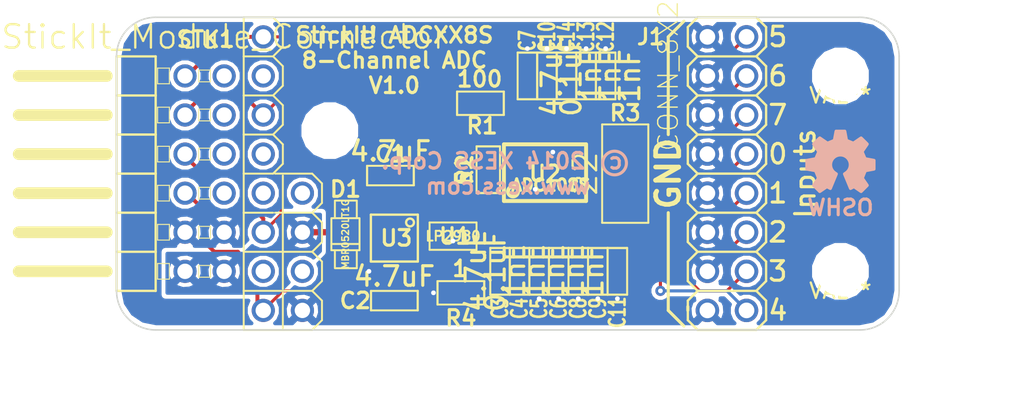
<source format=kicad_pcb>
(kicad_pcb (version 4) (host pcbnew "(2015-11-29 BZR 6336)-product")

  (general
    (links 80)
    (no_connects 0)
    (area 126.949999 101.549999 177.850001 121.970001)
    (thickness 1.6)
    (drawings 31)
    (tracks 258)
    (zones 0)
    (modules 27)
    (nets 30)
  )

  (page A4)
  (title_block
    (title "StickIt! ADC108S")
    (date "Saturday, March 15, 2014")
    (rev 1.0)
    (company "XESS Corp.")
  )

  (layers
    (0 F.Cu signal)
    (31 B.Cu signal)
    (32 B.Adhes user)
    (33 F.Adhes user)
    (34 B.Paste user)
    (35 F.Paste user)
    (36 B.SilkS user)
    (37 F.SilkS user)
    (38 B.Mask user)
    (39 F.Mask user)
    (40 Dwgs.User user)
    (41 Cmts.User user)
    (42 Eco1.User user)
    (43 Eco2.User user)
    (44 Edge.Cuts user)
  )

  (setup
    (last_trace_width 0.2032)
    (user_trace_width 0.2032)
    (user_trace_width 0.254)
    (user_trace_width 0.4064)
    (user_trace_width 0.508)
    (user_trace_width 0.6096)
    (user_trace_width 0.8128)
    (user_trace_width 1.6256)
    (trace_clearance 0.2032)
    (zone_clearance 0.254)
    (zone_45_only yes)
    (trace_min 0.2032)
    (segment_width 0)
    (edge_width 0.0762)
    (via_size 0.6604)
    (via_drill 0.3048)
    (via_min_size 0.6604)
    (via_min_drill 0.3048)
    (uvia_size 0.508)
    (uvia_drill 0.127)
    (uvias_allowed no)
    (uvia_min_size 0.508)
    (uvia_min_drill 0.127)
    (pcb_text_width 0.3)
    (pcb_text_size 1.27 1.27)
    (mod_edge_width 0.127)
    (mod_text_size 1.016 1.016)
    (mod_text_width 0.2032)
    (pad_size 0.599999 0.599999)
    (pad_drill 0.599999)
    (pad_to_mask_clearance 0.1016)
    (solder_mask_min_width 0.1016)
    (aux_axis_origin 0 0)
    (grid_origin 127 121.92)
    (visible_elements 7FFEFFFF)
    (pcbplotparams
      (layerselection 0x010f0_80000001)
      (usegerberextensions true)
      (excludeedgelayer true)
      (linewidth 0.150000)
      (plotframeref false)
      (viasonmask false)
      (mode 1)
      (useauxorigin false)
      (hpglpennumber 1)
      (hpglpenspeed 20)
      (hpglpendiameter 15)
      (hpglpenoverlay 2)
      (psnegative false)
      (psa4output false)
      (plotreference true)
      (plotvalue false)
      (plotinvisibletext false)
      (padsonsilk false)
      (subtractmaskfromsilk false)
      (outputformat 1)
      (mirror false)
      (drillshape 0)
      (scaleselection 1)
      (outputdirectory ""))
  )

  (net 0 "")
  (net 1 /AVDD)
  (net 2 /DIN)
  (net 3 /DOUT)
  (net 4 /DVDD)
  (net 5 /GND)
  (net 6 /IN0)
  (net 7 /IN1)
  (net 8 /IN2)
  (net 9 /IN3)
  (net 10 /IN4)
  (net 11 /IN5)
  (net 12 /IN6)
  (net 13 /IN7)
  (net 14 /SCLK)
  (net 15 /VCC)
  (net 16 /~CS)
  (net 17 "Net-(C1-Pad1)")
  (net 18 "Net-(C1-Pad2)")
  (net 19 "Net-(C11-Pad1)")
  (net 20 "Net-(C12-Pad1)")
  (net 21 "Net-(C13-Pad1)")
  (net 22 "Net-(C14-Pad1)")
  (net 23 "Net-(C2-Pad1)")
  (net 24 "Net-(C3-Pad2)")
  (net 25 "Net-(C5-Pad1)")
  (net 26 "Net-(C6-Pad1)")
  (net 27 "Net-(C8-Pad1)")
  (net 28 "Net-(C9-Pad1)")
  (net 29 "Net-(R1-Pad1)")

  (net_class Default "This is the default net class."
    (clearance 0.2032)
    (trace_width 0.2032)
    (via_dia 0.6604)
    (via_drill 0.3048)
    (uvia_dia 0.508)
    (uvia_drill 0.127)
    (add_net /AVDD)
    (add_net /DIN)
    (add_net /DOUT)
    (add_net /DVDD)
    (add_net /GND)
    (add_net /IN0)
    (add_net /IN1)
    (add_net /IN2)
    (add_net /IN3)
    (add_net /IN4)
    (add_net /IN5)
    (add_net /IN6)
    (add_net /IN7)
    (add_net /SCLK)
    (add_net /VCC)
    (add_net /~CS)
    (add_net "Net-(C1-Pad1)")
    (add_net "Net-(C1-Pad2)")
    (add_net "Net-(C11-Pad1)")
    (add_net "Net-(C12-Pad1)")
    (add_net "Net-(C13-Pad1)")
    (add_net "Net-(C14-Pad1)")
    (add_net "Net-(C2-Pad1)")
    (add_net "Net-(C3-Pad2)")
    (add_net "Net-(C5-Pad1)")
    (add_net "Net-(C6-Pad1)")
    (add_net "Net-(C8-Pad1)")
    (add_net "Net-(C9-Pad1)")
    (add_net "Net-(R1-Pad1)")
  )

  (module xess:HOLE locked (layer F.Cu) (tedit 532B1A44) (tstamp 536DCECC)
    (at 173.99 105.41)
    (fp_text reference H1 (at 0 0) (layer F.SilkS)
      (effects (font (size 1.016 1.016) (thickness 0.2032)))
    )
    (fp_text value VAL** (at 0 1.27) (layer F.SilkS)
      (effects (font (size 1 1) (thickness 0.15)))
    )
    (pad "" np_thru_hole circle (at 0 0) (size 3.175 3.175) (drill 3.175) (layers *.Cu *.Mask Dwgs.User))
  )

  (module xess:HOLE locked (layer F.Cu) (tedit 532B1A49) (tstamp 536DCEB8)
    (at 173.99 118.11)
    (fp_text reference H2 (at 0 0) (layer F.SilkS)
      (effects (font (size 1.016 1.016) (thickness 0.2032)))
    )
    (fp_text value VAL** (at 0 1.27) (layer F.SilkS)
      (effects (font (size 1 1) (thickness 0.15)))
    )
    (pad "" np_thru_hole circle (at 0 0) (size 3.175 3.175) (drill 3.175) (layers *.Cu *.Mask Dwgs.User))
  )

  (module modules:oshw-logo2 locked (layer B.Cu) (tedit 532BC9FC) (tstamp 532BBB5B)
    (at 173.99 110.96)
    (fp_text reference "" (at 0.69 1.09) (layer B.SilkS)
      (effects (font (size 1.016 1.016) (thickness 0.2032)) (justify mirror))
    )
    (fp_text value "" (at 0 0) (layer B.SilkS)
      (effects (font (thickness 0.15)) (justify mirror))
    )
    (fp_poly (pts (xy -2.20472 0.220923) (xy -2.204718 0.268886) (xy -2.204708 0.311278) (xy -2.204682 0.348451)
      (xy -2.204633 0.380761) (xy -2.204554 0.408563) (xy -2.204438 0.43221) (xy -2.204278 0.452057)
      (xy -2.204067 0.46846) (xy -2.203797 0.481771) (xy -2.203462 0.492346) (xy -2.203054 0.50054)
      (xy -2.202567 0.506706) (xy -2.201992 0.511199) (xy -2.201323 0.514374) (xy -2.200554 0.516585)
      (xy -2.199675 0.518187) (xy -2.198716 0.51949) (xy -2.192967 0.525354) (xy -2.187604 0.528712)
      (xy -2.183494 0.529633) (xy -2.174316 0.531476) (xy -2.160832 0.534094) (xy -2.143803 0.537342)
      (xy -2.123992 0.541074) (xy -2.10216 0.545143) (xy -2.093595 0.546729) (xy -2.051493 0.554517)
      (xy -2.014297 0.561416) (xy -1.981082 0.5676) (xy -1.950923 0.573241) (xy -1.922895 0.578511)
      (xy -1.896073 0.583583) (xy -1.895052 0.583776) (xy -1.881408 0.586346) (xy -1.863835 0.589628)
      (xy -1.844236 0.59327) (xy -1.824509 0.596917) (xy -1.816523 0.598387) (xy -1.787296 0.603777)
      (xy -1.759264 0.608974) (xy -1.733045 0.613864) (xy -1.709255 0.618329) (xy -1.688511 0.622253)
      (xy -1.67143 0.62552) (xy -1.658629 0.628013) (xy -1.650723 0.629616) (xy -1.648766 0.630056)
      (xy -1.645459 0.631048) (xy -1.642326 0.632531) (xy -1.639199 0.634862) (xy -1.635912 0.638395)
      (xy -1.632299 0.643486) (xy -1.628192 0.650492) (xy -1.623427 0.659768) (xy -1.617835 0.67167)
      (xy -1.611252 0.686554) (xy -1.603509 0.704776) (xy -1.594441 0.726691) (xy -1.583881 0.752656)
      (xy -1.571662 0.783027) (xy -1.557618 0.818159) (xy -1.541583 0.858408) (xy -1.539672 0.86321)
      (xy -1.521473 0.909071) (xy -1.505532 0.949529) (xy -1.491823 0.984653) (xy -1.48032 1.014509)
      (xy -1.470998 1.039166) (xy -1.463832 1.058689) (xy -1.458795 1.073148) (xy -1.455863 1.082609)
      (xy -1.455003 1.086942) (xy -1.455169 1.090656) (xy -1.45589 1.094475) (xy -1.457509 1.098969)
      (xy -1.460366 1.104713) (xy -1.464804 1.112278) (xy -1.471164 1.122237) (xy -1.479787 1.135162)
      (xy -1.491016 1.151627) (xy -1.505191 1.172204) (xy -1.510168 1.179407) (xy -1.522042 1.196611)
      (xy -1.534811 1.215157) (xy -1.547239 1.233243) (xy -1.558086 1.24907) (xy -1.56212 1.254972)
      (xy -1.579874 1.280965) (xy -1.597561 1.306834) (xy -1.614795 1.332016) (xy -1.631191 1.35595)
      (xy -1.646364 1.378075) (xy -1.659929 1.397829) (xy -1.6715 1.41465) (xy -1.680694 1.427978)
      (xy -1.687124 1.437251) (xy -1.689173 1.44018) (xy -1.694576 1.447941) (xy -1.70252 1.459472)
      (xy -1.712227 1.473638) (xy -1.722917 1.4893) (xy -1.73266 1.503626) (xy -1.743926 1.520347)
      (xy -1.75222 1.533057) (xy -1.757986 1.542588) (xy -1.761667 1.549773) (xy -1.763707 1.555443)
      (xy -1.764549 1.56043) (xy -1.764665 1.563652) (xy -1.764665 1.57653) (xy -1.56015 1.780982)
      (xy -1.355635 1.985433) (xy -1.342345 1.98543) (xy -1.33559 1.984973) (xy -1.329061 1.983193)
      (xy -1.321412 1.979477) (xy -1.311295 1.973213) (xy -1.302385 1.967229) (xy -1.275441 1.948835)
      (xy -1.250592 1.931854) (xy -1.228403 1.916671) (xy -1.209441 1.903677) (xy -1.194273 1.893257)
      (xy -1.183852 1.88607) (xy -1.174468 1.879603) (xy -1.161793 1.870908) (xy -1.147438 1.861088)
      (xy -1.133014 1.851247) (xy -1.131993 1.850552) (xy -1.118092 1.841063) (xy -1.104593 1.83181)
      (xy -1.092936 1.823783) (xy -1.084558 1.81797) (xy -1.083798 1.817438) (xy -1.075872 1.811933)
      (xy -1.06451 1.804116) (xy -1.051188 1.794997) (xy -1.037377 1.785588) (xy -1.036385 1.784913)
      (xy -1.021293 1.774628) (xy -1.005322 1.763688) (xy -0.990451 1.753453) (xy -0.979382 1.745784)
      (xy -0.952678 1.727302) (xy -0.930476 1.712192) (xy -0.912522 1.700291) (xy -0.898562 1.691437)
      (xy -0.888341 1.685464) (xy -0.881606 1.68221) (xy -0.879615 1.681583) (xy -0.876532 1.681146)
      (xy -0.872987 1.68131) (xy -0.868493 1.682303) (xy -0.862564 1.684353) (xy -0.854713 1.687686)
      (xy -0.844456 1.692531) (xy -0.831305 1.699115) (xy -0.814774 1.707665) (xy -0.794378 1.718409)
      (xy -0.769629 1.731575) (xy -0.747418 1.743443) (xy -0.726421 1.754581) (xy -0.706892 1.764759)
      (xy -0.689493 1.773647) (xy -0.674884 1.780914) (xy -0.663728 1.786229) (xy -0.656685 1.789262)
      (xy -0.654619 1.789853) (xy -0.649624 1.789546) (xy -0.645239 1.78824) (xy -0.641113 1.78536)
      (xy -0.63689 1.780329) (xy -0.632217 1.772572) (xy -0.626739 1.761513) (xy -0.620103 1.746576)
      (xy -0.611955 1.727186) (xy -0.60362 1.70688) (xy -0.597963 1.693043) (xy -0.591955 1.678382)
      (xy -0.585422 1.662479) (xy -0.578193 1.644915) (xy -0.570092 1.625269) (xy -0.560948 1.603123)
      (xy -0.550587 1.578058) (xy -0.538835 1.549653) (xy -0.52552 1.51749) (xy -0.510467 1.48115)
      (xy -0.493505 1.440213) (xy -0.474459 1.394259) (xy -0.472612 1.389803) (xy -0.462404 1.365167)
      (xy -0.45251 1.341266) (xy -0.443254 1.318889) (xy -0.434962 1.298822) (xy -0.427959 1.281855)
      (xy -0.422572 1.268774) (xy -0.419125 1.260367) (xy -0.419088 1.260276) (xy -0.413187 1.24593)
      (xy -0.406201 1.229135) (xy -0.39938 1.212891) (xy -0.397486 1.208418) (xy -0.391884 1.195117)
      (xy -0.384876 1.178325) (xy -0.377291 1.160038) (xy -0.369959 1.142254) (xy -0.368789 1.139402)
      (xy -0.361157 1.120816) (xy -0.352731 1.100336) (xy -0.344503 1.080367) (xy -0.337463 1.063318)
      (xy -0.337065 1.062355) (xy -0.330135 1.045591) (xy -0.321941 1.025751) (xy -0.313476 1.005238)
      (xy -0.305732 0.986457) (xy -0.305259 0.985308) (xy -0.298499 0.968921) (xy -0.2902 0.948827)
      (xy -0.28109 0.926794) (xy -0.271902 0.904589) (xy -0.264097 0.885742) (xy -0.256883 0.867922)
      (xy -0.250534 0.851447) (xy -0.245393 0.837277) (xy -0.241806 0.826371) (xy -0.240116 0.81969)
      (xy -0.24003 0.818726) (xy -0.241362 0.810743) (xy -0.245797 0.803094) (xy -0.253987 0.795091)
      (xy -0.266588 0.78605) (xy -0.277924 0.77901) (xy -0.291002 0.770917) (xy -0.304054 0.762374)
      (xy -0.31498 0.75477) (xy -0.318558 0.752093) (xy -0.327905 0.745027) (xy -0.339996 0.736138)
      (xy -0.352709 0.72698) (xy -0.357082 0.723879) (xy -0.401126 0.689346) (xy -0.44238 0.65006)
      (xy -0.480173 0.6068) (xy -0.513839 0.560346) (xy -0.542709 0.511478) (xy -0.548066 0.501048)
      (xy -0.571586 0.44898) (xy -0.589619 0.397362) (xy -0.602412 0.345147) (xy -0.610213 0.291289)
      (xy -0.613271 0.234739) (xy -0.613336 0.225213) (xy -0.611046 0.167458) (xy -0.603953 0.112529)
      (xy -0.591843 0.059504) (xy -0.574504 0.00746) (xy -0.551722 -0.044526) (xy -0.550301 -0.047413)
      (xy -0.521247 -0.099523) (xy -0.487405 -0.148357) (xy -0.449119 -0.193608) (xy -0.406729 -0.234968)
      (xy -0.36058 -0.27213) (xy -0.311012 -0.304786) (xy -0.258369 -0.332629) (xy -0.210397 -0.352674)
      (xy -0.157578 -0.369138) (xy -0.102304 -0.380665) (xy -0.045468 -0.387205) (xy 0.012038 -0.388713)
      (xy 0.069321 -0.38514) (xy 0.125489 -0.376438) (xy 0.146685 -0.371697) (xy 0.202033 -0.355245)
      (xy 0.255948 -0.333383) (xy 0.307733 -0.306504) (xy 0.35669 -0.275005) (xy 0.402121 -0.239278)
      (xy 0.434389 -0.209008) (xy 0.475586 -0.16312) (xy 0.511637 -0.114346) (xy 0.542465 -0.062844)
      (xy 0.567994 -0.00877) (xy 0.588147 0.047717) (xy 0.602849 0.106461) (xy 0.610643 0.155039)
      (xy 0.612493 0.177023) (xy 0.613329 0.202954) (xy 0.613211 0.231267) (xy 0.612201 0.260393)
      (xy 0.610358 0.288766) (xy 0.607745 0.314817) (xy 0.604421 0.336982) (xy 0.603374 0.342265)
      (xy 0.587686 0.40283) (xy 0.566948 0.460326) (xy 0.541185 0.514707) (xy 0.510421 0.565931)
      (xy 0.47468 0.613952) (xy 0.433987 0.658727) (xy 0.422265 0.670148) (xy 0.391303 0.697821)
      (xy 0.361852 0.720626) (xy 0.354118 0.725965) (xy 0.343862 0.733122) (xy 0.331763 0.741954)
      (xy 0.321522 0.74972) (xy 0.310666 0.757651) (xy 0.297018 0.766916) (xy 0.282939 0.775929)
      (xy 0.277924 0.778984) (xy 0.266224 0.786384) (xy 0.255923 0.793619) (xy 0.248484 0.799624)
      (xy 0.246068 0.802113) (xy 0.240948 0.81316) (xy 0.240988 0.826821) (xy 0.246189 0.843243)
      (xy 0.246329 0.843563) (xy 0.249744 0.85151) (xy 0.254802 0.863512) (xy 0.260904 0.878136)
      (xy 0.26745 0.89395) (xy 0.269682 0.899372) (xy 0.277398 0.918109) (xy 0.286364 0.939829)
      (xy 0.295551 0.962041) (xy 0.303929 0.982256) (xy 0.305197 0.985308) (xy 0.312396 1.002673)
      (xy 0.319678 1.020285) (xy 0.326348 1.036461) (xy 0.33171 1.049518) (xy 0.333323 1.053465)
      (xy 0.338332 1.065686) (xy 0.345123 1.082164) (xy 0.353194 1.101686) (xy 0.362041 1.123042)
      (xy 0.371162 1.145017) (xy 0.380055 1.166402) (xy 0.388215 1.185984) (xy 0.395141 1.20255)
      (xy 0.398487 1.210522) (xy 0.40232 1.219686) (xy 0.408175 1.23376) (xy 0.415818 1.252178)
      (xy 0.425012 1.274368) (xy 0.435523 1.299763) (xy 0.447115 1.327793) (xy 0.459553 1.357891)
      (xy 0.472602 1.389487) (xy 0.486026 1.422012) (xy 0.497798 1.450552) (xy 0.505466 1.469129)
      (xy 0.513927 1.4896) (xy 0.522188 1.509562) (xy 0.529254 1.52661) (xy 0.529664 1.527598)
      (xy 0.536616 1.544356) (xy 0.544838 1.564188) (xy 0.553335 1.584694) (xy 0.561113 1.603472)
      (xy 0.561598 1.604645) (xy 0.567954 1.619989) (xy 0.575957 1.639302) (xy 0.584985 1.661078)
      (xy 0.594412 1.68381) (xy 0.603615 1.705995) (xy 0.606441 1.712807) (xy 0.614919 1.732832)
      (xy 0.622777 1.750618) (xy 0.629669 1.765433) (xy 0.63525 1.776549) (xy 0.639176 1.783234)
      (xy 0.640386 1.784668) (xy 0.647804 1.788654) (xy 0.653816 1.789853) (xy 0.657975 1.788488)
      (xy 0.666719 1.784597) (xy 0.679426 1.778493) (xy 0.695476 1.770484) (xy 0.714249 1.76088)
      (xy 0.735125 1.749993) (xy 0.757482 1.738131) (xy 0.759992 1.736787) (xy 0.782574 1.724759)
      (xy 0.803818 1.713582) (xy 0.823088 1.703581) (xy 0.83975 1.69508) (xy 0.853166 1.688403)
      (xy 0.862702 1.683873) (xy 0.867722 1.681816) (xy 0.867934 1.681762) (xy 0.874828 1.681379)
      (xy 0.883038 1.683301) (xy 0.893279 1.687874) (xy 0.90626 1.695443) (xy 0.922693 1.706354)
      (xy 0.931968 1.712846) (xy 0.944681 1.72177) (xy 0.960729 1.732915) (xy 0.978534 1.74519)
      (xy 0.996517 1.757506) (xy 1.007533 1.765003) (xy 1.023993 1.7762) (xy 1.040555 1.787515)
      (xy 1.055882 1.798031) (xy 1.068636 1.806831) (xy 1.07569 1.81174) (xy 1.086992 1.819607)
      (xy 1.101358 1.829533) (xy 1.116948 1.840249) (xy 1.131922 1.850488) (xy 1.131993 1.850536)
      (xy 1.146357 1.86034) (xy 1.16077 1.870202) (xy 1.173623 1.879021) (xy 1.183305 1.885691)
      (xy 1.183852 1.88607) (xy 1.194871 1.893669) (xy 1.210223 1.904213) (xy 1.229344 1.917315)
      (xy 1.251666 1.932588) (xy 1.276622 1.949642) (xy 1.302385 1.967229) (xy 1.314933 1.975564)
      (xy 1.324102 1.980934) (xy 1.331241 1.983954) (xy 1.337696 1.985237) (xy 1.342339 1.98543)
      (xy 1.355623 1.985433) (xy 1.556639 1.784668) (xy 1.585419 1.755885) (xy 1.613054 1.728173)
      (xy 1.639248 1.701831) (xy 1.663706 1.67716) (xy 1.686132 1.654462) (xy 1.70623 1.634036)
      (xy 1.723705 1.616184) (xy 1.73826 1.601207) (xy 1.749601 1.589405) (xy 1.757431 1.581079)
      (xy 1.761454 1.57653) (xy 1.761901 1.5759) (xy 1.763605 1.572636) (xy 1.764911 1.569538)
      (xy 1.765615 1.56626) (xy 1.765514 1.562459) (xy 1.764405 1.55779) (xy 1.762084 1.551909)
      (xy 1.75835 1.544472) (xy 1.752998 1.535134) (xy 1.745825 1.523552) (xy 1.736629 1.509382)
      (xy 1.725206 1.492278) (xy 1.711353 1.471897) (xy 1.694867 1.447895) (xy 1.675545 1.419928)
      (xy 1.653183 1.387651) (xy 1.637213 1.364615) (xy 1.631307 1.356044) (xy 1.622953 1.343849)
      (xy 1.613027 1.329312) (xy 1.602404 1.313715) (xy 1.595711 1.303867) (xy 1.583467 1.285884)
      (xy 1.569792 1.265884) (xy 1.556103 1.245931) (xy 1.543814 1.228092) (xy 1.540069 1.222678)
      (xy 1.520969 1.195096) (xy 1.504964 1.171954) (xy 1.491781 1.152815) (xy 1.481145 1.137243)
      (xy 1.472784 1.1248) (xy 1.466425 1.11505) (xy 1.461794 1.107557) (xy 1.458618 1.101883)
      (xy 1.456622 1.097592) (xy 1.455535 1.094247) (xy 1.455083 1.091411) (xy 1.454992 1.088648)
      (xy 1.454997 1.086769) (xy 1.455673 1.082666) (xy 1.457762 1.075333) (xy 1.461358 1.064526)
      (xy 1.466553 1.05) (xy 1.47344 1.03151) (xy 1.482111 1.008812) (xy 1.492659 0.98166)
      (xy 1.505176 0.949811) (xy 1.519756 0.91302) (xy 1.53649 0.871041) (xy 1.53982 0.86271)
      (xy 1.553379 0.828871) (xy 1.566392 0.796529) (xy 1.578679 0.766121) (xy 1.590061 0.738085)
      (xy 1.600359 0.71286) (xy 1.609393 0.690881) (xy 1.616985 0.672588) (xy 1.622953 0.658418)
      (xy 1.62712 0.648809) (xy 1.629305 0.644198) (xy 1.629461 0.643951) (xy 1.632877 0.640005)
      (xy 1.637381 0.636587) (xy 1.643683 0.633481) (xy 1.652494 0.630467) (xy 1.664526 0.627327)
      (xy 1.680488 0.623842) (xy 1.701093 0.619793) (xy 1.718733 0.616492) (xy 1.756497 0.609508)
      (xy 1.789591 0.603372) (xy 1.819176 0.597867) (xy 1.846413 0.592776) (xy 1.872462 0.587882)
      (xy 1.898486 0.582969) (xy 1.917277 0.579408) (xy 1.932699 0.576498) (xy 1.952844 0.572723)
      (xy 1.976603 0.568289) (xy 2.002871 0.563401) (xy 2.03054 0.558266) (xy 2.058504 0.55309)
      (xy 2.078778 0.549346) (xy 2.107122 0.544099) (xy 2.130222 0.539757) (xy 2.148668 0.53618)
      (xy 2.16305 0.533225) (xy 2.173958 0.530753) (xy 2.181981 0.52862) (xy 2.18771 0.526686)
      (xy 2.191733 0.52481) (xy 2.194642 0.52285) (xy 2.196571 0.521119) (xy 2.20472 0.513113)
      (xy 2.20472 0.221551) (xy 2.20472 -0.070011) (xy 2.196552 -0.077837) (xy 2.194025 -0.079907)
      (xy 2.19062 -0.081895) (xy 2.185878 -0.083902) (xy 2.179343 -0.086031) (xy 2.170557 -0.088384)
      (xy 2.159065 -0.091061) (xy 2.144408 -0.094164) (xy 2.12613 -0.097796) (xy 2.103774 -0.102058)
      (xy 2.076883 -0.107052) (xy 2.045 -0.11288) (xy 2.013585 -0.118573) (xy 2.004988 -0.120147)
      (xy 1.991299 -0.122679) (xy 1.97325 -0.126031) (xy 1.951573 -0.130068) (xy 1.927001 -0.134652)
      (xy 1.900266 -0.139647) (xy 1.8721 -0.144917) (xy 1.843237 -0.150324) (xy 1.814407 -0.155732)
      (xy 1.807633 -0.157004) (xy 1.784656 -0.161288) (xy 1.759657 -0.165898) (xy 1.734629 -0.170469)
      (xy 1.711567 -0.174637) (xy 1.693545 -0.177847) (xy 1.668908 -0.18254) (xy 1.649567 -0.18707)
      (xy 1.634901 -0.191654) (xy 1.62429 -0.196507) (xy 1.617116 -0.201847) (xy 1.614077 -0.205565)
      (xy 1.61226 -0.209271) (xy 1.608315 -0.217985) (xy 1.602436 -0.231259) (xy 1.594817 -0.248648)
      (xy 1.58565 -0.269706) (xy 1.57513 -0.293988) (xy 1.56345 -0.321046) (xy 1.550805 -0.350436)
      (xy 1.537387 -0.38171) (xy 1.525068 -0.410499) (xy 1.508028 -0.450444) (xy 1.493239 -0.485283)
      (xy 1.480573 -0.515335) (xy 1.469901 -0.54092) (xy 1.461094 -0.562359) (xy 1.454023 -0.579972)
      (xy 1.448559 -0.59408) (xy 1.444574 -0.605003) (xy 1.441937 -0.613061) (xy 1.440521 -0.618575)
      (xy 1.44018 -0.621415) (xy 1.440338 -0.62468) (xy 1.440994 -0.628175) (xy 1.442424 -0.632343)
      (xy 1.4449 -0.637627) (xy 1.448699 -0.644468) (xy 1.454092 -0.65331) (xy 1.461356 -0.664595)
      (xy 1.470764 -0.678765) (xy 1.482591 -0.696262) (xy 1.497111 -0.71753) (xy 1.514597 -0.743011)
      (xy 1.524307 -0.757132) (xy 1.531147 -0.767083) (xy 1.540506 -0.780706) (xy 1.551548 -0.796786)
      (xy 1.56344 -0.814108) (xy 1.575346 -0.831456) (xy 1.576197 -0.832697) (xy 1.588069 -0.849998)
      (xy 1.599985 -0.867363) (xy 1.611111 -0.883575) (xy 1.620613 -0.89742) (xy 1.627657 -0.907682)
      (xy 1.628055 -0.908262) (xy 1.63493 -0.91828) (xy 1.644307 -0.931953) (xy 1.655341 -0.948045)
      (xy 1.667183 -0.965321) (xy 1.678989 -0.982547) (xy 1.679309 -0.983015) (xy 1.691923 -1.001414)
      (xy 1.705374 -1.021023) (xy 1.718585 -1.040269) (xy 1.730473 -1.057577) (xy 1.738959 -1.069919)
      (xy 1.75041 -1.087028) (xy 1.758429 -1.100386) (xy 1.763298 -1.110864) (xy 1.765299 -1.119332)
      (xy 1.764713 -1.126658) (xy 1.761822 -1.133714) (xy 1.760395 -1.136155) (xy 1.757354 -1.139773)
      (xy 1.750464 -1.147162) (xy 1.740086 -1.157966) (xy 1.726579 -1.171826) (xy 1.710305 -1.188383)
      (xy 1.691622 -1.20728) (xy 1.670892 -1.228159) (xy 1.648475 -1.250661) (xy 1.624732 -1.274429)
      (xy 1.600021 -1.299103) (xy 1.574705 -1.324327) (xy 1.549143 -1.349742) (xy 1.523695 -1.37499)
      (xy 1.498722 -1.399712) (xy 1.474584 -1.423551) (xy 1.451641 -1.446148) (xy 1.430254 -1.467146)
      (xy 1.410783 -1.486186) (xy 1.393588 -1.50291) (xy 1.379029 -1.51696) (xy 1.367468 -1.527978)
      (xy 1.359264 -1.535606) (xy 1.354777 -1.539485) (xy 1.354243 -1.539847) (xy 1.350863 -1.541653)
      (xy 1.347691 -1.543011) (xy 1.344339 -1.5437) (xy 1.340422 -1.543498) (xy 1.335551 -1.542186)
      (xy 1.32934 -1.539543) (xy 1.321403 -1.535348) (xy 1.311351 -1.529381) (xy 1.298798 -1.521421)
      (xy 1.283358 -1.511247) (xy 1.264642 -1.498639) (xy 1.242265 -1.483376) (xy 1.215839 -1.465238)
      (xy 1.184977 -1.444003) (xy 1.179407 -1.440169) (xy 1.132313 -1.407765) (xy 1.089846 -1.378564)
      (xy 1.051756 -1.3524) (xy 1.017794 -1.329108) (xy 0.98771 -1.308523) (xy 0.961254 -1.29048)
      (xy 0.938177 -1.274813) (xy 0.918228 -1.261357) (xy 0.901159 -1.249948) (xy 0.88672 -1.240419)
      (xy 0.87466 -1.232605) (xy 0.864731 -1.226342) (xy 0.856681 -1.221464) (xy 0.850263 -1.217805)
      (xy 0.845226 -1.215201) (xy 0.84132 -1.213486) (xy 0.838297 -1.212495) (xy 0.835905 -1.212063)
      (xy 0.834658 -1.212003) (xy 0.827799 -1.213039) (xy 0.816731 -1.21621) (xy 0.801175 -1.221615)
      (xy 0.780849 -1.229352) (xy 0.755473 -1.239518) (xy 0.752906 -1.240566) (xy 0.731605 -1.249276)
      (xy 0.710065 -1.258081) (xy 0.689545 -1.266468) (xy 0.671301 -1.273924) (xy 0.656593 -1.279934)
      (xy 0.650452 -1.282443) (xy 0.633268 -1.289464) (xy 0.613962 -1.297358) (xy 0.595513 -1.304907)
      (xy 0.58674 -1.308498) (xy 0.573684 -1.31384) (xy 0.556717 -1.320775) (xy 0.537416 -1.328659)
      (xy 0.517358 -1.336848) (xy 0.500803 -1.343603) (xy 0.478641 -1.352687) (xy 0.461301 -1.359934)
      (xy 0.448098 -1.365689) (xy 0.438343 -1.370297) (xy 0.43135 -1.374101) (xy 0.426431 -1.377448)
      (xy 0.4229 -1.380681) (xy 0.420121 -1.384072) (xy 0.417528 -1.389669) (xy 0.414373 -1.400277)
      (xy 0.410603 -1.416115) (xy 0.406166 -1.437403) (xy 0.401335 -1.462601) (xy 0.396861 -1.486659)
      (xy 0.392011 -1.512732) (xy 0.387131 -1.53896) (xy 0.382566 -1.563485) (xy 0.378664 -1.584446)
      (xy 0.377937 -1.588347) (xy 0.375396 -1.602004) (xy 0.371919 -1.620698) (xy 0.367654 -1.643641)
      (xy 0.362748 -1.670043) (xy 0.357347 -1.699115) (xy 0.351598 -1.730067) (xy 0.345648 -1.76211)
      (xy 0.339642 -1.794454) (xy 0.337746 -1.80467) (xy 0.331245 -1.839616) (xy 0.325703 -1.869206)
      (xy 0.321013 -1.89391) (xy 0.31707 -1.914204) (xy 0.31377 -1.93056) (xy 0.311006 -1.943452)
      (xy 0.308673 -1.953352) (xy 0.306667 -1.960734) (xy 0.304882 -1.96607) (xy 0.303212 -1.969835)
      (xy 0.301554 -1.972501) (xy 0.300013 -1.974321) (xy 0.292261 -1.98247) (xy -0.000291 -1.98247)
      (xy -0.292843 -1.98247) (xy -0.300299 -1.97361) (xy -0.305396 -1.96518) (xy -0.309603 -1.95414)
      (xy -0.310833 -1.949162) (xy -0.312022 -1.94297) (xy -0.314162 -1.93164) (xy -0.317125 -1.915863)
      (xy -0.32078 -1.896328) (xy -0.324999 -1.873726) (xy -0.329654 -1.848746) (xy -0.334615 -1.822079)
      (xy -0.337574 -1.806152) (xy -0.347966 -1.750185) (xy -0.357333 -1.69975) (xy -0.365728 -1.65455)
      (xy -0.373206 -1.614291) (xy -0.379823 -1.578676) (xy -0.385634 -1.54741) (xy -0.390694 -1.520197)
      (xy -0.395057 -1.496742) (xy -0.39878 -1.476748) (xy -0.401916 -1.45992) (xy -0.404521 -1.445963)
      (xy -0.406651 -1.434581) (xy -0.408359 -1.425477) (xy -0.409702 -1.418357) (xy -0.410733 -1.412925)
      (xy -0.411509 -1.408884) (xy -0.412084 -1.40594) (xy -0.4121 -1.405863) (xy -0.416009 -1.393536)
      (xy -0.421918 -1.382967) (xy -0.423122 -1.381463) (xy -0.424707 -1.379744) (xy -0.426668 -1.378001)
      (xy -0.429347 -1.376086) (xy -0.433086 -1.37385) (xy -0.438229 -1.371147) (xy -0.445119 -1.367826)
      (xy -0.454098 -1.36374) (xy -0.46551 -1.358741) (xy -0.479697 -1.352679) (xy -0.497002 -1.345408)
      (xy -0.517769 -1.336778) (xy -0.542339 -1.326641) (xy -0.571056 -1.314849) (xy -0.604263 -1.301254)
      (xy -0.642303 -1.285707) (xy -0.681567 -1.269673) (xy -0.694929 -1.264199) (xy -0.712096 -1.257142)
      (xy -0.731399 -1.249187) (xy -0.751167 -1.241024) (xy -0.76454 -1.23549) (xy -0.787619 -1.226253)
      (xy -0.80668 -1.219303) (xy -0.821309 -1.21478) (xy -0.831091 -1.212825) (xy -0.831215 -1.212815)
      (xy -0.846032 -1.211618) (xy -0.908262 -1.254202) (xy -0.92477 -1.265503) (xy -0.945214 -1.279505)
      (xy -0.968644 -1.295556) (xy -0.994107 -1.313005) (xy -1.020653 -1.3312) (xy -1.047332 -1.349488)
      (xy -1.07319 -1.367219) (xy -1.078653 -1.370966) (xy -1.116259 -1.396756) (xy -1.149313 -1.419425)
      (xy -1.178154 -1.439203) (xy -1.203116 -1.456322) (xy -1.224538 -1.471012) (xy -1.242756 -1.483504)
      (xy -1.258106 -1.494029) (xy -1.270926 -1.502818) (xy -1.281552 -1.510102) (xy -1.29032 -1.516111)
      (xy -1.297567 -1.521076) (xy -1.303631 -1.525229) (xy -1.308847 -1.528799) (xy -1.310721 -1.530082)
      (xy -1.324636 -1.538637) (xy -1.335866 -1.543024) (xy -1.345664 -1.543506) (xy -1.355284 -1.540343)
      (xy -1.356613 -1.539664) (xy -1.35982 -1.536993) (xy -1.366902 -1.530413) (xy -1.377555 -1.520223)
      (xy -1.39148 -1.506719) (xy -1.408372 -1.490198) (xy -1.427931 -1.470959) (xy -1.449855 -1.449297)
      (xy -1.473841 -1.425511) (xy -1.499588 -1.399898) (xy -1.526793 -1.372754) (xy -1.555156 -1.344377)
      (xy -1.563579 -1.335935) (xy -1.597542 -1.301877) (xy -1.627557 -1.27175) (xy -1.65386 -1.245289)
      (xy -1.676687 -1.222231) (xy -1.696275 -1.20231) (xy -1.712861 -1.185261) (xy -1.72668 -1.170819)
      (xy -1.73797 -1.15872) (xy -1.746966 -1.148698) (xy -1.753906 -1.140488) (xy -1.759025 -1.133826)
      (xy -1.762559 -1.128446) (xy -1.764747 -1.124084) (xy -1.765823 -1.120475) (xy -1.766024 -1.117354)
      (xy -1.765587 -1.114456) (xy -1.764749 -1.111516) (xy -1.764521 -1.110795) (xy -1.76254 -1.106913)
      (xy -1.757809 -1.099188) (xy -1.750239 -1.087484) (xy -1.739735 -1.071665) (xy -1.726208 -1.051595)
      (xy -1.709566 -1.027136) (xy -1.689717 -0.998154) (xy -1.66657 -0.96451) (xy -1.658433 -0.952712)
      (xy -1.650515 -0.941195) (xy -1.640465 -0.926518) (xy -1.629474 -0.910423) (xy -1.618736 -0.894657)
      (xy -1.616906 -0.891963) (xy -1.605348 -0.875013) (xy -1.591981 -0.8555) (xy -1.578385 -0.835725)
      (xy -1.566138 -0.817989) (xy -1.565035 -0.816398) (xy -1.549442 -0.793831) (xy -1.532736 -0.769514)
      (xy -1.514408 -0.742702) (xy -1.49395 -0.712651) (xy -1.470852 -0.678615) (xy -1.464042 -0.668564)
      (xy -1.454372 -0.654064) (xy -1.447675 -0.643323) (xy -1.443433 -0.635307) (xy -1.44113 -0.628985)
      (xy -1.44025 -0.623322) (xy -1.44018 -0.620841) (xy -1.440665 -0.617165) (xy -1.442208 -0.611358)
      (xy -1.444947 -0.603083) (xy -1.449017 -0.592) (xy -1.454553 -0.577774) (xy -1.46169 -0.560067)
      (xy -1.470565 -0.53854) (xy -1.481313 -0.512857) (xy -1.494069 -0.48268) (xy -1.508969 -0.447671)
      (xy -1.521856 -0.41752) (xy -1.53561 -0.385407) (xy -1.548807 -0.354632) (xy -1.561243 -0.32567)
      (xy -1.572714 -0.298997) (xy -1.583013 -0.275089) (xy -1.591936 -0.254419) (xy -1.599279 -0.237464)
      (xy -1.604837 -0.224699) (xy -1.608404 -0.2166) (xy -1.609559 -0.214059) (xy -1.618179 -0.201934)
      (xy -1.631247 -0.192764) (xy -1.64915 -0.186321) (xy -1.660948 -0.1839) (xy -1.671127 -0.18215)
      (xy -1.686872 -0.179336) (xy -1.707926 -0.175507) (xy -1.734033 -0.170709) (xy -1.764937 -0.16499)
      (xy -1.800382 -0.158398) (xy -1.840112 -0.150979) (xy -1.883871 -0.142781) (xy -1.918758 -0.136229)
      (xy -1.943747 -0.131543) (xy -1.970424 -0.126562) (xy -1.997154 -0.121588) (xy -2.022303 -0.116927)
      (xy -2.044235 -0.112881) (xy -2.055072 -0.110894) (xy -2.086387 -0.105154) (xy -2.112405 -0.100336)
      (xy -2.133661 -0.096314) (xy -2.150692 -0.092964) (xy -2.164032 -0.09016) (xy -2.174219 -0.087777)
      (xy -2.181787 -0.08569) (xy -2.187274 -0.083773) (xy -2.191213 -0.081901) (xy -2.194143 -0.07995)
      (xy -2.196552 -0.077837) (xy -2.20472 -0.070011) (xy -2.20472 0.220923) (xy -2.20472 0.220923)) (layer B.SilkS) (width 0.15))
  )

  (module OctalAdc:rcl-C0603 (layer F.Cu) (tedit 532AE667) (tstamp 53DC7BA0)
    (at 144.78 111.887 180)
    (descr CAPACITOR)
    (tags CAPACITOR)
    (path /5322A550)
    (attr smd)
    (fp_text reference C1 (at 0 1.397 180) (layer F.SilkS)
      (effects (font (size 1.016 1.016) (thickness 0.2032)))
    )
    (fp_text value 4.7uF (at 0 1.5748 180) (layer F.SilkS)
      (effects (font (size 1.27 1.27) (thickness 0.2032)))
    )
    (fp_line (start 0.3048 -0.508) (end 1.3716 -0.508) (layer Dwgs.User) (width 0.0762))
    (fp_line (start 1.3716 -0.508) (end 1.3716 0.508) (layer Dwgs.User) (width 0.0762))
    (fp_line (start 1.3716 0.508) (end 0.3048 0.508) (layer Dwgs.User) (width 0.0762))
    (fp_line (start 0.3048 0.508) (end 0.3048 -0.508) (layer Dwgs.User) (width 0.0762))
    (fp_line (start -1.3716 -0.508) (end -0.3048 -0.508) (layer Dwgs.User) (width 0.0762))
    (fp_line (start -0.3048 -0.508) (end -0.3048 0.508) (layer Dwgs.User) (width 0.0762))
    (fp_line (start -0.3048 0.508) (end -1.3716 0.508) (layer Dwgs.User) (width 0.0762))
    (fp_line (start -1.3716 0.508) (end -1.3716 -0.508) (layer Dwgs.User) (width 0.0762))
    (fp_line (start -1.47066 -0.60198) (end 1.47066 -0.60198) (layer F.SilkS) (width 0.0508))
    (fp_line (start 1.47066 -0.60198) (end 1.47066 0.60198) (layer F.SilkS) (width 0.0508))
    (fp_line (start 1.47066 0.60198) (end -1.47066 0.60198) (layer F.SilkS) (width 0.0508))
    (fp_line (start -1.47066 0.60198) (end -1.47066 -0.60198) (layer F.SilkS) (width 0.0508))
    (fp_line (start -1.524 -0.635) (end 1.524 -0.635) (layer F.SilkS) (width 0.127))
    (fp_line (start 1.524 -0.635) (end 1.524 0.635) (layer F.SilkS) (width 0.127))
    (fp_line (start 1.524 0.635) (end -1.524 0.635) (layer F.SilkS) (width 0.127))
    (fp_line (start -1.524 0.635) (end -1.524 -0.635) (layer F.SilkS) (width 0.127))
    (pad 1 smd rect (at -0.84836 0 180) (size 1.09982 0.99822) (layers F.Cu F.Paste F.Mask)
      (net 17 "Net-(C1-Pad1)"))
    (pad 2 smd rect (at 0.84836 0 180) (size 1.09982 0.99822) (layers F.Cu F.Paste F.Mask)
      (net 18 "Net-(C1-Pad2)"))
  )

  (module OctalAdc:rcl-C0603 (layer F.Cu) (tedit 53DE347F) (tstamp 53DC7BB5)
    (at 145.034 120.015 180)
    (descr CAPACITOR)
    (tags CAPACITOR)
    (path /532A4CF7)
    (attr smd)
    (fp_text reference C2 (at 2.54 0 180) (layer F.SilkS)
      (effects (font (size 1.016 1.016) (thickness 0.2032)))
    )
    (fp_text value 4.7uF (at 0 1.5748 180) (layer F.SilkS)
      (effects (font (size 1.27 1.27) (thickness 0.2032)))
    )
    (fp_line (start 0.3048 -0.508) (end 1.3716 -0.508) (layer Dwgs.User) (width 0.0762))
    (fp_line (start 1.3716 -0.508) (end 1.3716 0.508) (layer Dwgs.User) (width 0.0762))
    (fp_line (start 1.3716 0.508) (end 0.3048 0.508) (layer Dwgs.User) (width 0.0762))
    (fp_line (start 0.3048 0.508) (end 0.3048 -0.508) (layer Dwgs.User) (width 0.0762))
    (fp_line (start -1.3716 -0.508) (end -0.3048 -0.508) (layer Dwgs.User) (width 0.0762))
    (fp_line (start -0.3048 -0.508) (end -0.3048 0.508) (layer Dwgs.User) (width 0.0762))
    (fp_line (start -0.3048 0.508) (end -1.3716 0.508) (layer Dwgs.User) (width 0.0762))
    (fp_line (start -1.3716 0.508) (end -1.3716 -0.508) (layer Dwgs.User) (width 0.0762))
    (fp_line (start -1.47066 -0.60198) (end 1.47066 -0.60198) (layer F.SilkS) (width 0.0508))
    (fp_line (start 1.47066 -0.60198) (end 1.47066 0.60198) (layer F.SilkS) (width 0.0508))
    (fp_line (start 1.47066 0.60198) (end -1.47066 0.60198) (layer F.SilkS) (width 0.0508))
    (fp_line (start -1.47066 0.60198) (end -1.47066 -0.60198) (layer F.SilkS) (width 0.0508))
    (fp_line (start -1.524 -0.635) (end 1.524 -0.635) (layer F.SilkS) (width 0.127))
    (fp_line (start 1.524 -0.635) (end 1.524 0.635) (layer F.SilkS) (width 0.127))
    (fp_line (start 1.524 0.635) (end -1.524 0.635) (layer F.SilkS) (width 0.127))
    (fp_line (start -1.524 0.635) (end -1.524 -0.635) (layer F.SilkS) (width 0.127))
    (pad 1 smd rect (at -0.84836 0 180) (size 1.09982 0.99822) (layers F.Cu F.Paste F.Mask)
      (net 23 "Net-(C2-Pad1)"))
    (pad 2 smd rect (at 0.84836 0 180) (size 1.09982 0.99822) (layers F.Cu F.Paste F.Mask)
      (net 5 /GND))
  )

  (module OctalAdc:rcl-C0603 (layer F.Cu) (tedit 53DE363F) (tstamp 53DC7BCA)
    (at 151.892 118.11 270)
    (descr CAPACITOR)
    (tags CAPACITOR)
    (path /5322A566)
    (attr smd)
    (fp_text reference C3 (at 2.413 0 270) (layer F.SilkS)
      (effects (font (size 1.016 0.6858) (thickness 0.17145)))
    )
    (fp_text value 4.7uF (at 0 1.5748 270) (layer F.SilkS)
      (effects (font (size 1.27 1.27) (thickness 0.2032)))
    )
    (fp_line (start 0.3048 -0.508) (end 1.3716 -0.508) (layer Dwgs.User) (width 0.0762))
    (fp_line (start 1.3716 -0.508) (end 1.3716 0.508) (layer Dwgs.User) (width 0.0762))
    (fp_line (start 1.3716 0.508) (end 0.3048 0.508) (layer Dwgs.User) (width 0.0762))
    (fp_line (start 0.3048 0.508) (end 0.3048 -0.508) (layer Dwgs.User) (width 0.0762))
    (fp_line (start -1.3716 -0.508) (end -0.3048 -0.508) (layer Dwgs.User) (width 0.0762))
    (fp_line (start -0.3048 -0.508) (end -0.3048 0.508) (layer Dwgs.User) (width 0.0762))
    (fp_line (start -0.3048 0.508) (end -1.3716 0.508) (layer Dwgs.User) (width 0.0762))
    (fp_line (start -1.3716 0.508) (end -1.3716 -0.508) (layer Dwgs.User) (width 0.0762))
    (fp_line (start -1.47066 -0.60198) (end 1.47066 -0.60198) (layer F.SilkS) (width 0.0508))
    (fp_line (start 1.47066 -0.60198) (end 1.47066 0.60198) (layer F.SilkS) (width 0.0508))
    (fp_line (start 1.47066 0.60198) (end -1.47066 0.60198) (layer F.SilkS) (width 0.0508))
    (fp_line (start -1.47066 0.60198) (end -1.47066 -0.60198) (layer F.SilkS) (width 0.0508))
    (fp_line (start -1.524 -0.635) (end 1.524 -0.635) (layer F.SilkS) (width 0.127))
    (fp_line (start 1.524 -0.635) (end 1.524 0.635) (layer F.SilkS) (width 0.127))
    (fp_line (start 1.524 0.635) (end -1.524 0.635) (layer F.SilkS) (width 0.127))
    (fp_line (start -1.524 0.635) (end -1.524 -0.635) (layer F.SilkS) (width 0.127))
    (pad 1 smd rect (at -0.84836 0 270) (size 1.09982 0.99822) (layers F.Cu F.Paste F.Mask)
      (net 1 /AVDD))
    (pad 2 smd rect (at 0.84836 0 270) (size 1.09982 0.99822) (layers F.Cu F.Paste F.Mask)
      (net 24 "Net-(C3-Pad2)"))
  )

  (module OctalAdc:rcl-C0603 (layer F.Cu) (tedit 53DE3653) (tstamp 53DC7BDF)
    (at 153.162 118.11 270)
    (descr CAPACITOR)
    (tags CAPACITOR)
    (path /5322A571)
    (attr smd)
    (fp_text reference C4 (at 2.413 0 270) (layer F.SilkS)
      (effects (font (size 1.016 0.6858) (thickness 0.17145)))
    )
    (fp_text value 0.1uF (at 0 1.5748 270) (layer F.SilkS)
      (effects (font (size 1.27 1.27) (thickness 0.2032)))
    )
    (fp_line (start 0.3048 -0.508) (end 1.3716 -0.508) (layer Dwgs.User) (width 0.0762))
    (fp_line (start 1.3716 -0.508) (end 1.3716 0.508) (layer Dwgs.User) (width 0.0762))
    (fp_line (start 1.3716 0.508) (end 0.3048 0.508) (layer Dwgs.User) (width 0.0762))
    (fp_line (start 0.3048 0.508) (end 0.3048 -0.508) (layer Dwgs.User) (width 0.0762))
    (fp_line (start -1.3716 -0.508) (end -0.3048 -0.508) (layer Dwgs.User) (width 0.0762))
    (fp_line (start -0.3048 -0.508) (end -0.3048 0.508) (layer Dwgs.User) (width 0.0762))
    (fp_line (start -0.3048 0.508) (end -1.3716 0.508) (layer Dwgs.User) (width 0.0762))
    (fp_line (start -1.3716 0.508) (end -1.3716 -0.508) (layer Dwgs.User) (width 0.0762))
    (fp_line (start -1.47066 -0.60198) (end 1.47066 -0.60198) (layer F.SilkS) (width 0.0508))
    (fp_line (start 1.47066 -0.60198) (end 1.47066 0.60198) (layer F.SilkS) (width 0.0508))
    (fp_line (start 1.47066 0.60198) (end -1.47066 0.60198) (layer F.SilkS) (width 0.0508))
    (fp_line (start -1.47066 0.60198) (end -1.47066 -0.60198) (layer F.SilkS) (width 0.0508))
    (fp_line (start -1.524 -0.635) (end 1.524 -0.635) (layer F.SilkS) (width 0.127))
    (fp_line (start 1.524 -0.635) (end 1.524 0.635) (layer F.SilkS) (width 0.127))
    (fp_line (start 1.524 0.635) (end -1.524 0.635) (layer F.SilkS) (width 0.127))
    (fp_line (start -1.524 0.635) (end -1.524 -0.635) (layer F.SilkS) (width 0.127))
    (pad 1 smd rect (at -0.84836 0 270) (size 1.09982 0.99822) (layers F.Cu F.Paste F.Mask)
      (net 1 /AVDD))
    (pad 2 smd rect (at 0.84836 0 270) (size 1.09982 0.99822) (layers F.Cu F.Paste F.Mask)
      (net 24 "Net-(C3-Pad2)"))
  )

  (module OctalAdc:rcl-C0603 (layer F.Cu) (tedit 53DE3651) (tstamp 53DC7BF4)
    (at 154.432 118.11 270)
    (descr CAPACITOR)
    (tags CAPACITOR)
    (path /53229473)
    (attr smd)
    (fp_text reference C5 (at 2.413 0 270) (layer F.SilkS)
      (effects (font (size 1.016 0.6858) (thickness 0.17145)))
    )
    (fp_text value 1nF (at 0 1.5748 270) (layer F.SilkS)
      (effects (font (size 1.27 1.27) (thickness 0.2032)))
    )
    (fp_line (start 0.3048 -0.508) (end 1.3716 -0.508) (layer Dwgs.User) (width 0.0762))
    (fp_line (start 1.3716 -0.508) (end 1.3716 0.508) (layer Dwgs.User) (width 0.0762))
    (fp_line (start 1.3716 0.508) (end 0.3048 0.508) (layer Dwgs.User) (width 0.0762))
    (fp_line (start 0.3048 0.508) (end 0.3048 -0.508) (layer Dwgs.User) (width 0.0762))
    (fp_line (start -1.3716 -0.508) (end -0.3048 -0.508) (layer Dwgs.User) (width 0.0762))
    (fp_line (start -0.3048 -0.508) (end -0.3048 0.508) (layer Dwgs.User) (width 0.0762))
    (fp_line (start -0.3048 0.508) (end -1.3716 0.508) (layer Dwgs.User) (width 0.0762))
    (fp_line (start -1.3716 0.508) (end -1.3716 -0.508) (layer Dwgs.User) (width 0.0762))
    (fp_line (start -1.47066 -0.60198) (end 1.47066 -0.60198) (layer F.SilkS) (width 0.0508))
    (fp_line (start 1.47066 -0.60198) (end 1.47066 0.60198) (layer F.SilkS) (width 0.0508))
    (fp_line (start 1.47066 0.60198) (end -1.47066 0.60198) (layer F.SilkS) (width 0.0508))
    (fp_line (start -1.47066 0.60198) (end -1.47066 -0.60198) (layer F.SilkS) (width 0.0508))
    (fp_line (start -1.524 -0.635) (end 1.524 -0.635) (layer F.SilkS) (width 0.127))
    (fp_line (start 1.524 -0.635) (end 1.524 0.635) (layer F.SilkS) (width 0.127))
    (fp_line (start 1.524 0.635) (end -1.524 0.635) (layer F.SilkS) (width 0.127))
    (fp_line (start -1.524 0.635) (end -1.524 -0.635) (layer F.SilkS) (width 0.127))
    (pad 1 smd rect (at -0.84836 0 270) (size 1.09982 0.99822) (layers F.Cu F.Paste F.Mask)
      (net 25 "Net-(C5-Pad1)"))
    (pad 2 smd rect (at 0.84836 0 270) (size 1.09982 0.99822) (layers F.Cu F.Paste F.Mask)
      (net 5 /GND))
  )

  (module OctalAdc:rcl-C0603 (layer F.Cu) (tedit 53DE364F) (tstamp 53DC7C09)
    (at 155.702 118.11 270)
    (descr CAPACITOR)
    (tags CAPACITOR)
    (path /532294AB)
    (attr smd)
    (fp_text reference C6 (at 2.413 0 270) (layer F.SilkS)
      (effects (font (size 1.016 0.6858) (thickness 0.17145)))
    )
    (fp_text value 1nF (at 0 1.5748 270) (layer F.SilkS)
      (effects (font (size 1.27 1.27) (thickness 0.2032)))
    )
    (fp_line (start 0.3048 -0.508) (end 1.3716 -0.508) (layer Dwgs.User) (width 0.0762))
    (fp_line (start 1.3716 -0.508) (end 1.3716 0.508) (layer Dwgs.User) (width 0.0762))
    (fp_line (start 1.3716 0.508) (end 0.3048 0.508) (layer Dwgs.User) (width 0.0762))
    (fp_line (start 0.3048 0.508) (end 0.3048 -0.508) (layer Dwgs.User) (width 0.0762))
    (fp_line (start -1.3716 -0.508) (end -0.3048 -0.508) (layer Dwgs.User) (width 0.0762))
    (fp_line (start -0.3048 -0.508) (end -0.3048 0.508) (layer Dwgs.User) (width 0.0762))
    (fp_line (start -0.3048 0.508) (end -1.3716 0.508) (layer Dwgs.User) (width 0.0762))
    (fp_line (start -1.3716 0.508) (end -1.3716 -0.508) (layer Dwgs.User) (width 0.0762))
    (fp_line (start -1.47066 -0.60198) (end 1.47066 -0.60198) (layer F.SilkS) (width 0.0508))
    (fp_line (start 1.47066 -0.60198) (end 1.47066 0.60198) (layer F.SilkS) (width 0.0508))
    (fp_line (start 1.47066 0.60198) (end -1.47066 0.60198) (layer F.SilkS) (width 0.0508))
    (fp_line (start -1.47066 0.60198) (end -1.47066 -0.60198) (layer F.SilkS) (width 0.0508))
    (fp_line (start -1.524 -0.635) (end 1.524 -0.635) (layer F.SilkS) (width 0.127))
    (fp_line (start 1.524 -0.635) (end 1.524 0.635) (layer F.SilkS) (width 0.127))
    (fp_line (start 1.524 0.635) (end -1.524 0.635) (layer F.SilkS) (width 0.127))
    (fp_line (start -1.524 0.635) (end -1.524 -0.635) (layer F.SilkS) (width 0.127))
    (pad 1 smd rect (at -0.84836 0 270) (size 1.09982 0.99822) (layers F.Cu F.Paste F.Mask)
      (net 26 "Net-(C6-Pad1)"))
    (pad 2 smd rect (at 0.84836 0 270) (size 1.09982 0.99822) (layers F.Cu F.Paste F.Mask)
      (net 5 /GND))
  )

  (module OctalAdc:rcl-C0603 (layer F.Cu) (tedit 53DE357B) (tstamp 53DC7C1E)
    (at 153.67 105.41 90)
    (descr CAPACITOR)
    (tags CAPACITOR)
    (path /5322A57C)
    (attr smd)
    (fp_text reference C7 (at 2.286 0 90) (layer F.SilkS)
      (effects (font (size 1.016 0.6858) (thickness 0.17145)))
    )
    (fp_text value 4.7uF (at 0 1.5748 90) (layer F.SilkS)
      (effects (font (size 1.27 1.27) (thickness 0.2032)))
    )
    (fp_line (start 0.3048 -0.508) (end 1.3716 -0.508) (layer Dwgs.User) (width 0.0762))
    (fp_line (start 1.3716 -0.508) (end 1.3716 0.508) (layer Dwgs.User) (width 0.0762))
    (fp_line (start 1.3716 0.508) (end 0.3048 0.508) (layer Dwgs.User) (width 0.0762))
    (fp_line (start 0.3048 0.508) (end 0.3048 -0.508) (layer Dwgs.User) (width 0.0762))
    (fp_line (start -1.3716 -0.508) (end -0.3048 -0.508) (layer Dwgs.User) (width 0.0762))
    (fp_line (start -0.3048 -0.508) (end -0.3048 0.508) (layer Dwgs.User) (width 0.0762))
    (fp_line (start -0.3048 0.508) (end -1.3716 0.508) (layer Dwgs.User) (width 0.0762))
    (fp_line (start -1.3716 0.508) (end -1.3716 -0.508) (layer Dwgs.User) (width 0.0762))
    (fp_line (start -1.47066 -0.60198) (end 1.47066 -0.60198) (layer F.SilkS) (width 0.0508))
    (fp_line (start 1.47066 -0.60198) (end 1.47066 0.60198) (layer F.SilkS) (width 0.0508))
    (fp_line (start 1.47066 0.60198) (end -1.47066 0.60198) (layer F.SilkS) (width 0.0508))
    (fp_line (start -1.47066 0.60198) (end -1.47066 -0.60198) (layer F.SilkS) (width 0.0508))
    (fp_line (start -1.524 -0.635) (end 1.524 -0.635) (layer F.SilkS) (width 0.127))
    (fp_line (start 1.524 -0.635) (end 1.524 0.635) (layer F.SilkS) (width 0.127))
    (fp_line (start 1.524 0.635) (end -1.524 0.635) (layer F.SilkS) (width 0.127))
    (fp_line (start -1.524 0.635) (end -1.524 -0.635) (layer F.SilkS) (width 0.127))
    (pad 1 smd rect (at -0.84836 0 90) (size 1.09982 0.99822) (layers F.Cu F.Paste F.Mask)
      (net 4 /DVDD))
    (pad 2 smd rect (at 0.84836 0 90) (size 1.09982 0.99822) (layers F.Cu F.Paste F.Mask)
      (net 5 /GND))
  )

  (module OctalAdc:rcl-C0603 (layer F.Cu) (tedit 53DE364D) (tstamp 53DC7C33)
    (at 156.972 118.11 270)
    (descr CAPACITOR)
    (tags CAPACITOR)
    (path /532294B6)
    (attr smd)
    (fp_text reference C8 (at 2.413 0 270) (layer F.SilkS)
      (effects (font (size 1.016 0.6858) (thickness 0.17145)))
    )
    (fp_text value 1nF (at 0 1.5748 270) (layer F.SilkS)
      (effects (font (size 1.27 1.27) (thickness 0.2032)))
    )
    (fp_line (start 0.3048 -0.508) (end 1.3716 -0.508) (layer Dwgs.User) (width 0.0762))
    (fp_line (start 1.3716 -0.508) (end 1.3716 0.508) (layer Dwgs.User) (width 0.0762))
    (fp_line (start 1.3716 0.508) (end 0.3048 0.508) (layer Dwgs.User) (width 0.0762))
    (fp_line (start 0.3048 0.508) (end 0.3048 -0.508) (layer Dwgs.User) (width 0.0762))
    (fp_line (start -1.3716 -0.508) (end -0.3048 -0.508) (layer Dwgs.User) (width 0.0762))
    (fp_line (start -0.3048 -0.508) (end -0.3048 0.508) (layer Dwgs.User) (width 0.0762))
    (fp_line (start -0.3048 0.508) (end -1.3716 0.508) (layer Dwgs.User) (width 0.0762))
    (fp_line (start -1.3716 0.508) (end -1.3716 -0.508) (layer Dwgs.User) (width 0.0762))
    (fp_line (start -1.47066 -0.60198) (end 1.47066 -0.60198) (layer F.SilkS) (width 0.0508))
    (fp_line (start 1.47066 -0.60198) (end 1.47066 0.60198) (layer F.SilkS) (width 0.0508))
    (fp_line (start 1.47066 0.60198) (end -1.47066 0.60198) (layer F.SilkS) (width 0.0508))
    (fp_line (start -1.47066 0.60198) (end -1.47066 -0.60198) (layer F.SilkS) (width 0.0508))
    (fp_line (start -1.524 -0.635) (end 1.524 -0.635) (layer F.SilkS) (width 0.127))
    (fp_line (start 1.524 -0.635) (end 1.524 0.635) (layer F.SilkS) (width 0.127))
    (fp_line (start 1.524 0.635) (end -1.524 0.635) (layer F.SilkS) (width 0.127))
    (fp_line (start -1.524 0.635) (end -1.524 -0.635) (layer F.SilkS) (width 0.127))
    (pad 1 smd rect (at -0.84836 0 270) (size 1.09982 0.99822) (layers F.Cu F.Paste F.Mask)
      (net 27 "Net-(C8-Pad1)"))
    (pad 2 smd rect (at 0.84836 0 270) (size 1.09982 0.99822) (layers F.Cu F.Paste F.Mask)
      (net 5 /GND))
  )

  (module OctalAdc:rcl-C0603 (layer F.Cu) (tedit 53DE3649) (tstamp 53DC7C48)
    (at 158.242 118.11 270)
    (descr CAPACITOR)
    (tags CAPACITOR)
    (path /532294C1)
    (attr smd)
    (fp_text reference C9 (at 2.413 0 270) (layer F.SilkS)
      (effects (font (size 1.016 0.6858) (thickness 0.17145)))
    )
    (fp_text value 1nF (at 0 1.5748 270) (layer F.SilkS)
      (effects (font (size 1.27 1.27) (thickness 0.2032)))
    )
    (fp_line (start 0.3048 -0.508) (end 1.3716 -0.508) (layer Dwgs.User) (width 0.0762))
    (fp_line (start 1.3716 -0.508) (end 1.3716 0.508) (layer Dwgs.User) (width 0.0762))
    (fp_line (start 1.3716 0.508) (end 0.3048 0.508) (layer Dwgs.User) (width 0.0762))
    (fp_line (start 0.3048 0.508) (end 0.3048 -0.508) (layer Dwgs.User) (width 0.0762))
    (fp_line (start -1.3716 -0.508) (end -0.3048 -0.508) (layer Dwgs.User) (width 0.0762))
    (fp_line (start -0.3048 -0.508) (end -0.3048 0.508) (layer Dwgs.User) (width 0.0762))
    (fp_line (start -0.3048 0.508) (end -1.3716 0.508) (layer Dwgs.User) (width 0.0762))
    (fp_line (start -1.3716 0.508) (end -1.3716 -0.508) (layer Dwgs.User) (width 0.0762))
    (fp_line (start -1.47066 -0.60198) (end 1.47066 -0.60198) (layer F.SilkS) (width 0.0508))
    (fp_line (start 1.47066 -0.60198) (end 1.47066 0.60198) (layer F.SilkS) (width 0.0508))
    (fp_line (start 1.47066 0.60198) (end -1.47066 0.60198) (layer F.SilkS) (width 0.0508))
    (fp_line (start -1.47066 0.60198) (end -1.47066 -0.60198) (layer F.SilkS) (width 0.0508))
    (fp_line (start -1.524 -0.635) (end 1.524 -0.635) (layer F.SilkS) (width 0.127))
    (fp_line (start 1.524 -0.635) (end 1.524 0.635) (layer F.SilkS) (width 0.127))
    (fp_line (start 1.524 0.635) (end -1.524 0.635) (layer F.SilkS) (width 0.127))
    (fp_line (start -1.524 0.635) (end -1.524 -0.635) (layer F.SilkS) (width 0.127))
    (pad 1 smd rect (at -0.84836 0 270) (size 1.09982 0.99822) (layers F.Cu F.Paste F.Mask)
      (net 28 "Net-(C9-Pad1)"))
    (pad 2 smd rect (at 0.84836 0 270) (size 1.09982 0.99822) (layers F.Cu F.Paste F.Mask)
      (net 5 /GND))
  )

  (module OctalAdc:rcl-C0603 (layer F.Cu) (tedit 53DE357E) (tstamp 53DC7C5D)
    (at 154.94 105.41 90)
    (descr CAPACITOR)
    (tags CAPACITOR)
    (path /5322A587)
    (attr smd)
    (fp_text reference C10 (at 2.54 0 90) (layer F.SilkS)
      (effects (font (size 1.016 0.6858) (thickness 0.17145)))
    )
    (fp_text value 0.1uF (at 0 1.5748 90) (layer F.SilkS)
      (effects (font (size 1.27 1.27) (thickness 0.2032)))
    )
    (fp_line (start 0.3048 -0.508) (end 1.3716 -0.508) (layer Dwgs.User) (width 0.0762))
    (fp_line (start 1.3716 -0.508) (end 1.3716 0.508) (layer Dwgs.User) (width 0.0762))
    (fp_line (start 1.3716 0.508) (end 0.3048 0.508) (layer Dwgs.User) (width 0.0762))
    (fp_line (start 0.3048 0.508) (end 0.3048 -0.508) (layer Dwgs.User) (width 0.0762))
    (fp_line (start -1.3716 -0.508) (end -0.3048 -0.508) (layer Dwgs.User) (width 0.0762))
    (fp_line (start -0.3048 -0.508) (end -0.3048 0.508) (layer Dwgs.User) (width 0.0762))
    (fp_line (start -0.3048 0.508) (end -1.3716 0.508) (layer Dwgs.User) (width 0.0762))
    (fp_line (start -1.3716 0.508) (end -1.3716 -0.508) (layer Dwgs.User) (width 0.0762))
    (fp_line (start -1.47066 -0.60198) (end 1.47066 -0.60198) (layer F.SilkS) (width 0.0508))
    (fp_line (start 1.47066 -0.60198) (end 1.47066 0.60198) (layer F.SilkS) (width 0.0508))
    (fp_line (start 1.47066 0.60198) (end -1.47066 0.60198) (layer F.SilkS) (width 0.0508))
    (fp_line (start -1.47066 0.60198) (end -1.47066 -0.60198) (layer F.SilkS) (width 0.0508))
    (fp_line (start -1.524 -0.635) (end 1.524 -0.635) (layer F.SilkS) (width 0.127))
    (fp_line (start 1.524 -0.635) (end 1.524 0.635) (layer F.SilkS) (width 0.127))
    (fp_line (start 1.524 0.635) (end -1.524 0.635) (layer F.SilkS) (width 0.127))
    (fp_line (start -1.524 0.635) (end -1.524 -0.635) (layer F.SilkS) (width 0.127))
    (pad 1 smd rect (at -0.84836 0 90) (size 1.09982 0.99822) (layers F.Cu F.Paste F.Mask)
      (net 4 /DVDD))
    (pad 2 smd rect (at 0.84836 0 90) (size 1.09982 0.99822) (layers F.Cu F.Paste F.Mask)
      (net 5 /GND))
  )

  (module OctalAdc:rcl-C0603 (layer F.Cu) (tedit 53DE3642) (tstamp 53DC7C72)
    (at 159.512 118.11 270)
    (descr CAPACITOR)
    (tags CAPACITOR)
    (path /532294CC)
    (attr smd)
    (fp_text reference C11 (at 2.667 0 270) (layer F.SilkS)
      (effects (font (size 1.016 0.6858) (thickness 0.17145)))
    )
    (fp_text value 1nF (at 0 1.5748 270) (layer F.SilkS)
      (effects (font (size 1.27 1.27) (thickness 0.2032)))
    )
    (fp_line (start 0.3048 -0.508) (end 1.3716 -0.508) (layer Dwgs.User) (width 0.0762))
    (fp_line (start 1.3716 -0.508) (end 1.3716 0.508) (layer Dwgs.User) (width 0.0762))
    (fp_line (start 1.3716 0.508) (end 0.3048 0.508) (layer Dwgs.User) (width 0.0762))
    (fp_line (start 0.3048 0.508) (end 0.3048 -0.508) (layer Dwgs.User) (width 0.0762))
    (fp_line (start -1.3716 -0.508) (end -0.3048 -0.508) (layer Dwgs.User) (width 0.0762))
    (fp_line (start -0.3048 -0.508) (end -0.3048 0.508) (layer Dwgs.User) (width 0.0762))
    (fp_line (start -0.3048 0.508) (end -1.3716 0.508) (layer Dwgs.User) (width 0.0762))
    (fp_line (start -1.3716 0.508) (end -1.3716 -0.508) (layer Dwgs.User) (width 0.0762))
    (fp_line (start -1.47066 -0.60198) (end 1.47066 -0.60198) (layer F.SilkS) (width 0.0508))
    (fp_line (start 1.47066 -0.60198) (end 1.47066 0.60198) (layer F.SilkS) (width 0.0508))
    (fp_line (start 1.47066 0.60198) (end -1.47066 0.60198) (layer F.SilkS) (width 0.0508))
    (fp_line (start -1.47066 0.60198) (end -1.47066 -0.60198) (layer F.SilkS) (width 0.0508))
    (fp_line (start -1.524 -0.635) (end 1.524 -0.635) (layer F.SilkS) (width 0.127))
    (fp_line (start 1.524 -0.635) (end 1.524 0.635) (layer F.SilkS) (width 0.127))
    (fp_line (start 1.524 0.635) (end -1.524 0.635) (layer F.SilkS) (width 0.127))
    (fp_line (start -1.524 0.635) (end -1.524 -0.635) (layer F.SilkS) (width 0.127))
    (pad 1 smd rect (at -0.84836 0 270) (size 1.09982 0.99822) (layers F.Cu F.Paste F.Mask)
      (net 19 "Net-(C11-Pad1)"))
    (pad 2 smd rect (at 0.84836 0 270) (size 1.09982 0.99822) (layers F.Cu F.Paste F.Mask)
      (net 5 /GND))
  )

  (module OctalAdc:rcl-C0603 (layer F.Cu) (tedit 53DE3588) (tstamp 53DC7C87)
    (at 158.75 105.41 90)
    (descr CAPACITOR)
    (tags CAPACITOR)
    (path /532294D7)
    (attr smd)
    (fp_text reference C12 (at 2.54 0 90) (layer F.SilkS)
      (effects (font (size 1.016 0.6858) (thickness 0.17145)))
    )
    (fp_text value 1nF (at 0 1.5748 90) (layer F.SilkS)
      (effects (font (size 1.27 1.27) (thickness 0.2032)))
    )
    (fp_line (start 0.3048 -0.508) (end 1.3716 -0.508) (layer Dwgs.User) (width 0.0762))
    (fp_line (start 1.3716 -0.508) (end 1.3716 0.508) (layer Dwgs.User) (width 0.0762))
    (fp_line (start 1.3716 0.508) (end 0.3048 0.508) (layer Dwgs.User) (width 0.0762))
    (fp_line (start 0.3048 0.508) (end 0.3048 -0.508) (layer Dwgs.User) (width 0.0762))
    (fp_line (start -1.3716 -0.508) (end -0.3048 -0.508) (layer Dwgs.User) (width 0.0762))
    (fp_line (start -0.3048 -0.508) (end -0.3048 0.508) (layer Dwgs.User) (width 0.0762))
    (fp_line (start -0.3048 0.508) (end -1.3716 0.508) (layer Dwgs.User) (width 0.0762))
    (fp_line (start -1.3716 0.508) (end -1.3716 -0.508) (layer Dwgs.User) (width 0.0762))
    (fp_line (start -1.47066 -0.60198) (end 1.47066 -0.60198) (layer F.SilkS) (width 0.0508))
    (fp_line (start 1.47066 -0.60198) (end 1.47066 0.60198) (layer F.SilkS) (width 0.0508))
    (fp_line (start 1.47066 0.60198) (end -1.47066 0.60198) (layer F.SilkS) (width 0.0508))
    (fp_line (start -1.47066 0.60198) (end -1.47066 -0.60198) (layer F.SilkS) (width 0.0508))
    (fp_line (start -1.524 -0.635) (end 1.524 -0.635) (layer F.SilkS) (width 0.127))
    (fp_line (start 1.524 -0.635) (end 1.524 0.635) (layer F.SilkS) (width 0.127))
    (fp_line (start 1.524 0.635) (end -1.524 0.635) (layer F.SilkS) (width 0.127))
    (fp_line (start -1.524 0.635) (end -1.524 -0.635) (layer F.SilkS) (width 0.127))
    (pad 1 smd rect (at -0.84836 0 90) (size 1.09982 0.99822) (layers F.Cu F.Paste F.Mask)
      (net 20 "Net-(C12-Pad1)"))
    (pad 2 smd rect (at 0.84836 0 90) (size 1.09982 0.99822) (layers F.Cu F.Paste F.Mask)
      (net 5 /GND))
  )

  (module OctalAdc:rcl-C0603 (layer F.Cu) (tedit 53DE3583) (tstamp 53DC7C9C)
    (at 157.48 105.41 90)
    (descr CAPACITOR)
    (tags CAPACITOR)
    (path /532294E2)
    (attr smd)
    (fp_text reference C13 (at 2.54 0 90) (layer F.SilkS)
      (effects (font (size 1.016 0.6858) (thickness 0.17145)))
    )
    (fp_text value 1nF (at 0 1.5748 90) (layer F.SilkS)
      (effects (font (size 1.27 1.27) (thickness 0.2032)))
    )
    (fp_line (start 0.3048 -0.508) (end 1.3716 -0.508) (layer Dwgs.User) (width 0.0762))
    (fp_line (start 1.3716 -0.508) (end 1.3716 0.508) (layer Dwgs.User) (width 0.0762))
    (fp_line (start 1.3716 0.508) (end 0.3048 0.508) (layer Dwgs.User) (width 0.0762))
    (fp_line (start 0.3048 0.508) (end 0.3048 -0.508) (layer Dwgs.User) (width 0.0762))
    (fp_line (start -1.3716 -0.508) (end -0.3048 -0.508) (layer Dwgs.User) (width 0.0762))
    (fp_line (start -0.3048 -0.508) (end -0.3048 0.508) (layer Dwgs.User) (width 0.0762))
    (fp_line (start -0.3048 0.508) (end -1.3716 0.508) (layer Dwgs.User) (width 0.0762))
    (fp_line (start -1.3716 0.508) (end -1.3716 -0.508) (layer Dwgs.User) (width 0.0762))
    (fp_line (start -1.47066 -0.60198) (end 1.47066 -0.60198) (layer F.SilkS) (width 0.0508))
    (fp_line (start 1.47066 -0.60198) (end 1.47066 0.60198) (layer F.SilkS) (width 0.0508))
    (fp_line (start 1.47066 0.60198) (end -1.47066 0.60198) (layer F.SilkS) (width 0.0508))
    (fp_line (start -1.47066 0.60198) (end -1.47066 -0.60198) (layer F.SilkS) (width 0.0508))
    (fp_line (start -1.524 -0.635) (end 1.524 -0.635) (layer F.SilkS) (width 0.127))
    (fp_line (start 1.524 -0.635) (end 1.524 0.635) (layer F.SilkS) (width 0.127))
    (fp_line (start 1.524 0.635) (end -1.524 0.635) (layer F.SilkS) (width 0.127))
    (fp_line (start -1.524 0.635) (end -1.524 -0.635) (layer F.SilkS) (width 0.127))
    (pad 1 smd rect (at -0.84836 0 90) (size 1.09982 0.99822) (layers F.Cu F.Paste F.Mask)
      (net 21 "Net-(C13-Pad1)"))
    (pad 2 smd rect (at 0.84836 0 90) (size 1.09982 0.99822) (layers F.Cu F.Paste F.Mask)
      (net 5 /GND))
  )

  (module OctalAdc:rcl-C0603 (layer F.Cu) (tedit 53DE3580) (tstamp 53DC7CB1)
    (at 156.21 105.41 90)
    (descr CAPACITOR)
    (tags CAPACITOR)
    (path /532294ED)
    (attr smd)
    (fp_text reference C14 (at 2.54 0 90) (layer F.SilkS)
      (effects (font (size 1.016 0.6858) (thickness 0.17145)))
    )
    (fp_text value 1nF (at 0 1.5748 90) (layer F.SilkS)
      (effects (font (size 1.27 1.27) (thickness 0.2032)))
    )
    (fp_line (start 0.3048 -0.508) (end 1.3716 -0.508) (layer Dwgs.User) (width 0.0762))
    (fp_line (start 1.3716 -0.508) (end 1.3716 0.508) (layer Dwgs.User) (width 0.0762))
    (fp_line (start 1.3716 0.508) (end 0.3048 0.508) (layer Dwgs.User) (width 0.0762))
    (fp_line (start 0.3048 0.508) (end 0.3048 -0.508) (layer Dwgs.User) (width 0.0762))
    (fp_line (start -1.3716 -0.508) (end -0.3048 -0.508) (layer Dwgs.User) (width 0.0762))
    (fp_line (start -0.3048 -0.508) (end -0.3048 0.508) (layer Dwgs.User) (width 0.0762))
    (fp_line (start -0.3048 0.508) (end -1.3716 0.508) (layer Dwgs.User) (width 0.0762))
    (fp_line (start -1.3716 0.508) (end -1.3716 -0.508) (layer Dwgs.User) (width 0.0762))
    (fp_line (start -1.47066 -0.60198) (end 1.47066 -0.60198) (layer F.SilkS) (width 0.0508))
    (fp_line (start 1.47066 -0.60198) (end 1.47066 0.60198) (layer F.SilkS) (width 0.0508))
    (fp_line (start 1.47066 0.60198) (end -1.47066 0.60198) (layer F.SilkS) (width 0.0508))
    (fp_line (start -1.47066 0.60198) (end -1.47066 -0.60198) (layer F.SilkS) (width 0.0508))
    (fp_line (start -1.524 -0.635) (end 1.524 -0.635) (layer F.SilkS) (width 0.127))
    (fp_line (start 1.524 -0.635) (end 1.524 0.635) (layer F.SilkS) (width 0.127))
    (fp_line (start 1.524 0.635) (end -1.524 0.635) (layer F.SilkS) (width 0.127))
    (fp_line (start -1.524 0.635) (end -1.524 -0.635) (layer F.SilkS) (width 0.127))
    (pad 1 smd rect (at -0.84836 0 90) (size 1.09982 0.99822) (layers F.Cu F.Paste F.Mask)
      (net 22 "Net-(C14-Pad1)"))
    (pad 2 smd rect (at 0.84836 0 90) (size 1.09982 0.99822) (layers F.Cu F.Paste F.Mask)
      (net 5 /GND))
  )

  (module OctalAdc:SOD-123 (layer F.Cu) (tedit 532AE7DD) (tstamp 53DC7CC6)
    (at 141.859 115.697 270)
    (path /532A5245)
    (fp_text reference D1 (at -2.921 0 360) (layer F.SilkS)
      (effects (font (size 1.016 1.016) (thickness 0.2032)))
    )
    (fp_text value MBR0520LT1G (at 0 0 270) (layer F.SilkS)
      (effects (font (size 0.4318 0.4318) (thickness 0.0889)))
    )
    (fp_line (start 2.2098 -0.7366) (end 2.2098 0.6858) (layer F.SilkS) (width 0.127))
    (fp_line (start -1.016 -0.9144) (end 1.0414 -0.9144) (layer F.SilkS) (width 0.127))
    (fp_line (start 1.0414 0.9144) (end -1.016 0.9144) (layer F.SilkS) (width 0.127))
    (fp_line (start -2.1844 -0.7366) (end -2.1844 0.6858) (layer F.SilkS) (width 0.127))
    (fp_line (start -1.0922 0.6858) (end -2.159 0.6858) (layer F.SilkS) (width 0.127))
    (fp_line (start -2.159 -0.7366) (end -1.0668 -0.7366) (layer F.SilkS) (width 0.127))
    (fp_line (start 1.0922 -0.7366) (end 2.2098 -0.7366) (layer F.SilkS) (width 0.127))
    (fp_line (start 2.1844 0.6858) (end 1.0922 0.6858) (layer F.SilkS) (width 0.127))
    (fp_line (start -1.0414 -0.9144) (end -1.0414 0.9144) (layer F.SilkS) (width 0.127))
    (fp_line (start 0.635 -0.9144) (end 0.635 0.9144) (layer F.SilkS) (width 0.127))
    (fp_line (start 1.0414 0.9144) (end 1.0414 -0.9144) (layer F.SilkS) (width 0.127))
    (pad 1 smd rect (at -1.6256 -0.0254 270) (size 0.9652 1.27) (layers F.Cu F.Paste F.Mask)
      (net 15 /VCC))
    (pad 2 smd rect (at 1.651 -0.0254 270) (size 0.9652 1.27) (layers F.Cu F.Paste F.Mask)
      (net 23 "Net-(C2-Pad1)"))
    (model smd/chip_cms.wrl
      (at (xyz 0 0 0))
      (scale (xyz 0.14 0.14 0.14))
      (rotate (xyz 0 0 0))
    )
  )

  (module OctalAdc:pinhead-2X08 (layer F.Cu) (tedit 532BCAB7) (tstamp 53DC7CD6)
    (at 166.624 111.76 270)
    (descr "PIN HEADER")
    (tags "PIN HEADER")
    (path /53229891)
    (attr virtual)
    (fp_text reference J1 (at -8.89 4.953 360) (layer F.SilkS)
      (effects (font (size 1.016 1.016) (thickness 0.2032)))
    )
    (fp_text value CONN_8X2 (at -6.35 3.81 270) (layer F.SilkS)
      (effects (font (size 1.27 1.27) (thickness 0.0889)))
    )
    (fp_line (start -9.144 1.524) (end -8.636 1.524) (layer F.SilkS) (width 0.06604))
    (fp_line (start -8.636 1.524) (end -8.636 1.016) (layer F.SilkS) (width 0.06604))
    (fp_line (start -9.144 1.016) (end -8.636 1.016) (layer F.SilkS) (width 0.06604))
    (fp_line (start -9.144 1.524) (end -9.144 1.016) (layer F.SilkS) (width 0.06604))
    (fp_line (start -9.144 -1.016) (end -8.636 -1.016) (layer F.SilkS) (width 0.06604))
    (fp_line (start -8.636 -1.016) (end -8.636 -1.524) (layer F.SilkS) (width 0.06604))
    (fp_line (start -9.144 -1.524) (end -8.636 -1.524) (layer F.SilkS) (width 0.06604))
    (fp_line (start -9.144 -1.016) (end -9.144 -1.524) (layer F.SilkS) (width 0.06604))
    (fp_line (start -6.604 -1.016) (end -6.096 -1.016) (layer F.SilkS) (width 0.06604))
    (fp_line (start -6.096 -1.016) (end -6.096 -1.524) (layer F.SilkS) (width 0.06604))
    (fp_line (start -6.604 -1.524) (end -6.096 -1.524) (layer F.SilkS) (width 0.06604))
    (fp_line (start -6.604 -1.016) (end -6.604 -1.524) (layer F.SilkS) (width 0.06604))
    (fp_line (start -6.604 1.524) (end -6.096 1.524) (layer F.SilkS) (width 0.06604))
    (fp_line (start -6.096 1.524) (end -6.096 1.016) (layer F.SilkS) (width 0.06604))
    (fp_line (start -6.604 1.016) (end -6.096 1.016) (layer F.SilkS) (width 0.06604))
    (fp_line (start -6.604 1.524) (end -6.604 1.016) (layer F.SilkS) (width 0.06604))
    (fp_line (start -4.064 -1.016) (end -3.556 -1.016) (layer F.SilkS) (width 0.06604))
    (fp_line (start -3.556 -1.016) (end -3.556 -1.524) (layer F.SilkS) (width 0.06604))
    (fp_line (start -4.064 -1.524) (end -3.556 -1.524) (layer F.SilkS) (width 0.06604))
    (fp_line (start -4.064 -1.016) (end -4.064 -1.524) (layer F.SilkS) (width 0.06604))
    (fp_line (start -4.064 1.524) (end -3.556 1.524) (layer F.SilkS) (width 0.06604))
    (fp_line (start -3.556 1.524) (end -3.556 1.016) (layer F.SilkS) (width 0.06604))
    (fp_line (start -4.064 1.016) (end -3.556 1.016) (layer F.SilkS) (width 0.06604))
    (fp_line (start -4.064 1.524) (end -4.064 1.016) (layer F.SilkS) (width 0.06604))
    (fp_line (start -1.524 -1.016) (end -1.016 -1.016) (layer F.SilkS) (width 0.06604))
    (fp_line (start -1.016 -1.016) (end -1.016 -1.524) (layer F.SilkS) (width 0.06604))
    (fp_line (start -1.524 -1.524) (end -1.016 -1.524) (layer F.SilkS) (width 0.06604))
    (fp_line (start -1.524 -1.016) (end -1.524 -1.524) (layer F.SilkS) (width 0.06604))
    (fp_line (start 1.016 -1.016) (end 1.524 -1.016) (layer F.SilkS) (width 0.06604))
    (fp_line (start 1.524 -1.016) (end 1.524 -1.524) (layer F.SilkS) (width 0.06604))
    (fp_line (start 1.016 -1.524) (end 1.524 -1.524) (layer F.SilkS) (width 0.06604))
    (fp_line (start 1.016 -1.016) (end 1.016 -1.524) (layer F.SilkS) (width 0.06604))
    (fp_line (start 3.556 -1.016) (end 4.064 -1.016) (layer F.SilkS) (width 0.06604))
    (fp_line (start 4.064 -1.016) (end 4.064 -1.524) (layer F.SilkS) (width 0.06604))
    (fp_line (start 3.556 -1.524) (end 4.064 -1.524) (layer F.SilkS) (width 0.06604))
    (fp_line (start 3.556 -1.016) (end 3.556 -1.524) (layer F.SilkS) (width 0.06604))
    (fp_line (start -1.524 1.524) (end -1.016 1.524) (layer F.SilkS) (width 0.06604))
    (fp_line (start -1.016 1.524) (end -1.016 1.016) (layer F.SilkS) (width 0.06604))
    (fp_line (start -1.524 1.016) (end -1.016 1.016) (layer F.SilkS) (width 0.06604))
    (fp_line (start -1.524 1.524) (end -1.524 1.016) (layer F.SilkS) (width 0.06604))
    (fp_line (start 1.016 1.524) (end 1.524 1.524) (layer F.SilkS) (width 0.06604))
    (fp_line (start 1.524 1.524) (end 1.524 1.016) (layer F.SilkS) (width 0.06604))
    (fp_line (start 1.016 1.016) (end 1.524 1.016) (layer F.SilkS) (width 0.06604))
    (fp_line (start 1.016 1.524) (end 1.016 1.016) (layer F.SilkS) (width 0.06604))
    (fp_line (start 3.556 1.524) (end 4.064 1.524) (layer F.SilkS) (width 0.06604))
    (fp_line (start 4.064 1.524) (end 4.064 1.016) (layer F.SilkS) (width 0.06604))
    (fp_line (start 3.556 1.016) (end 4.064 1.016) (layer F.SilkS) (width 0.06604))
    (fp_line (start 3.556 1.524) (end 3.556 1.016) (layer F.SilkS) (width 0.06604))
    (fp_line (start 6.096 -1.016) (end 6.604 -1.016) (layer F.SilkS) (width 0.06604))
    (fp_line (start 6.604 -1.016) (end 6.604 -1.524) (layer F.SilkS) (width 0.06604))
    (fp_line (start 6.096 -1.524) (end 6.604 -1.524) (layer F.SilkS) (width 0.06604))
    (fp_line (start 6.096 -1.016) (end 6.096 -1.524) (layer F.SilkS) (width 0.06604))
    (fp_line (start 6.096 1.524) (end 6.604 1.524) (layer F.SilkS) (width 0.06604))
    (fp_line (start 6.604 1.524) (end 6.604 1.016) (layer F.SilkS) (width 0.06604))
    (fp_line (start 6.096 1.016) (end 6.604 1.016) (layer F.SilkS) (width 0.06604))
    (fp_line (start 6.096 1.524) (end 6.096 1.016) (layer F.SilkS) (width 0.06604))
    (fp_line (start 8.636 -1.016) (end 9.144 -1.016) (layer F.SilkS) (width 0.06604))
    (fp_line (start 9.144 -1.016) (end 9.144 -1.524) (layer F.SilkS) (width 0.06604))
    (fp_line (start 8.636 -1.524) (end 9.144 -1.524) (layer F.SilkS) (width 0.06604))
    (fp_line (start 8.636 -1.016) (end 8.636 -1.524) (layer F.SilkS) (width 0.06604))
    (fp_line (start 8.636 1.524) (end 9.144 1.524) (layer F.SilkS) (width 0.06604))
    (fp_line (start 9.144 1.524) (end 9.144 1.016) (layer F.SilkS) (width 0.06604))
    (fp_line (start 8.636 1.016) (end 9.144 1.016) (layer F.SilkS) (width 0.06604))
    (fp_line (start 8.636 1.524) (end 8.636 1.016) (layer F.SilkS) (width 0.06604))
    (fp_line (start -10.16 1.905) (end -9.525 2.54) (layer F.SilkS) (width 0.1524))
    (fp_line (start -8.255 2.54) (end -7.62 1.905) (layer F.SilkS) (width 0.1524))
    (fp_line (start -7.62 1.905) (end -6.985 2.54) (layer F.SilkS) (width 0.1524))
    (fp_line (start -5.715 2.54) (end -5.08 1.905) (layer F.SilkS) (width 0.1524))
    (fp_line (start -5.08 1.905) (end -4.445 2.54) (layer F.SilkS) (width 0.1524))
    (fp_line (start -3.175 2.54) (end -2.54 1.905) (layer F.SilkS) (width 0.1524))
    (fp_line (start -2.54 1.905) (end -1.905 2.54) (layer F.SilkS) (width 0.1524))
    (fp_line (start -0.635 2.54) (end 0 1.905) (layer F.SilkS) (width 0.1524))
    (fp_line (start 0 1.905) (end 0.635 2.54) (layer F.SilkS) (width 0.1524))
    (fp_line (start 1.905 2.54) (end 2.54 1.905) (layer F.SilkS) (width 0.1524))
    (fp_line (start 2.54 1.905) (end 3.175 2.54) (layer F.SilkS) (width 0.1524))
    (fp_line (start 4.445 2.54) (end 5.08 1.905) (layer F.SilkS) (width 0.1524))
    (fp_line (start -10.16 1.905) (end -10.16 -1.905) (layer F.SilkS) (width 0.1524))
    (fp_line (start -10.16 -1.905) (end -9.525 -2.54) (layer F.SilkS) (width 0.1524))
    (fp_line (start -9.525 -2.54) (end -8.255 -2.54) (layer F.SilkS) (width 0.1524))
    (fp_line (start -8.255 -2.54) (end -7.62 -1.905) (layer F.SilkS) (width 0.1524))
    (fp_line (start -7.62 -1.905) (end -6.985 -2.54) (layer F.SilkS) (width 0.1524))
    (fp_line (start -6.985 -2.54) (end -5.715 -2.54) (layer F.SilkS) (width 0.1524))
    (fp_line (start -5.715 -2.54) (end -5.08 -1.905) (layer F.SilkS) (width 0.1524))
    (fp_line (start -5.08 -1.905) (end -4.445 -2.54) (layer F.SilkS) (width 0.1524))
    (fp_line (start -4.445 -2.54) (end -3.175 -2.54) (layer F.SilkS) (width 0.1524))
    (fp_line (start -3.175 -2.54) (end -2.54 -1.905) (layer F.SilkS) (width 0.1524))
    (fp_line (start -2.54 -1.905) (end -1.905 -2.54) (layer F.SilkS) (width 0.1524))
    (fp_line (start -1.905 -2.54) (end -0.635 -2.54) (layer F.SilkS) (width 0.1524))
    (fp_line (start -0.635 -2.54) (end 0 -1.905) (layer F.SilkS) (width 0.1524))
    (fp_line (start 0 -1.905) (end 0.635 -2.54) (layer F.SilkS) (width 0.1524))
    (fp_line (start 0.635 -2.54) (end 1.905 -2.54) (layer F.SilkS) (width 0.1524))
    (fp_line (start 1.905 -2.54) (end 2.54 -1.905) (layer F.SilkS) (width 0.1524))
    (fp_line (start 2.54 -1.905) (end 3.175 -2.54) (layer F.SilkS) (width 0.1524))
    (fp_line (start 3.175 -2.54) (end 4.445 -2.54) (layer F.SilkS) (width 0.1524))
    (fp_line (start 4.445 -2.54) (end 5.08 -1.905) (layer F.SilkS) (width 0.1524))
    (fp_line (start 5.08 -1.905) (end 5.715 -2.54) (layer F.SilkS) (width 0.1524))
    (fp_line (start 5.715 -2.54) (end 6.985 -2.54) (layer F.SilkS) (width 0.1524))
    (fp_line (start 6.985 -2.54) (end 7.62 -1.905) (layer F.SilkS) (width 0.1524))
    (fp_line (start 7.62 1.905) (end 6.985 2.54) (layer F.SilkS) (width 0.1524))
    (fp_line (start 5.08 1.905) (end 5.715 2.54) (layer F.SilkS) (width 0.1524))
    (fp_line (start -7.62 -1.905) (end -7.62 1.905) (layer F.SilkS) (width 0.1524))
    (fp_line (start -5.08 -1.905) (end -5.08 1.905) (layer F.SilkS) (width 0.1524))
    (fp_line (start -2.54 -1.905) (end -2.54 1.905) (layer F.SilkS) (width 0.1524))
    (fp_line (start 0 -1.905) (end 0 1.905) (layer F.SilkS) (width 0.1524))
    (fp_line (start 2.54 -1.905) (end 2.54 1.905) (layer F.SilkS) (width 0.1524))
    (fp_line (start 5.08 -1.905) (end 5.08 1.905) (layer F.SilkS) (width 0.1524))
    (fp_line (start 7.62 -1.905) (end 7.62 1.905) (layer F.SilkS) (width 0.1524))
    (fp_line (start 5.715 2.54) (end 6.985 2.54) (layer F.SilkS) (width 0.1524))
    (fp_line (start 3.175 2.54) (end 4.445 2.54) (layer F.SilkS) (width 0.1524))
    (fp_line (start 0.635 2.54) (end 1.905 2.54) (layer F.SilkS) (width 0.1524))
    (fp_line (start -1.905 2.54) (end -0.635 2.54) (layer F.SilkS) (width 0.1524))
    (fp_line (start -4.445 2.54) (end -3.175 2.54) (layer F.SilkS) (width 0.1524))
    (fp_line (start -6.985 2.54) (end -5.715 2.54) (layer F.SilkS) (width 0.1524))
    (fp_line (start -9.525 2.54) (end -8.255 2.54) (layer F.SilkS) (width 0.1524))
    (fp_line (start 7.62 -1.905) (end 8.255 -2.54) (layer F.SilkS) (width 0.1524))
    (fp_line (start 8.255 -2.54) (end 9.525 -2.54) (layer F.SilkS) (width 0.1524))
    (fp_line (start 9.525 -2.54) (end 10.16 -1.905) (layer F.SilkS) (width 0.1524))
    (fp_line (start 10.16 1.905) (end 9.525 2.54) (layer F.SilkS) (width 0.1524))
    (fp_line (start 7.62 1.905) (end 8.255 2.54) (layer F.SilkS) (width 0.1524))
    (fp_line (start 10.16 -1.905) (end 10.16 1.905) (layer F.SilkS) (width 0.1524))
    (fp_line (start 8.255 2.54) (end 9.525 2.54) (layer F.SilkS) (width 0.1524))
    (pad 1 thru_hole circle (at -8.89 1.27 270) (size 1.524 1.524) (drill 1.016) (layers *.Cu *.Mask Dwgs.User)
      (net 5 /GND))
    (pad 2 thru_hole circle (at -8.89 -1.27 270) (size 1.524 1.524) (drill 1.016) (layers *.Cu *.Mask Dwgs.User)
      (net 11 /IN5))
    (pad 3 thru_hole circle (at -6.35 1.27 270) (size 1.524 1.524) (drill 1.016) (layers *.Cu *.Mask Dwgs.User)
      (net 5 /GND))
    (pad 4 thru_hole circle (at -6.35 -1.27 270) (size 1.524 1.524) (drill 1.016) (layers *.Cu *.Mask Dwgs.User)
      (net 12 /IN6))
    (pad 5 thru_hole circle (at -3.81 1.27 270) (size 1.524 1.524) (drill 1.016) (layers *.Cu *.Mask Dwgs.User)
      (net 5 /GND))
    (pad 6 thru_hole circle (at -3.81 -1.27 270) (size 1.524 1.524) (drill 1.016) (layers *.Cu *.Mask Dwgs.User)
      (net 13 /IN7))
    (pad 7 thru_hole circle (at -1.27 1.27 270) (size 1.524 1.524) (drill 1.016) (layers *.Cu *.Mask Dwgs.User)
      (net 5 /GND))
    (pad 8 thru_hole circle (at -1.27 -1.27 270) (size 1.524 1.524) (drill 1.016) (layers *.Cu *.Mask Dwgs.User)
      (net 6 /IN0))
    (pad 9 thru_hole circle (at 1.27 1.27 270) (size 1.524 1.524) (drill 1.016) (layers *.Cu *.Mask Dwgs.User)
      (net 5 /GND))
    (pad 10 thru_hole circle (at 1.27 -1.27 270) (size 1.524 1.524) (drill 1.016) (layers *.Cu *.Mask Dwgs.User)
      (net 7 /IN1))
    (pad 11 thru_hole circle (at 3.81 1.27 270) (size 1.524 1.524) (drill 1.016) (layers *.Cu *.Mask Dwgs.User)
      (net 5 /GND))
    (pad 12 thru_hole circle (at 3.81 -1.27 270) (size 1.524 1.524) (drill 1.016) (layers *.Cu *.Mask Dwgs.User)
      (net 8 /IN2))
    (pad 13 thru_hole circle (at 6.35 1.27 270) (size 1.524 1.524) (drill 1.016) (layers *.Cu *.Mask Dwgs.User)
      (net 5 /GND))
    (pad 14 thru_hole circle (at 6.35 -1.27 270) (size 1.524 1.524) (drill 1.016) (layers *.Cu *.Mask Dwgs.User)
      (net 9 /IN3))
    (pad 15 thru_hole circle (at 8.89 1.27 270) (size 1.524 1.524) (drill 1.016) (layers *.Cu *.Mask Dwgs.User)
      (net 5 /GND))
    (pad 16 thru_hole circle (at 8.89 -1.27 270) (size 1.524 1.524) (drill 1.016) (layers *.Cu *.Mask Dwgs.User)
      (net 10 /IN4))
  )

  (module OctalAdc:rcl-R0603 (layer F.Cu) (tedit 532AE6B5) (tstamp 53DC7D62)
    (at 150.622 107.188 180)
    (descr RESISTOR)
    (tags RESISTOR)
    (path /5321D6D7)
    (attr smd)
    (fp_text reference R1 (at -0.1016 -1.4732 180) (layer F.SilkS)
      (effects (font (size 1.016 1.016) (thickness 0.2032)))
    )
    (fp_text value 100 (at 0.0508 1.5748 180) (layer F.SilkS)
      (effects (font (size 1.016 1.016) (thickness 0.2032)))
    )
    (fp_line (start 0.3556 -0.5588) (end 0.3556 0.5588) (layer Dwgs.User) (width 0.0762))
    (fp_line (start 0.3556 0.5588) (end 1.3716 0.5588) (layer Dwgs.User) (width 0.0762))
    (fp_line (start 1.3716 0.5588) (end 1.3716 -0.5588) (layer Dwgs.User) (width 0.0762))
    (fp_line (start 1.3716 -0.5588) (end 0.3556 -0.5588) (layer Dwgs.User) (width 0.0762))
    (fp_line (start -0.3556 -0.5588) (end -0.3556 0.5588) (layer Dwgs.User) (width 0.0762))
    (fp_line (start -0.3556 0.5588) (end -1.3716 0.5588) (layer Dwgs.User) (width 0.0762))
    (fp_line (start -1.3716 0.5588) (end -1.3716 -0.5588) (layer Dwgs.User) (width 0.0762))
    (fp_line (start -1.3716 -0.5588) (end -0.3556 -0.5588) (layer Dwgs.User) (width 0.0762))
    (fp_line (start -1.47066 -0.72898) (end 1.47066 -0.72898) (layer F.SilkS) (width 0.0508))
    (fp_line (start 1.47066 -0.72898) (end 1.47066 0.72898) (layer F.SilkS) (width 0.0508))
    (fp_line (start 1.47066 0.72898) (end -1.47066 0.72898) (layer F.SilkS) (width 0.0508))
    (fp_line (start -1.47066 0.72898) (end -1.47066 -0.72898) (layer F.SilkS) (width 0.0508))
    (fp_line (start -1.524 -0.762) (end -1.524 0.762) (layer F.SilkS) (width 0.127))
    (fp_line (start -1.524 0.762) (end 1.524 0.762) (layer F.SilkS) (width 0.127))
    (fp_line (start 1.524 0.762) (end 1.524 -0.762) (layer F.SilkS) (width 0.127))
    (fp_line (start 1.524 -0.762) (end -1.524 -0.762) (layer F.SilkS) (width 0.127))
    (pad 1 smd rect (at -0.84836 0 180) (size 0.99822 1.09982) (layers F.Cu F.Paste F.Mask)
      (net 29 "Net-(R1-Pad1)"))
    (pad 2 smd rect (at 0.84836 0 180) (size 0.99822 1.09982) (layers F.Cu F.Paste F.Mask)
      (net 3 /DOUT))
  )

  (module OctalAdc:rcl-R0603 (layer F.Cu) (tedit 53DE3456) (tstamp 53DC7D77)
    (at 151.13 111.506 270)
    (descr RESISTOR)
    (tags RESISTOR)
    (path /5322A592)
    (attr smd)
    (fp_text reference R2 (at 0 1.524 270) (layer F.SilkS)
      (effects (font (size 1.016 1.016) (thickness 0.2032)))
    )
    (fp_text value 51 (at 0.0508 1.5748 270) (layer F.SilkS)
      (effects (font (size 1.016 1.016) (thickness 0.2032)))
    )
    (fp_line (start 0.3556 -0.5588) (end 0.3556 0.5588) (layer Dwgs.User) (width 0.0762))
    (fp_line (start 0.3556 0.5588) (end 1.3716 0.5588) (layer Dwgs.User) (width 0.0762))
    (fp_line (start 1.3716 0.5588) (end 1.3716 -0.5588) (layer Dwgs.User) (width 0.0762))
    (fp_line (start 1.3716 -0.5588) (end 0.3556 -0.5588) (layer Dwgs.User) (width 0.0762))
    (fp_line (start -0.3556 -0.5588) (end -0.3556 0.5588) (layer Dwgs.User) (width 0.0762))
    (fp_line (start -0.3556 0.5588) (end -1.3716 0.5588) (layer Dwgs.User) (width 0.0762))
    (fp_line (start -1.3716 0.5588) (end -1.3716 -0.5588) (layer Dwgs.User) (width 0.0762))
    (fp_line (start -1.3716 -0.5588) (end -0.3556 -0.5588) (layer Dwgs.User) (width 0.0762))
    (fp_line (start -1.47066 -0.72898) (end 1.47066 -0.72898) (layer F.SilkS) (width 0.0508))
    (fp_line (start 1.47066 -0.72898) (end 1.47066 0.72898) (layer F.SilkS) (width 0.0508))
    (fp_line (start 1.47066 0.72898) (end -1.47066 0.72898) (layer F.SilkS) (width 0.0508))
    (fp_line (start -1.47066 0.72898) (end -1.47066 -0.72898) (layer F.SilkS) (width 0.0508))
    (fp_line (start -1.524 -0.762) (end -1.524 0.762) (layer F.SilkS) (width 0.127))
    (fp_line (start -1.524 0.762) (end 1.524 0.762) (layer F.SilkS) (width 0.127))
    (fp_line (start 1.524 0.762) (end 1.524 -0.762) (layer F.SilkS) (width 0.127))
    (fp_line (start 1.524 -0.762) (end -1.524 -0.762) (layer F.SilkS) (width 0.127))
    (pad 1 smd rect (at -0.84836 0 270) (size 0.99822 1.09982) (layers F.Cu F.Paste F.Mask)
      (net 4 /DVDD))
    (pad 2 smd rect (at 0.84836 0 270) (size 0.99822 1.09982) (layers F.Cu F.Paste F.Mask)
      (net 1 /AVDD))
  )

  (module OctalAdc:xess-742C163 (layer F.Cu) (tedit 532AE5A4) (tstamp 53DC7D8C)
    (at 160.02 111.76 270)
    (path /53227BA7)
    (attr smd)
    (fp_text reference R3 (at -3.937 0 360) (layer F.SilkS)
      (effects (font (size 1.016 1.016) (thickness 0.2032)))
    )
    (fp_text value 22 (at 0 2.5908 270) (layer F.SilkS)
      (effects (font (thickness 0.15)))
    )
    (fp_line (start -3.19786 1.4986) (end -3.19786 -1.4986) (layer F.SilkS) (width 0.127))
    (fp_line (start -3.05308 -0.44958) (end -2.54254 -0.44958) (layer Dwgs.User) (width 0.06604))
    (fp_line (start -2.54254 -0.44958) (end -2.54254 -1.35382) (layer Dwgs.User) (width 0.06604))
    (fp_line (start -3.05308 -1.35382) (end -2.54254 -1.35382) (layer Dwgs.User) (width 0.06604))
    (fp_line (start -3.05308 -0.44958) (end -3.05308 -1.35382) (layer Dwgs.User) (width 0.06604))
    (fp_line (start -2.2606 -0.44958) (end -1.75006 -0.44958) (layer Dwgs.User) (width 0.06604))
    (fp_line (start -1.75006 -0.44958) (end -1.75006 -1.35382) (layer Dwgs.User) (width 0.06604))
    (fp_line (start -2.2606 -1.35382) (end -1.75006 -1.35382) (layer Dwgs.User) (width 0.06604))
    (fp_line (start -2.2606 -0.44958) (end -2.2606 -1.35382) (layer Dwgs.User) (width 0.06604))
    (fp_line (start -1.45034 -0.44958) (end -0.94234 -0.44958) (layer Dwgs.User) (width 0.06604))
    (fp_line (start -0.94234 -0.44958) (end -0.94234 -1.35382) (layer Dwgs.User) (width 0.06604))
    (fp_line (start -1.45034 -1.35382) (end -0.94234 -1.35382) (layer Dwgs.User) (width 0.06604))
    (fp_line (start -1.45034 -0.44958) (end -1.45034 -1.35382) (layer Dwgs.User) (width 0.06604))
    (fp_line (start -0.65024 -0.44958) (end -0.1397 -0.44958) (layer Dwgs.User) (width 0.06604))
    (fp_line (start -0.1397 -0.44958) (end -0.1397 -1.35382) (layer Dwgs.User) (width 0.06604))
    (fp_line (start -0.65024 -1.35382) (end -0.1397 -1.35382) (layer Dwgs.User) (width 0.06604))
    (fp_line (start -0.65024 -0.44958) (end -0.65024 -1.35382) (layer Dwgs.User) (width 0.06604))
    (fp_line (start 0.1397 -0.44958) (end 0.65024 -0.44958) (layer Dwgs.User) (width 0.06604))
    (fp_line (start 0.65024 -0.44958) (end 0.65024 -1.35382) (layer Dwgs.User) (width 0.06604))
    (fp_line (start 0.1397 -1.35382) (end 0.65024 -1.35382) (layer Dwgs.User) (width 0.06604))
    (fp_line (start 0.1397 -0.44958) (end 0.1397 -1.35382) (layer Dwgs.User) (width 0.06604))
    (fp_line (start 0.94234 -0.44958) (end 1.45034 -0.44958) (layer Dwgs.User) (width 0.06604))
    (fp_line (start 1.45034 -0.44958) (end 1.45034 -1.35382) (layer Dwgs.User) (width 0.06604))
    (fp_line (start 0.94234 -1.35382) (end 1.45034 -1.35382) (layer Dwgs.User) (width 0.06604))
    (fp_line (start 0.94234 -0.44958) (end 0.94234 -1.35382) (layer Dwgs.User) (width 0.06604))
    (fp_line (start 1.74244 -0.4572) (end 2.25298 -0.4572) (layer Dwgs.User) (width 0.06604))
    (fp_line (start 2.25298 -0.4572) (end 2.25298 -1.36144) (layer Dwgs.User) (width 0.06604))
    (fp_line (start 1.74244 -1.36144) (end 2.25298 -1.36144) (layer Dwgs.User) (width 0.06604))
    (fp_line (start 1.74244 -0.4572) (end 1.74244 -1.36144) (layer Dwgs.User) (width 0.06604))
    (fp_line (start 2.54254 -0.44958) (end 3.05308 -0.44958) (layer Dwgs.User) (width 0.06604))
    (fp_line (start 3.05308 -0.44958) (end 3.05308 -1.35382) (layer Dwgs.User) (width 0.06604))
    (fp_line (start 2.54254 -1.35382) (end 3.05308 -1.35382) (layer Dwgs.User) (width 0.06604))
    (fp_line (start 2.54254 -0.44958) (end 2.54254 -1.35382) (layer Dwgs.User) (width 0.06604))
    (fp_line (start -3.05308 1.34112) (end -2.54254 1.34112) (layer Dwgs.User) (width 0.06604))
    (fp_line (start -2.54254 1.34112) (end -2.54254 0.43688) (layer Dwgs.User) (width 0.06604))
    (fp_line (start -3.05308 0.43688) (end -2.54254 0.43688) (layer Dwgs.User) (width 0.06604))
    (fp_line (start -3.05308 1.34112) (end -3.05308 0.43688) (layer Dwgs.User) (width 0.06604))
    (fp_line (start -2.2606 1.34112) (end -1.75006 1.34112) (layer Dwgs.User) (width 0.06604))
    (fp_line (start -1.75006 1.34112) (end -1.75006 0.43688) (layer Dwgs.User) (width 0.06604))
    (fp_line (start -2.2606 0.43688) (end -1.75006 0.43688) (layer Dwgs.User) (width 0.06604))
    (fp_line (start -2.2606 1.34112) (end -2.2606 0.43688) (layer Dwgs.User) (width 0.06604))
    (fp_line (start -1.45034 1.34112) (end -0.94234 1.34112) (layer Dwgs.User) (width 0.06604))
    (fp_line (start -0.94234 1.34112) (end -0.94234 0.43688) (layer Dwgs.User) (width 0.06604))
    (fp_line (start -1.45034 0.43688) (end -0.94234 0.43688) (layer Dwgs.User) (width 0.06604))
    (fp_line (start -1.45034 1.34112) (end -1.45034 0.43688) (layer Dwgs.User) (width 0.06604))
    (fp_line (start -0.65024 1.34112) (end -0.1397 1.34112) (layer Dwgs.User) (width 0.06604))
    (fp_line (start -0.1397 1.34112) (end -0.1397 0.43688) (layer Dwgs.User) (width 0.06604))
    (fp_line (start -0.65024 0.43688) (end -0.1397 0.43688) (layer Dwgs.User) (width 0.06604))
    (fp_line (start -0.65024 1.34112) (end -0.65024 0.43688) (layer Dwgs.User) (width 0.06604))
    (fp_line (start 0.1397 1.34112) (end 0.65024 1.34112) (layer Dwgs.User) (width 0.06604))
    (fp_line (start 0.65024 1.34112) (end 0.65024 0.43688) (layer Dwgs.User) (width 0.06604))
    (fp_line (start 0.1397 0.43688) (end 0.65024 0.43688) (layer Dwgs.User) (width 0.06604))
    (fp_line (start 0.1397 1.34112) (end 0.1397 0.43688) (layer Dwgs.User) (width 0.06604))
    (fp_line (start 0.94234 1.34112) (end 1.45034 1.34112) (layer Dwgs.User) (width 0.06604))
    (fp_line (start 1.45034 1.34112) (end 1.45034 0.43688) (layer Dwgs.User) (width 0.06604))
    (fp_line (start 0.94234 0.43688) (end 1.45034 0.43688) (layer Dwgs.User) (width 0.06604))
    (fp_line (start 0.94234 1.34112) (end 0.94234 0.43688) (layer Dwgs.User) (width 0.06604))
    (fp_line (start 1.74244 1.3335) (end 2.25298 1.3335) (layer Dwgs.User) (width 0.06604))
    (fp_line (start 2.25298 1.3335) (end 2.25298 0.42926) (layer Dwgs.User) (width 0.06604))
    (fp_line (start 1.74244 0.42926) (end 2.25298 0.42926) (layer Dwgs.User) (width 0.06604))
    (fp_line (start 1.74244 1.3335) (end 1.74244 0.42926) (layer Dwgs.User) (width 0.06604))
    (fp_line (start 2.54254 1.34112) (end 3.05308 1.34112) (layer Dwgs.User) (width 0.06604))
    (fp_line (start 3.05308 1.34112) (end 3.05308 0.43688) (layer Dwgs.User) (width 0.06604))
    (fp_line (start 2.54254 0.43688) (end 3.05308 0.43688) (layer Dwgs.User) (width 0.06604))
    (fp_line (start 2.54254 1.34112) (end 2.54254 0.43688) (layer Dwgs.User) (width 0.06604))
    (fp_line (start -3.19786 -1.4986) (end 3.19786 -1.4986) (layer F.SilkS) (width 0.127))
    (fp_line (start 3.19786 -1.4986) (end 3.19786 1.4986) (layer F.SilkS) (width 0.127))
    (fp_line (start 3.19786 1.4986) (end -3.19786 1.4986) (layer F.SilkS) (width 0.127))
    (pad 1 smd rect (at -2.79908 0.89916 270) (size 0.49784 0.89916) (layers F.Cu F.Paste F.Mask)
      (net 20 "Net-(C12-Pad1)"))
    (pad 2 smd rect (at -1.99898 0.89916 270) (size 0.49784 0.89916) (layers F.Cu F.Paste F.Mask)
      (net 21 "Net-(C13-Pad1)"))
    (pad 3 smd rect (at -1.19888 0.89916 270) (size 0.49784 0.89916) (layers F.Cu F.Paste F.Mask)
      (net 22 "Net-(C14-Pad1)"))
    (pad 4 smd rect (at -0.39878 0.89916 270) (size 0.49784 0.89916) (layers F.Cu F.Paste F.Mask)
      (net 25 "Net-(C5-Pad1)"))
    (pad 5 smd rect (at 0.39878 0.89916 270) (size 0.49784 0.89916) (layers F.Cu F.Paste F.Mask)
      (net 26 "Net-(C6-Pad1)"))
    (pad 6 smd rect (at 1.19888 0.89916 270) (size 0.49784 0.89916) (layers F.Cu F.Paste F.Mask)
      (net 27 "Net-(C8-Pad1)"))
    (pad 7 smd rect (at 1.99898 0.89916 270) (size 0.49784 0.89916) (layers F.Cu F.Paste F.Mask)
      (net 28 "Net-(C9-Pad1)"))
    (pad 8 smd rect (at 2.79908 0.89916 270) (size 0.49784 0.89916) (layers F.Cu F.Paste F.Mask)
      (net 19 "Net-(C11-Pad1)"))
    (pad 9 smd rect (at 2.79908 -0.89916 270) (size 0.49784 0.89916) (layers F.Cu F.Paste F.Mask)
      (net 10 /IN4))
    (pad 10 smd rect (at 1.99898 -0.89916 270) (size 0.49784 0.89916) (layers F.Cu F.Paste F.Mask)
      (net 9 /IN3))
    (pad 11 smd rect (at 1.19888 -0.89916 270) (size 0.49784 0.89916) (layers F.Cu F.Paste F.Mask)
      (net 8 /IN2))
    (pad 12 smd rect (at 0.39878 -0.89916 270) (size 0.49784 0.89916) (layers F.Cu F.Paste F.Mask)
      (net 7 /IN1))
    (pad 13 smd rect (at -0.39878 -0.89916 270) (size 0.49784 0.89916) (layers F.Cu F.Paste F.Mask)
      (net 6 /IN0))
    (pad 14 smd rect (at -1.19888 -0.89916 270) (size 0.49784 0.89916) (layers F.Cu F.Paste F.Mask)
      (net 13 /IN7))
    (pad 15 smd rect (at -1.99898 -0.89916 270) (size 0.49784 0.89916) (layers F.Cu F.Paste F.Mask)
      (net 12 /IN6))
    (pad 16 smd rect (at -2.79908 -0.89916 270) (size 0.49784 0.89916) (layers F.Cu F.Paste F.Mask)
      (net 11 /IN5))
  )

  (module OctalAdc:rcl-R0603 (layer F.Cu) (tedit 53DE3484) (tstamp 53DC7DE3)
    (at 149.352 119.507 180)
    (descr RESISTOR)
    (tags RESISTOR)
    (path /532A55AB)
    (attr smd)
    (fp_text reference R4 (at 0 -1.651 180) (layer F.SilkS)
      (effects (font (size 1.016 1.016) (thickness 0.2032)))
    )
    (fp_text value 1 (at 0.0508 1.5748 180) (layer F.SilkS)
      (effects (font (size 1.016 1.016) (thickness 0.2032)))
    )
    (fp_line (start 0.3556 -0.5588) (end 0.3556 0.5588) (layer Dwgs.User) (width 0.0762))
    (fp_line (start 0.3556 0.5588) (end 1.3716 0.5588) (layer Dwgs.User) (width 0.0762))
    (fp_line (start 1.3716 0.5588) (end 1.3716 -0.5588) (layer Dwgs.User) (width 0.0762))
    (fp_line (start 1.3716 -0.5588) (end 0.3556 -0.5588) (layer Dwgs.User) (width 0.0762))
    (fp_line (start -0.3556 -0.5588) (end -0.3556 0.5588) (layer Dwgs.User) (width 0.0762))
    (fp_line (start -0.3556 0.5588) (end -1.3716 0.5588) (layer Dwgs.User) (width 0.0762))
    (fp_line (start -1.3716 0.5588) (end -1.3716 -0.5588) (layer Dwgs.User) (width 0.0762))
    (fp_line (start -1.3716 -0.5588) (end -0.3556 -0.5588) (layer Dwgs.User) (width 0.0762))
    (fp_line (start -1.47066 -0.72898) (end 1.47066 -0.72898) (layer F.SilkS) (width 0.0508))
    (fp_line (start 1.47066 -0.72898) (end 1.47066 0.72898) (layer F.SilkS) (width 0.0508))
    (fp_line (start 1.47066 0.72898) (end -1.47066 0.72898) (layer F.SilkS) (width 0.0508))
    (fp_line (start -1.47066 0.72898) (end -1.47066 -0.72898) (layer F.SilkS) (width 0.0508))
    (fp_line (start -1.524 -0.762) (end -1.524 0.762) (layer F.SilkS) (width 0.127))
    (fp_line (start -1.524 0.762) (end 1.524 0.762) (layer F.SilkS) (width 0.127))
    (fp_line (start 1.524 0.762) (end 1.524 -0.762) (layer F.SilkS) (width 0.127))
    (fp_line (start 1.524 -0.762) (end -1.524 -0.762) (layer F.SilkS) (width 0.127))
    (pad 1 smd rect (at -0.84836 0 180) (size 0.99822 1.09982) (layers F.Cu F.Paste F.Mask)
      (net 24 "Net-(C3-Pad2)"))
    (pad 2 smd rect (at 0.84836 0 180) (size 0.99822 1.09982) (layers F.Cu F.Paste F.Mask)
      (net 5 /GND))
  )

  (module OctalAdc:xess-STICKIT-HEADER1 (layer F.Cu) (tedit 532BCAAE) (tstamp 53DC7DF8)
    (at 133.985 102.87)
    (path /5321D602)
    (attr virtual)
    (fp_text reference STK1 (at -1.2 0.16) (layer F.SilkS)
      (effects (font (size 1.016 1.016) (thickness 0.2032)))
    )
    (fp_text value StickIt_Module_Connector (at 0 0) (layer F.SilkS)
      (effects (font (thickness 0.15)))
    )
    (fp_circle (center 6.858 6.096) (end 9.652 6.096) (layer Dwgs.User) (width 0.0254))
    (fp_line (start 2.286 0.254) (end 2.794 0.254) (layer F.SilkS) (width 0.06604))
    (fp_line (start 2.794 0.254) (end 2.794 -0.254) (layer F.SilkS) (width 0.06604))
    (fp_line (start 2.286 -0.254) (end 2.794 -0.254) (layer F.SilkS) (width 0.06604))
    (fp_line (start 2.286 0.254) (end 2.286 -0.254) (layer F.SilkS) (width 0.06604))
    (fp_line (start 2.286 2.794) (end 2.794 2.794) (layer F.SilkS) (width 0.06604))
    (fp_line (start 2.794 2.794) (end 2.794 2.286) (layer F.SilkS) (width 0.06604))
    (fp_line (start 2.286 2.286) (end 2.794 2.286) (layer F.SilkS) (width 0.06604))
    (fp_line (start 2.286 2.794) (end 2.286 2.286) (layer F.SilkS) (width 0.06604))
    (fp_line (start 2.286 5.334) (end 2.794 5.334) (layer F.SilkS) (width 0.06604))
    (fp_line (start 2.794 5.334) (end 2.794 4.826) (layer F.SilkS) (width 0.06604))
    (fp_line (start 2.286 4.826) (end 2.794 4.826) (layer F.SilkS) (width 0.06604))
    (fp_line (start 2.286 5.334) (end 2.286 4.826) (layer F.SilkS) (width 0.06604))
    (fp_line (start 2.286 7.874) (end 2.794 7.874) (layer F.SilkS) (width 0.06604))
    (fp_line (start 2.794 7.874) (end 2.794 7.366) (layer F.SilkS) (width 0.06604))
    (fp_line (start 2.286 7.366) (end 2.794 7.366) (layer F.SilkS) (width 0.06604))
    (fp_line (start 2.286 7.874) (end 2.286 7.366) (layer F.SilkS) (width 0.06604))
    (fp_line (start 2.286 10.414) (end 2.794 10.414) (layer F.SilkS) (width 0.06604))
    (fp_line (start 2.794 10.414) (end 2.794 9.906) (layer F.SilkS) (width 0.06604))
    (fp_line (start 2.286 9.906) (end 2.794 9.906) (layer F.SilkS) (width 0.06604))
    (fp_line (start 2.286 10.414) (end 2.286 9.906) (layer F.SilkS) (width 0.06604))
    (fp_line (start 2.286 12.954) (end 2.794 12.954) (layer F.SilkS) (width 0.06604))
    (fp_line (start 2.794 12.954) (end 2.794 12.446) (layer F.SilkS) (width 0.06604))
    (fp_line (start 2.286 12.446) (end 2.794 12.446) (layer F.SilkS) (width 0.06604))
    (fp_line (start 2.286 12.954) (end 2.286 12.446) (layer F.SilkS) (width 0.06604))
    (fp_line (start 2.286 15.494) (end 2.794 15.494) (layer F.SilkS) (width 0.06604))
    (fp_line (start 2.794 15.494) (end 2.794 14.986) (layer F.SilkS) (width 0.06604))
    (fp_line (start 2.286 14.986) (end 2.794 14.986) (layer F.SilkS) (width 0.06604))
    (fp_line (start 2.286 15.494) (end 2.286 14.986) (layer F.SilkS) (width 0.06604))
    (fp_line (start 2.286 18.034) (end 2.794 18.034) (layer F.SilkS) (width 0.06604))
    (fp_line (start 2.794 18.034) (end 2.794 17.52346) (layer F.SilkS) (width 0.06604))
    (fp_line (start 2.286 17.52346) (end 2.794 17.52346) (layer F.SilkS) (width 0.06604))
    (fp_line (start 2.286 18.034) (end 2.286 17.52346) (layer F.SilkS) (width 0.06604))
    (fp_line (start 4.826 10.414) (end 5.334 10.414) (layer F.SilkS) (width 0.06604))
    (fp_line (start 5.334 10.414) (end 5.334 9.906) (layer F.SilkS) (width 0.06604))
    (fp_line (start 4.826 9.906) (end 5.334 9.906) (layer F.SilkS) (width 0.06604))
    (fp_line (start 4.826 10.414) (end 4.826 9.906) (layer F.SilkS) (width 0.06604))
    (fp_line (start 4.826 12.954) (end 5.334 12.954) (layer F.SilkS) (width 0.06604))
    (fp_line (start 5.334 12.954) (end 5.334 12.446) (layer F.SilkS) (width 0.06604))
    (fp_line (start 4.826 12.446) (end 5.334 12.446) (layer F.SilkS) (width 0.06604))
    (fp_line (start 4.826 12.954) (end 4.826 12.446) (layer F.SilkS) (width 0.06604))
    (fp_line (start 4.826 15.494) (end 5.334 15.494) (layer F.SilkS) (width 0.06604))
    (fp_line (start 5.334 15.494) (end 5.334 14.986) (layer F.SilkS) (width 0.06604))
    (fp_line (start 4.826 14.986) (end 5.334 14.986) (layer F.SilkS) (width 0.06604))
    (fp_line (start 4.826 15.494) (end 4.826 14.986) (layer F.SilkS) (width 0.06604))
    (fp_line (start 4.826 18.034) (end 5.334 18.034) (layer F.SilkS) (width 0.06604))
    (fp_line (start 5.334 18.034) (end 5.334 17.52346) (layer F.SilkS) (width 0.06604))
    (fp_line (start 4.826 17.52346) (end 5.334 17.52346) (layer F.SilkS) (width 0.06604))
    (fp_line (start 4.826 18.034) (end 4.826 17.52346) (layer F.SilkS) (width 0.06604))
    (fp_line (start -7.62 15.494) (end -7.62 14.986) (layer F.SilkS) (width 0.06604))
    (fp_line (start -7.62 12.954) (end -7.62 12.446) (layer F.SilkS) (width 0.06604))
    (fp_line (start -7.62 10.414) (end -7.62 9.906) (layer F.SilkS) (width 0.06604))
    (fp_line (start -7.62 7.874) (end -7.62 7.366) (layer F.SilkS) (width 0.06604))
    (fp_line (start -7.62 5.334) (end -7.62 4.826) (layer F.SilkS) (width 0.06604))
    (fp_line (start -7.62 2.794) (end -7.62 2.286) (layer F.SilkS) (width 0.06604))
    (fp_line (start -4.318 15.748) (end -3.556 15.748) (layer F.SilkS) (width 0.06604))
    (fp_line (start -3.556 15.748) (end -3.556 14.732) (layer F.SilkS) (width 0.06604))
    (fp_line (start -4.318 14.732) (end -3.556 14.732) (layer F.SilkS) (width 0.06604))
    (fp_line (start -4.318 15.748) (end -4.318 14.732) (layer F.SilkS) (width 0.06604))
    (fp_line (start -4.318 13.208) (end -3.556 13.208) (layer F.SilkS) (width 0.06604))
    (fp_line (start -3.556 13.208) (end -3.556 12.192) (layer F.SilkS) (width 0.06604))
    (fp_line (start -4.318 12.192) (end -3.556 12.192) (layer F.SilkS) (width 0.06604))
    (fp_line (start -4.318 13.208) (end -4.318 12.192) (layer F.SilkS) (width 0.06604))
    (fp_line (start -1.651 15.621) (end -0.889 15.621) (layer F.SilkS) (width 0.06604))
    (fp_line (start -0.889 15.621) (end -0.889 14.859) (layer F.SilkS) (width 0.06604))
    (fp_line (start -1.651 14.859) (end -0.889 14.859) (layer F.SilkS) (width 0.06604))
    (fp_line (start -1.651 15.621) (end -1.651 14.859) (layer F.SilkS) (width 0.06604))
    (fp_line (start -1.651 13.081) (end -0.889 13.081) (layer F.SilkS) (width 0.06604))
    (fp_line (start -0.889 13.081) (end -0.889 12.319) (layer F.SilkS) (width 0.06604))
    (fp_line (start -1.651 12.319) (end -0.889 12.319) (layer F.SilkS) (width 0.06604))
    (fp_line (start -1.651 13.081) (end -1.651 12.319) (layer F.SilkS) (width 0.06604))
    (fp_line (start -4.318 10.668) (end -3.556 10.668) (layer F.SilkS) (width 0.06604))
    (fp_line (start -3.556 10.668) (end -3.556 9.652) (layer F.SilkS) (width 0.06604))
    (fp_line (start -4.318 9.652) (end -3.556 9.652) (layer F.SilkS) (width 0.06604))
    (fp_line (start -4.318 10.668) (end -4.318 9.652) (layer F.SilkS) (width 0.06604))
    (fp_line (start -4.318 8.128) (end -3.556 8.128) (layer F.SilkS) (width 0.06604))
    (fp_line (start -3.556 8.128) (end -3.556 7.112) (layer F.SilkS) (width 0.06604))
    (fp_line (start -4.318 7.112) (end -3.556 7.112) (layer F.SilkS) (width 0.06604))
    (fp_line (start -4.318 8.128) (end -4.318 7.112) (layer F.SilkS) (width 0.06604))
    (fp_line (start -1.651 10.541) (end -0.889 10.541) (layer F.SilkS) (width 0.06604))
    (fp_line (start -0.889 10.541) (end -0.889 9.779) (layer F.SilkS) (width 0.06604))
    (fp_line (start -1.651 9.779) (end -0.889 9.779) (layer F.SilkS) (width 0.06604))
    (fp_line (start -1.651 10.541) (end -1.651 9.779) (layer F.SilkS) (width 0.06604))
    (fp_line (start -1.651 8.001) (end -0.889 8.001) (layer F.SilkS) (width 0.06604))
    (fp_line (start -0.889 8.001) (end -0.889 7.23646) (layer F.SilkS) (width 0.06604))
    (fp_line (start -1.651 7.23646) (end -0.889 7.23646) (layer F.SilkS) (width 0.06604))
    (fp_line (start -1.651 8.001) (end -1.651 7.23646) (layer F.SilkS) (width 0.06604))
    (fp_line (start -4.318 5.588) (end -3.556 5.588) (layer F.SilkS) (width 0.06604))
    (fp_line (start -3.556 5.588) (end -3.556 4.572) (layer F.SilkS) (width 0.06604))
    (fp_line (start -4.318 4.572) (end -3.556 4.572) (layer F.SilkS) (width 0.06604))
    (fp_line (start -4.318 5.588) (end -4.318 4.572) (layer F.SilkS) (width 0.06604))
    (fp_line (start -4.318 3.048) (end -3.556 3.048) (layer F.SilkS) (width 0.06604))
    (fp_line (start -3.556 3.048) (end -3.556 2.032) (layer F.SilkS) (width 0.06604))
    (fp_line (start -4.318 2.032) (end -3.556 2.032) (layer F.SilkS) (width 0.06604))
    (fp_line (start -4.318 3.048) (end -4.318 2.032) (layer F.SilkS) (width 0.06604))
    (fp_line (start -1.651 5.461) (end -0.889 5.461) (layer F.SilkS) (width 0.06604))
    (fp_line (start -0.889 5.461) (end -0.889 4.699) (layer F.SilkS) (width 0.06604))
    (fp_line (start -1.651 4.699) (end -0.889 4.699) (layer F.SilkS) (width 0.06604))
    (fp_line (start -1.651 5.461) (end -1.651 4.699) (layer F.SilkS) (width 0.06604))
    (fp_line (start -1.651 2.921) (end -0.889 2.921) (layer F.SilkS) (width 0.06604))
    (fp_line (start -0.889 2.921) (end -0.889 2.159) (layer F.SilkS) (width 0.06604))
    (fp_line (start -1.651 2.159) (end -0.889 2.159) (layer F.SilkS) (width 0.06604))
    (fp_line (start -1.651 2.921) (end -1.651 2.159) (layer F.SilkS) (width 0.06604))
    (fp_line (start 3.175 -1.27) (end 3.81 -0.635) (layer F.SilkS) (width 0.127))
    (fp_line (start 3.81 -0.635) (end 3.81 0.635) (layer F.SilkS) (width 0.127))
    (fp_line (start 3.81 0.635) (end 3.175 1.27) (layer F.SilkS) (width 0.127))
    (fp_line (start 3.175 1.27) (end 3.81 1.905) (layer F.SilkS) (width 0.127))
    (fp_line (start 3.81 1.905) (end 3.81 3.175) (layer F.SilkS) (width 0.127))
    (fp_line (start 3.81 3.175) (end 3.175 3.81) (layer F.SilkS) (width 0.127))
    (fp_line (start 3.81 4.445) (end 3.81 5.715) (layer F.SilkS) (width 0.127))
    (fp_line (start 3.81 5.715) (end 3.175 6.35) (layer F.SilkS) (width 0.127))
    (fp_line (start 3.175 6.35) (end 3.81 6.985) (layer F.SilkS) (width 0.127))
    (fp_line (start 3.81 6.985) (end 3.81 8.255) (layer F.SilkS) (width 0.127))
    (fp_line (start 3.81 8.255) (end 3.175 8.89) (layer F.SilkS) (width 0.127))
    (fp_line (start 3.81 4.445) (end 3.175 3.81) (layer F.SilkS) (width 0.127))
    (fp_line (start 5.715 8.89) (end 6.35 9.525) (layer F.SilkS) (width 0.127))
    (fp_line (start 6.35 9.525) (end 6.35 10.795) (layer F.SilkS) (width 0.127))
    (fp_line (start 6.35 10.795) (end 5.715 11.43) (layer F.SilkS) (width 0.127))
    (fp_line (start 6.35 12.065) (end 6.35 13.335) (layer F.SilkS) (width 0.127))
    (fp_line (start 6.35 13.335) (end 5.715 13.97) (layer F.SilkS) (width 0.127))
    (fp_line (start 5.715 13.97) (end 6.35 14.605) (layer F.SilkS) (width 0.127))
    (fp_line (start 6.35 14.605) (end 6.35 15.875) (layer F.SilkS) (width 0.127))
    (fp_line (start 6.35 15.875) (end 5.715 16.51) (layer F.SilkS) (width 0.127))
    (fp_line (start 6.35 12.065) (end 5.715 11.43) (layer F.SilkS) (width 0.127))
    (fp_line (start 5.715 16.51) (end 6.35 17.145) (layer F.SilkS) (width 0.127))
    (fp_line (start 6.35 17.145) (end 6.35 18.415) (layer F.SilkS) (width 0.127))
    (fp_line (start 6.35 18.415) (end 5.715 19.05) (layer F.SilkS) (width 0.127))
    (fp_line (start 3.175 -1.27) (end 1.27 -1.27) (layer F.SilkS) (width 0.127))
    (fp_line (start 3.175 1.27) (end 1.27 1.27) (layer F.SilkS) (width 0.127))
    (fp_line (start 3.175 3.81) (end 1.27 3.81) (layer F.SilkS) (width 0.127))
    (fp_line (start 3.175 6.35) (end 1.27 6.35) (layer F.SilkS) (width 0.127))
    (fp_line (start 3.175 8.89) (end 1.27 8.89) (layer F.SilkS) (width 0.127))
    (fp_line (start 3.175 11.43) (end 1.27 11.43) (layer F.SilkS) (width 0.127))
    (fp_line (start 5.715 13.97) (end 1.27 13.97) (layer F.SilkS) (width 0.127))
    (fp_line (start 1.27 -1.27) (end 1.27 1.27) (layer F.SilkS) (width 0.127))
    (fp_line (start 1.27 1.27) (end 1.27 3.81) (layer F.SilkS) (width 0.127))
    (fp_line (start 1.27 3.81) (end 1.27 6.35) (layer F.SilkS) (width 0.127))
    (fp_line (start 1.27 6.35) (end 1.27 8.89) (layer F.SilkS) (width 0.127))
    (fp_line (start 1.27 8.89) (end 1.27 11.43) (layer F.SilkS) (width 0.127))
    (fp_line (start 1.27 11.43) (end 1.27 13.97) (layer F.SilkS) (width 0.127))
    (fp_line (start 1.27 13.97) (end 1.27 16.51) (layer F.SilkS) (width 0.127))
    (fp_line (start 1.27 16.51) (end 1.27 19.05) (layer F.SilkS) (width 0.127))
    (fp_line (start 5.715 19.05) (end 1.27 19.05) (layer F.SilkS) (width 0.127))
    (fp_line (start 5.715 8.89) (end 3.302 8.89) (layer F.SilkS) (width 0.127))
    (fp_line (start 5.715 11.43) (end 3.302 11.43) (layer F.SilkS) (width 0.127))
    (fp_line (start 5.715 16.51) (end 1.27 16.51) (layer F.SilkS) (width 0.127))
    (fp_line (start 3.81 16.637) (end 3.81 18.923) (layer F.SilkS) (width 0.127))
    (fp_line (start 3.81 9.017) (end 3.81 16.383) (layer F.SilkS) (width 0.127))
    (fp_line (start -4.445 16.51) (end -4.445 13.97) (layer F.SilkS) (width 0.1524))
    (fp_line (start -4.445 13.97) (end -6.985 13.97) (layer F.SilkS) (width 0.1524))
    (fp_line (start -6.985 13.97) (end -6.985 16.51) (layer F.SilkS) (width 0.1524))
    (fp_line (start -6.985 16.51) (end -4.445 16.51) (layer F.SilkS) (width 0.1524))
    (fp_line (start -13.335 15.24) (end -7.62 15.24) (layer F.SilkS) (width 0.762))
    (fp_line (start -4.445 13.97) (end -4.445 11.43) (layer F.SilkS) (width 0.1524))
    (fp_line (start -4.445 11.43) (end -6.985 11.43) (layer F.SilkS) (width 0.1524))
    (fp_line (start -6.985 11.43) (end -6.985 13.97) (layer F.SilkS) (width 0.1524))
    (fp_line (start -13.335 12.7) (end -7.62 12.7) (layer F.SilkS) (width 0.762))
    (fp_line (start -4.445 11.43) (end -4.445 8.89) (layer F.SilkS) (width 0.1524))
    (fp_line (start -4.445 8.89) (end -6.985 8.89) (layer F.SilkS) (width 0.1524))
    (fp_line (start -6.985 8.89) (end -6.985 11.43) (layer F.SilkS) (width 0.1524))
    (fp_line (start -13.335 10.16) (end -7.62 10.16) (layer F.SilkS) (width 0.762))
    (fp_line (start -4.445 8.89) (end -4.445 6.35) (layer F.SilkS) (width 0.1524))
    (fp_line (start -4.445 6.35) (end -6.985 6.35) (layer F.SilkS) (width 0.1524))
    (fp_line (start -6.985 6.35) (end -6.985 8.89) (layer F.SilkS) (width 0.1524))
    (fp_line (start -13.335 7.62) (end -7.62 7.62) (layer F.SilkS) (width 0.762))
    (fp_line (start -4.445 6.35) (end -4.445 3.81) (layer F.SilkS) (width 0.1524))
    (fp_line (start -4.445 3.81) (end -6.985 3.81) (layer F.SilkS) (width 0.1524))
    (fp_line (start -6.985 3.81) (end -6.985 6.35) (layer F.SilkS) (width 0.1524))
    (fp_line (start -13.335 5.08) (end -7.62 5.08) (layer F.SilkS) (width 0.762))
    (fp_line (start -4.445 3.81) (end -4.445 1.27) (layer F.SilkS) (width 0.1524))
    (fp_line (start -4.445 1.27) (end -6.985 1.27) (layer F.SilkS) (width 0.1524))
    (fp_line (start -6.985 1.27) (end -6.985 3.81) (layer F.SilkS) (width 0.1524))
    (fp_line (start -13.335 2.54) (end -7.62 2.54) (layer F.SilkS) (width 0.762))
    (pad +2V5 thru_hole circle (at 5.08 15.24) (size 1.50622 1.50622) (drill 0.99822) (layers *.Cu *.Mask Dwgs.User))
    (pad +3V3 thru_hole circle (at 5.08 12.7) (size 1.50622 1.50622) (drill 0.99822) (layers *.Cu *.Mask Dwgs.User)
      (net 15 /VCC))
    (pad +5V0 thru_hole circle (at 5.08 10.16) (size 1.50622 1.50622) (drill 0.99822) (layers *.Cu *.Mask Dwgs.User))
    (pad CIO1 thru_hole circle (at 2.54 17.78) (size 1.50622 1.50622) (drill 0.99822) (layers *.Cu *.Mask Dwgs.User)
      (net 16 /~CS))
    (pad CIO2 thru_hole circle (at 2.54 15.24) (size 1.50622 1.50622) (drill 0.99822) (layers *.Cu *.Mask Dwgs.User))
    (pad CIO3 thru_hole circle (at 2.54 12.7) (size 1.50622 1.50622) (drill 0.99822) (layers *.Cu *.Mask Dwgs.User)
      (net 2 /DIN))
    (pad CIO4 thru_hole circle (at 2.54 10.16) (size 1.50622 1.50622) (drill 0.99822) (layers *.Cu *.Mask Dwgs.User))
    (pad CIO5 thru_hole circle (at 2.54 7.62) (size 1.50622 1.50622) (drill 0.99822) (layers *.Cu *.Mask Dwgs.User))
    (pad CIO6 thru_hole circle (at 2.54 5.08) (size 1.50622 1.50622) (drill 0.99822) (layers *.Cu *.Mask Dwgs.User)
      (net 14 /SCLK))
    (pad CIO7 thru_hole circle (at 2.54 2.54) (size 1.50622 1.50622) (drill 0.99822) (layers *.Cu *.Mask Dwgs.User))
    (pad CIO8 thru_hole circle (at 2.54 0) (size 1.50622 1.50622) (drill 0.99822) (layers *.Cu *.Mask Dwgs.User)
      (net 3 /DOUT))
    (pad AGND thru_hole circle (at 0 12.7) (size 1.50622 1.50622) (drill 0.99822) (layers *.Cu *.Mask Dwgs.User)
      (net 5 /GND))
    (pad AIO1 thru_hole circle (at 0 2.54) (size 1.50622 1.50622) (drill 0.99822) (layers *.Cu *.Mask Dwgs.User))
    (pad AIO2 thru_hole circle (at 0 5.08) (size 1.50622 1.50622) (drill 0.99822) (layers *.Cu *.Mask Dwgs.User))
    (pad AIO3 thru_hole circle (at 0 7.62) (size 1.50622 1.50622) (drill 0.99822) (layers *.Cu *.Mask Dwgs.User))
    (pad AIO4 thru_hole circle (at 0 10.16) (size 1.50622 1.50622) (drill 0.99822) (layers *.Cu *.Mask Dwgs.User))
    (pad APWR thru_hole circle (at 0 15.24) (size 1.50622 1.50622) (drill 0.99822) (layers *.Cu *.Mask Dwgs.User)
      (net 15 /VCC))
    (pad BGND thru_hole circle (at -2.54 12.7) (size 1.50622 1.50622) (drill 0.99822) (layers *.Cu *.Mask Dwgs.User)
      (net 5 /GND))
    (pad BIO1 thru_hole circle (at -2.54 2.54) (size 1.50622 1.50622) (drill 0.99822) (layers *.Cu *.Mask Dwgs.User)
      (net 3 /DOUT))
    (pad BIO2 thru_hole circle (at -2.54 5.08) (size 1.50622 1.50622) (drill 0.99822) (layers *.Cu *.Mask Dwgs.User)
      (net 14 /SCLK))
    (pad BIO3 thru_hole circle (at -2.54 7.62) (size 1.50622 1.50622) (drill 0.99822) (layers *.Cu *.Mask Dwgs.User)
      (net 2 /DIN))
    (pad BIO4 thru_hole circle (at -2.54 10.16) (size 1.50622 1.50622) (drill 0.99822) (layers *.Cu *.Mask Dwgs.User)
      (net 16 /~CS))
    (pad BPWR thru_hole circle (at -2.54 15.24) (size 1.50622 1.50622) (drill 0.99822) (layers *.Cu *.Mask Dwgs.User)
      (net 15 /VCC))
    (pad CGND thru_hole circle (at 5.08 17.78) (size 1.50622 1.50622) (drill 0.99822) (layers *.Cu *.Mask Dwgs.User)
      (net 5 /GND))
    (pad "" np_thru_hole circle (at 6.858 6.096) (size 3.175 3.175) (drill 3.175) (layers *.Cu *.Mask Dwgs.User))
  )

  (module "SMD IC Pckgs:SOT23-5" (layer F.Cu) (tedit 53DE346D) (tstamp 53DC7EC1)
    (at 148.844 115.824)
    (path /53DC0084)
    (attr smd)
    (fp_text reference U1 (at 0.127 0 180) (layer F.SilkS)
      (effects (font (size 1.016 1.016) (thickness 0.2032)))
    )
    (fp_text value LP2980 (at 0 0) (layer F.SilkS)
      (effects (font (size 0.635 0.635) (thickness 0.127)))
    )
    (fp_line (start 1.524 -0.889) (end 1.524 0.889) (layer F.SilkS) (width 0.127))
    (fp_line (start 1.524 0.889) (end -1.524 0.889) (layer F.SilkS) (width 0.127))
    (fp_line (start -1.524 0.889) (end -1.524 -0.889) (layer F.SilkS) (width 0.127))
    (fp_line (start -1.524 -0.889) (end 1.524 -0.889) (layer F.SilkS) (width 0.127))
    (pad 1 smd rect (at -0.9525 1.27) (size 0.508 0.762) (layers F.Cu F.Paste F.Mask)
      (net 23 "Net-(C2-Pad1)"))
    (pad 3 smd rect (at 0.9525 1.27) (size 0.508 0.762) (layers F.Cu F.Paste F.Mask)
      (net 23 "Net-(C2-Pad1)"))
    (pad 5 smd rect (at -0.9525 -1.27) (size 0.508 0.762) (layers F.Cu F.Paste F.Mask)
      (net 1 /AVDD))
    (pad 2 smd rect (at 0 1.27) (size 0.508 0.762) (layers F.Cu F.Paste F.Mask)
      (net 5 /GND))
    (pad 4 smd rect (at 0.9525 -1.27) (size 0.508 0.762) (layers F.Cu F.Paste F.Mask))
    (model smd/SOT23_5.wrl
      (at (xyz 0 0 0))
      (scale (xyz 0.1 0.1 0.1))
      (rotate (xyz 0 0 0))
    )
  )

  (module "SMD IC Pckgs:TSSOP16" (layer F.Cu) (tedit 53DE3460) (tstamp 53DC7ECD)
    (at 154.94 111.76)
    (path /5321121F)
    (attr smd)
    (fp_text reference U2 (at -0.127 0) (layer F.SilkS)
      (effects (font (size 1.016 1.016) (thickness 0.2032)))
    )
    (fp_text value ADC108S (at 0.24892 0.7493) (layer F.SilkS)
      (effects (font (size 0.762 0.762) (thickness 0.1905)))
    )
    (fp_line (start -2.794 -1.905) (end 2.54 -1.905) (layer F.SilkS) (width 0.254))
    (fp_line (start 2.54 -1.905) (end 2.54 1.778) (layer F.SilkS) (width 0.254))
    (fp_line (start 2.54 1.778) (end -2.794 1.778) (layer F.SilkS) (width 0.254))
    (fp_line (start -2.794 1.778) (end -2.794 -1.905) (layer F.SilkS) (width 0.254))
    (fp_circle (center -2.20218 1.15824) (end -2.40538 1.41224) (layer F.SilkS) (width 0.254))
    (pad 1 smd rect (at -2.27584 2.79908) (size 0.381 1.27) (layers F.Cu F.Paste F.Mask)
      (net 16 /~CS))
    (pad 2 smd rect (at -1.6256 2.79908) (size 0.381 1.27) (layers F.Cu F.Paste F.Mask)
      (net 1 /AVDD))
    (pad 3 smd rect (at -0.97536 2.79908) (size 0.381 1.27) (layers F.Cu F.Paste F.Mask)
      (net 5 /GND))
    (pad 4 smd rect (at -0.32512 2.79908) (size 0.381 1.27) (layers F.Cu F.Paste F.Mask)
      (net 25 "Net-(C5-Pad1)"))
    (pad 5 smd rect (at 0.32512 2.79908) (size 0.381 1.27) (layers F.Cu F.Paste F.Mask)
      (net 26 "Net-(C6-Pad1)"))
    (pad 6 smd rect (at 0.97536 2.79908) (size 0.381 1.27) (layers F.Cu F.Paste F.Mask)
      (net 27 "Net-(C8-Pad1)"))
    (pad 7 smd rect (at 1.6256 2.79908) (size 0.381 1.27) (layers F.Cu F.Paste F.Mask)
      (net 28 "Net-(C9-Pad1)"))
    (pad 8 smd rect (at 2.27584 2.79908) (size 0.381 1.27) (layers F.Cu F.Paste F.Mask)
      (net 19 "Net-(C11-Pad1)"))
    (pad 9 smd rect (at 2.27584 -2.79908) (size 0.381 1.27) (layers F.Cu F.Paste F.Mask)
      (net 20 "Net-(C12-Pad1)"))
    (pad 10 smd rect (at 1.6256 -2.79908) (size 0.381 1.27) (layers F.Cu F.Paste F.Mask)
      (net 21 "Net-(C13-Pad1)"))
    (pad 11 smd rect (at 0.97536 -2.79908) (size 0.381 1.27) (layers F.Cu F.Paste F.Mask)
      (net 22 "Net-(C14-Pad1)"))
    (pad 12 smd rect (at 0.32512 -2.79908) (size 0.381 1.27) (layers F.Cu F.Paste F.Mask)
      (net 5 /GND))
    (pad 13 smd rect (at -0.32512 -2.79908) (size 0.381 1.27) (layers F.Cu F.Paste F.Mask)
      (net 4 /DVDD))
    (pad 14 smd rect (at -0.97536 -2.79908) (size 0.381 1.27) (layers F.Cu F.Paste F.Mask)
      (net 2 /DIN))
    (pad 15 smd rect (at -1.6256 -2.79908) (size 0.381 1.27) (layers F.Cu F.Paste F.Mask)
      (net 29 "Net-(R1-Pad1)"))
    (pad 16 smd rect (at -2.27584 -2.79908) (size 0.381 1.27) (layers F.Cu F.Paste F.Mask)
      (net 14 /SCLK))
    (model smd\smd_dil\tssop-16.wrl
      (at (xyz 0 0 0))
      (scale (xyz 1 1 1))
      (rotate (xyz 0 0 0))
    )
  )

  (module "SMD IC Pckgs:SSOP8" (layer F.Cu) (tedit 53DE3476) (tstamp 53DC7EE5)
    (at 145.034 115.951 180)
    (path /532A1923)
    (attr smd)
    (fp_text reference U3 (at -0.127 0 180) (layer F.SilkS)
      (effects (font (size 1.016 1.016) (thickness 0.2032)))
    )
    (fp_text value LM2660 (at 0 -0.762 180) (layer F.SilkS) hide
      (effects (font (size 0.762 0.508) (thickness 0.1524)))
    )
    (fp_circle (center -1.016 1.016) (end -1.016 0.762) (layer F.SilkS) (width 0.1524))
    (fp_line (start 1.524 1.524) (end -1.524 1.524) (layer F.SilkS) (width 0.1524))
    (fp_line (start -1.524 1.524) (end -1.524 -1.524) (layer F.SilkS) (width 0.1524))
    (fp_line (start -1.524 -1.524) (end 1.524 -1.524) (layer F.SilkS) (width 0.1524))
    (fp_line (start 1.524 -1.524) (end 1.524 1.524) (layer F.SilkS) (width 0.1524))
    (pad 1 smd rect (at -0.9779 2.2225 180) (size 0.4064 1.27) (layers F.Cu F.Paste F.Mask)
      (net 23 "Net-(C2-Pad1)"))
    (pad 2 smd rect (at -0.3302 2.2225 180) (size 0.4064 1.27) (layers F.Cu F.Paste F.Mask)
      (net 17 "Net-(C1-Pad1)"))
    (pad 3 smd rect (at 0.3302 2.2225 180) (size 0.4064 1.27) (layers F.Cu F.Paste F.Mask)
      (net 15 /VCC))
    (pad 4 smd rect (at 0.9779 2.2225 180) (size 0.4064 1.27) (layers F.Cu F.Paste F.Mask)
      (net 18 "Net-(C1-Pad2)"))
    (pad 5 smd rect (at 0.9779 -2.2225 180) (size 0.4064 1.27) (layers F.Cu F.Paste F.Mask)
      (net 5 /GND))
    (pad 6 smd rect (at 0.3302 -2.2225 180) (size 0.4064 1.27) (layers F.Cu F.Paste F.Mask)
      (net 5 /GND))
    (pad 7 smd rect (at -0.3302 -2.2225 180) (size 0.4064 1.27) (layers F.Cu F.Paste F.Mask))
    (pad 8 smd rect (at -0.9779 -2.2225 180) (size 0.4064 1.27) (layers F.Cu F.Paste F.Mask)
      (net 23 "Net-(C2-Pad1)"))
    (model smd/cms_so8.wrl
      (at (xyz 0 0 0))
      (scale (xyz 0.25 0.25 0.25))
      (rotate (xyz 0 0 0))
    )
  )

  (gr_circle (center 159.33 111.07) (end 160.07 111.28) (layer B.SilkS) (width 0.2))
  (gr_text OSHW (at 173.99 113.97) (layer B.SilkS)
    (effects (font (size 1.016 1.016) (thickness 0.2032)) (justify mirror))
  )
  (gr_text " c  2014 XESS Corp.\nwww.xess.com" (at 152.4 111.76) (layer B.SilkS)
    (effects (font (size 1.016 1.016) (thickness 0.2032)) (justify mirror))
  )
  (gr_text "StickIt! ADCXX8S\n8-Channel ADC\nV1.0" (at 145.034 104.394) (layer F.SilkS)
    (effects (font (size 1.016 1.016) (thickness 0.2032)))
  )
  (gr_text 4 (at 169.926 120.65) (layer F.SilkS)
    (effects (font (size 1.27 1.27) (thickness 0.2032)))
  )
  (gr_text 3 (at 169.926 118.11) (layer F.SilkS)
    (effects (font (size 1.27 1.27) (thickness 0.2032)))
  )
  (gr_text 2 (at 169.926 115.57) (layer F.SilkS)
    (effects (font (size 1.27 1.27) (thickness 0.2032)))
  )
  (gr_text 1 (at 169.926 113.03) (layer F.SilkS)
    (effects (font (size 1.27 1.27) (thickness 0.2032)))
  )
  (gr_text 0 (at 169.926 110.49) (layer F.SilkS)
    (effects (font (size 1.27 1.27) (thickness 0.2032)))
  )
  (gr_text 7 (at 169.926 107.95) (layer F.SilkS)
    (effects (font (size 1.27 1.27) (thickness 0.2032)))
  )
  (gr_text 6 (at 169.926 105.41) (layer F.SilkS)
    (effects (font (size 1.27 1.27) (thickness 0.2032)))
  )
  (gr_text 5 (at 169.926 102.87) (layer F.SilkS)
    (effects (font (size 1.27 1.27) (thickness 0.2032)))
  )
  (gr_text Inputs (at 171.704 111.76 90) (layer F.SilkS)
    (effects (font (size 1.27 1.27) (thickness 0.2032)))
  )
  (gr_line (start 162.814 120.65) (end 163.83 121.666) (angle 90) (layer F.SilkS) (width 0.2))
  (gr_line (start 164.084 120.396) (end 164.084 120.65) (angle 90) (layer F.SilkS) (width 0.2))
  (gr_line (start 162.814 114.3) (end 162.814 120.65) (angle 90) (layer F.SilkS) (width 0.2))
  (gr_line (start 162.814 102.87) (end 163.83 101.854) (angle 90) (layer F.SilkS) (width 0.2))
  (gr_line (start 162.814 109.22) (end 162.814 102.87) (angle 90) (layer F.SilkS) (width 0.2))
  (gr_text GND (at 162.814 111.76 90) (layer F.SilkS)
    (effects (font (size 1.5 1.5) (thickness 0.3048)))
  )
  (gr_circle (center 173.99 118.11) (end 177.419 118.11) (layer Dwgs.User) (width 0.0254))
  (gr_circle (center 173.99 105.41) (end 177.419 105.41) (layer Dwgs.User) (width 0.0254))
  (gr_line (start 129.54 121.92) (end 175.26 121.92) (angle 90) (layer Edge.Cuts) (width 0.1))
  (gr_line (start 175.26 101.6) (end 129.54 101.6) (angle 90) (layer Edge.Cuts) (width 0.1))
  (dimension 50.8 (width 0.2032) (layer Dwgs.User)
    (gr_text 2.00" (at 152.4 127.08) (layer Dwgs.User)
      (effects (font (thickness 0.2032)))
    )
    (feature1 (pts (xy 127 123.19) (xy 127 128.43)))
    (feature2 (pts (xy 177.8 123.19) (xy 177.8 128.43)))
    (crossbar (pts (xy 177.8 125.73) (xy 127 125.73)))
    (arrow1a (pts (xy 127 125.73) (xy 128.126504 125.143579)))
    (arrow1b (pts (xy 127 125.73) (xy 128.126504 126.316421)))
    (arrow2a (pts (xy 177.8 125.73) (xy 176.673496 125.143579)))
    (arrow2b (pts (xy 177.8 125.73) (xy 176.673496 126.316421)))
  )
  (dimension 20.32 (width 0.2032) (layer Dwgs.User)
    (gr_text 0.80" (at 183.214 111.76 90) (layer Dwgs.User)
      (effects (font (thickness 0.2032)))
    )
    (feature1 (pts (xy 179.07 101.6) (xy 184.564 101.6)))
    (feature2 (pts (xy 179.07 121.92) (xy 184.564 121.92)))
    (crossbar (pts (xy 181.864 121.92) (xy 181.864 101.6)))
    (arrow1a (pts (xy 181.864 101.6) (xy 182.450421 102.726504)))
    (arrow1b (pts (xy 181.864 101.6) (xy 181.277579 102.726504)))
    (arrow2a (pts (xy 181.864 121.92) (xy 182.450421 120.793496)))
    (arrow2b (pts (xy 181.864 121.92) (xy 181.277579 120.793496)))
  )
  (gr_arc (start 129.54 119.38) (end 127 119.38) (angle -90) (layer Edge.Cuts) (width 0.1) (tstamp 5324741D))
  (gr_arc (start 129.54 104.14) (end 129.54 101.6) (angle -90) (layer Edge.Cuts) (width 0.1) (tstamp 5324741C))
  (gr_line (start 127 104.14) (end 127 119.38) (angle 90) (layer Edge.Cuts) (width 0.1) (tstamp 5324741B))
  (gr_line (start 177.8 104.14) (end 177.8 119.38) (angle 90) (layer Edge.Cuts) (width 0.1))
  (gr_arc (start 175.26 104.14) (end 175.26 101.6) (angle 90) (layer Edge.Cuts) (width 0.1) (tstamp 53247066))
  (gr_arc (start 175.26 119.38) (end 177.8 119.38) (angle 90) (layer Edge.Cuts) (width 0.1))

  (segment (start 153.162 117.23624) (end 151.892 117.23624) (width 0.4064) (layer F.Cu) (net 1))
  (segment (start 153.3525 114.56) (end 153.3525 115.6335) (width 0.4064) (layer F.Cu) (net 1))
  (segment (start 153.3525 115.6335) (end 153.162 115.824) (width 0.4064) (layer F.Cu) (net 1) (tstamp 5361C918))
  (segment (start 153.162 115.824) (end 153.162 117.26164) (width 0.4064) (layer F.Cu) (net 1) (tstamp 5361C919))
  (segment (start 153.3525 112.9665) (end 153.3525 114.56) (width 0.4064) (layer F.Cu) (net 1) (tstamp 5323EA42))
  (segment (start 151.31034 112.3315) (end 151.384 112.25784) (width 0.4064) (layer F.Cu) (net 1) (tstamp 5323EA2C))
  (segment (start 151.384 112.25784) (end 152.64384 112.25784) (width 0.4064) (layer F.Cu) (net 1))
  (segment (start 152.64384 112.25784) (end 153.3525 112.9665) (width 0.4064) (layer F.Cu) (net 1) (tstamp 5323EA40))
  (segment (start 147.8915 113.276) (end 147.8875 113.28) (width 0.4064) (layer F.Cu) (net 1) (tstamp 53DC7F96))
  (segment (start 148.81314 112.35436) (end 151.13 112.35436) (width 0.4064) (layer F.Cu) (net 1))
  (segment (start 148.81314 112.35436) (end 147.8875 113.28) (width 0.4064) (layer F.Cu) (net 1) (tstamp 53DC7F13))
  (segment (start 147.8915 114.554) (end 147.8915 113.276) (width 0.4064) (layer F.Cu) (net 1))
  (segment (start 139.7 111.887) (end 139.954 111.887) (width 0.2032) (layer F.Cu) (net 2))
  (segment (start 144.272 109.728) (end 142.113 111.887) (width 0.2032) (layer F.Cu) (net 2) (tstamp 533EA722))
  (segment (start 151.892 109.728) (end 146.939 109.728) (width 0.2032) (layer F.Cu) (net 2) (tstamp 5323E9C4))
  (segment (start 146.939 109.728) (end 144.272 109.728) (width 0.2032) (layer F.Cu) (net 2))
  (segment (start 152.4 110.236) (end 151.892 109.728) (width 0.2032) (layer F.Cu) (net 2) (tstamp 5323E9C1))
  (segment (start 153.67 110.236) (end 152.4 110.236) (width 0.2032) (layer F.Cu) (net 2) (tstamp 5323E9BF))
  (segment (start 139.7 111.887) (end 138.43 111.887) (width 0.2032) (layer F.Cu) (net 2) (tstamp 53436122))
  (segment (start 140.97 111.887) (end 139.954 111.887) (width 0.2032) (layer F.Cu) (net 2) (tstamp 5343611A))
  (segment (start 142.113 111.887) (end 140.97 111.887) (width 0.2032) (layer F.Cu) (net 2) (tstamp 533EA724))
  (segment (start 138.43 111.887) (end 137.668 112.522) (width 0.2032) (layer F.Cu) (net 2) (tstamp 533EA726))
  (segment (start 137.668 112.522) (end 137.668 114.427) (width 0.2032) (layer F.Cu) (net 2) (tstamp 533EA727))
  (segment (start 136.525 115.57) (end 137.668 114.427) (width 0.2032) (layer F.Cu) (net 2) (tstamp 533EA728))
  (segment (start 153.9875 109.9185) (end 153.67 110.236) (width 0.2032) (layer F.Cu) (net 2) (tstamp 5323E9BC))
  (segment (start 153.9875 109.9185) (end 153.9875 108.96) (width 0.2032) (layer F.Cu) (net 2))
  (segment (start 131.445 110.49) (end 131.445 110.617) (width 0.254) (layer F.Cu) (net 2))
  (segment (start 136.525 114.681) (end 136.525 115.57) (width 0.254) (layer F.Cu) (net 2) (tstamp 533EA6BC))
  (segment (start 135.382 113.538) (end 136.525 114.681) (width 0.254) (layer F.Cu) (net 2) (tstamp 533EA6BA))
  (segment (start 135.382 112.522) (end 135.382 113.538) (width 0.254) (layer F.Cu) (net 2) (tstamp 533EA6B9))
  (segment (start 134.62 111.76) (end 135.382 112.522) (width 0.254) (layer F.Cu) (net 2) (tstamp 533EA6B8))
  (segment (start 132.588 111.76) (end 134.62 111.76) (width 0.254) (layer F.Cu) (net 2) (tstamp 533EA6B6))
  (segment (start 131.445 110.617) (end 132.588 111.76) (width 0.254) (layer F.Cu) (net 2) (tstamp 533EA6B5))
  (segment (start 141.478 102.87) (end 144.018 102.87) (width 0.2032) (layer F.Cu) (net 3))
  (segment (start 149.77364 107.188) (end 148.336 107.188) (width 0.2032) (layer F.Cu) (net 3) (status 10))
  (segment (start 148.336 107.188) (end 144.018 102.87) (width 0.2032) (layer F.Cu) (net 3) (tstamp 533EA70B))
  (segment (start 141.478 102.87) (end 136.525 102.87) (width 0.2032) (layer F.Cu) (net 3) (tstamp 533EA70D))
  (segment (start 131.445 105.41) (end 131.572 105.41) (width 0.254) (layer F.Cu) (net 3))
  (segment (start 134.112 102.87) (end 136.525 102.87) (width 0.254) (layer F.Cu) (net 3) (tstamp 533EA6AA))
  (segment (start 131.572 105.41) (end 134.112 102.87) (width 0.254) (layer F.Cu) (net 3) (tstamp 533EA6A9))
  (segment (start 151.13 110.75416) (end 153.91384 110.75416) (width 0.4064) (layer F.Cu) (net 4))
  (segment (start 154.94 106.16184) (end 154.94 107.188) (width 0.4064) (layer F.Cu) (net 4))
  (segment (start 154.94 107.188) (end 154.6225 107.5055) (width 0.4064) (layer F.Cu) (net 4) (tstamp 5323E988))
  (segment (start 153.67 106.16184) (end 154.94 106.16184) (width 0.4064) (layer F.Cu) (net 4))
  (segment (start 154.6225 107.5055) (end 154.6225 108.706) (width 0.4064) (layer F.Cu) (net 4) (tstamp 5323E98D))
  (segment (start 154.6225 110.0455) (end 154.6225 108.706) (width 0.4064) (layer F.Cu) (net 4) (tstamp 5323E9B2))
  (segment (start 153.91384 110.75416) (end 154.6225 110.0455) (width 0.4064) (layer F.Cu) (net 4) (tstamp 5323E9AE))
  (segment (start 155.2575 108.96) (end 155.2575 110.2995) (width 0.4064) (layer F.Cu) (net 5))
  (segment (start 155.321 110.363) (end 155.3845 110.2995) (width 0.4064) (layer F.Cu) (net 5) (tstamp 5325F6E7))
  (via (at 155.321 110.363) (size 0.6604) (layers F.Cu B.Cu) (net 5))
  (segment (start 155.2575 110.2995) (end 155.321 110.363) (width 0.4064) (layer F.Cu) (net 5) (tstamp 5367CB87))
  (segment (start 148.50364 119.507) (end 147.574 119.507) (width 0.4064) (layer F.Cu) (net 5))
  (via (at 147.574 119.507) (size 0.6604) (layers F.Cu B.Cu) (net 5))
  (segment (start 144.7038 118.1735) (end 144.0561 118.1735) (width 0.4064) (layer F.Cu) (net 5))
  (segment (start 144.0561 118.1735) (end 143.4465 118.1735) (width 0.4064) (layer F.Cu) (net 5))
  (via (at 143.383 118.11) (size 0.6604) (layers F.Cu B.Cu) (net 5))
  (segment (start 143.4465 118.1735) (end 143.383 118.11) (width 0.4064) (layer F.Cu) (net 5) (tstamp 5367CB5A))
  (segment (start 144.0561 118.1735) (end 144.0561 119.91086) (width 0.4064) (layer F.Cu) (net 5))
  (segment (start 144.0561 119.91086) (end 144.16024 120.015) (width 0.4064) (layer F.Cu) (net 5) (tstamp 5367CAB1))
  (segment (start 159.512 118.86184) (end 159.512 119.888) (width 0.2032) (layer F.Cu) (net 5))
  (via (at 159.512 119.888) (size 0.6604) (layers F.Cu B.Cu) (net 5))
  (segment (start 158.242 118.86184) (end 158.242 119.888) (width 0.2032) (layer F.Cu) (net 5))
  (via (at 158.242 119.888) (size 0.6604) (layers F.Cu B.Cu) (net 5))
  (segment (start 156.972 118.86184) (end 156.972 119.888) (width 0.2032) (layer F.Cu) (net 5))
  (via (at 156.972 119.888) (size 0.6604) (layers F.Cu B.Cu) (net 5))
  (segment (start 155.702 118.86184) (end 155.702 119.888) (width 0.2032) (layer F.Cu) (net 5))
  (via (at 155.702 119.888) (size 0.6604) (layers F.Cu B.Cu) (net 5))
  (segment (start 154.432 118.86184) (end 154.432 119.888) (width 0.2032) (layer F.Cu) (net 5))
  (via (at 154.432 119.888) (size 0.6604) (layers F.Cu B.Cu) (net 5))
  (segment (start 154.94 104.65816) (end 154.94 103.632) (width 0.4064) (layer F.Cu) (net 5))
  (via (at 154.94 103.632) (size 0.6604) (layers F.Cu B.Cu) (net 5))
  (segment (start 153.67 104.65816) (end 153.67 103.632) (width 0.4064) (layer F.Cu) (net 5))
  (via (at 153.67 103.632) (size 0.6604) (layers F.Cu B.Cu) (net 5))
  (segment (start 153.9875 114.56) (end 153.9875 112.9665) (width 0.4064) (layer F.Cu) (net 5))
  (segment (start 153.9875 112.9665) (end 154.178 112.776) (width 0.4064) (layer F.Cu) (net 5) (tstamp 5325F765))
  (via (at 154.178 112.776) (size 0.6604) (layers F.Cu B.Cu) (net 5))
  (segment (start 156.21 104.65816) (end 156.21 103.632) (width 0.2032) (layer F.Cu) (net 5))
  (via (at 156.21 103.632) (size 0.6604) (layers F.Cu B.Cu) (net 5))
  (segment (start 157.48 104.65816) (end 157.48 103.632) (width 0.2032) (layer F.Cu) (net 5))
  (via (at 157.48 103.632) (size 0.6604) (layers F.Cu B.Cu) (net 5))
  (segment (start 158.75 104.65816) (end 158.75 103.632) (width 0.2032) (layer F.Cu) (net 5))
  (via (at 158.75 103.632) (size 0.6604) (layers F.Cu B.Cu) (net 5))
  (via (at 148.84 116.14) (size 0.6604) (layers F.Cu B.Cu) (net 5))
  (segment (start 148.84 117.09) (end 148.84 116.14) (width 0.4064) (layer F.Cu) (net 5))
  (segment (start 160.91916 111.36122) (end 164.19322 111.36122) (width 0.2032) (layer F.Cu) (net 6))
  (segment (start 166.624 111.76) (end 167.894 110.49) (width 0.2032) (layer F.Cu) (net 6) (tstamp 5367C4E7))
  (segment (start 164.592 111.76) (end 166.624 111.76) (width 0.2032) (layer F.Cu) (net 6) (tstamp 5367C4E6))
  (segment (start 164.19322 111.36122) (end 164.592 111.76) (width 0.2032) (layer F.Cu) (net 6) (tstamp 5367C4E5))
  (segment (start 160.91916 112.15878) (end 162.45078 112.15878) (width 0.2032) (layer F.Cu) (net 7))
  (segment (start 164.846 114.3) (end 165.862 114.3) (width 0.2032) (layer F.Cu) (net 7) (tstamp 53436199))
  (segment (start 166.624 114.3) (end 167.894 113.03) (width 0.2032) (layer F.Cu) (net 7) (tstamp 5323DFE4) (status 20))
  (segment (start 165.862 114.3) (end 166.624 114.3) (width 0.2032) (layer F.Cu) (net 7) (tstamp 5323DFE1))
  (segment (start 164.592 114.3) (end 164.846 114.3) (width 0.2032) (layer F.Cu) (net 7) (tstamp 5367C4E1))
  (segment (start 162.45078 112.15878) (end 164.592 114.3) (width 0.2032) (layer F.Cu) (net 7) (tstamp 5367C4DF))
  (segment (start 160.91916 112.95888) (end 162.36188 112.95888) (width 0.2032) (layer F.Cu) (net 8))
  (segment (start 164.846 116.84) (end 166.116 116.84) (width 0.2032) (layer F.Cu) (net 8) (tstamp 5343619E))
  (segment (start 166.624 116.84) (end 167.894 115.57) (width 0.2032) (layer F.Cu) (net 8) (tstamp 5323DFF7) (status 20))
  (segment (start 166.116 116.84) (end 166.624 116.84) (width 0.2032) (layer F.Cu) (net 8) (tstamp 5323DFF6))
  (segment (start 163.83 115.824) (end 164.846 116.84) (width 0.2032) (layer F.Cu) (net 8) (tstamp 5367C4DB))
  (segment (start 163.83 114.427) (end 163.83 115.824) (width 0.2032) (layer F.Cu) (net 8) (tstamp 5367C4D9))
  (segment (start 162.36188 112.95888) (end 163.83 114.427) (width 0.2032) (layer F.Cu) (net 8) (tstamp 5367C4D7))
  (segment (start 161.76498 113.75898) (end 162.01898 113.75898) (width 0.2032) (layer F.Cu) (net 9))
  (segment (start 163.068 117.602) (end 164.846 119.38) (width 0.2032) (layer F.Cu) (net 9) (tstamp 5367C4D3))
  (segment (start 163.068 114.808) (end 163.068 117.602) (width 0.2032) (layer F.Cu) (net 9) (tstamp 5367C4D2))
  (segment (start 162.01898 113.75898) (end 163.068 114.808) (width 0.2032) (layer F.Cu) (net 9) (tstamp 5367C4D1))
  (segment (start 160.91916 113.75898) (end 161.76498 113.75898) (width 0.2032) (layer F.Cu) (net 9))
  (segment (start 161.68116 113.75898) (end 161.76498 113.75898) (width 0.2032) (layer F.Cu) (net 9))
  (segment (start 164.846 119.38) (end 166.624 119.38) (width 0.2032) (layer F.Cu) (net 9) (tstamp 5323E00F))
  (segment (start 166.624 119.38) (end 167.894 118.11) (width 0.2032) (layer F.Cu) (net 9) (tstamp 5323E012) (status 20))
  (segment (start 164.846 119.38) (end 164.846 119.38) (width 0.2032) (layer F.Cu) (net 9) (tstamp 534361A3))
  (segment (start 161.79292 114.55908) (end 161.80308 114.55908) (width 0.2032) (layer F.Cu) (net 10))
  (segment (start 160.91916 114.55908) (end 161.79292 114.55908) (width 0.2032) (layer F.Cu) (net 10))
  (segment (start 162.306 115.062) (end 162.306 119.38) (width 0.2032) (layer F.Cu) (net 10) (tstamp 5367C4CE))
  (segment (start 161.80308 114.55908) (end 162.306 115.062) (width 0.2032) (layer F.Cu) (net 10) (tstamp 5367C4CD))
  (segment (start 162.29584 119.38) (end 162.306 119.38) (width 0.2032) (layer F.Cu) (net 10) (tstamp 534361B9))
  (segment (start 166.624 119.38) (end 167.894 120.65) (width 0.2032) (layer B.Cu) (net 10) (tstamp 5325F96F))
  (segment (start 162.306 119.38) (end 166.624 119.38) (width 0.2032) (layer B.Cu) (net 10) (tstamp 5325F96E))
  (via (at 162.306 119.38) (size 0.6604) (layers F.Cu B.Cu) (net 10))
  (segment (start 160.91916 108.96092) (end 161.67608 108.96092) (width 0.2032) (layer F.Cu) (net 11))
  (segment (start 164.846 104.14) (end 165.862 104.14) (width 0.2032) (layer F.Cu) (net 11) (tstamp 53436184))
  (segment (start 166.624 104.14) (end 167.894 102.87) (width 0.2032) (layer F.Cu) (net 11) (tstamp 5323E08F) (status 20))
  (segment (start 165.862 104.14) (end 166.624 104.14) (width 0.2032) (layer F.Cu) (net 11) (tstamp 5323E08D))
  (segment (start 163.83 105.156) (end 164.846 104.14) (width 0.2032) (layer F.Cu) (net 11) (tstamp 5367C4FB))
  (segment (start 163.83 106.807) (end 163.83 105.156) (width 0.2032) (layer F.Cu) (net 11) (tstamp 5367C4F9))
  (segment (start 161.67608 108.96092) (end 163.83 106.807) (width 0.2032) (layer F.Cu) (net 11) (tstamp 5367C4F8))
  (segment (start 160.91916 109.76102) (end 161.76498 109.76102) (width 0.2032) (layer F.Cu) (net 12))
  (segment (start 164.846 106.68) (end 165.862 106.68) (width 0.2032) (layer F.Cu) (net 12) (tstamp 5343618A))
  (segment (start 166.624 106.68) (end 167.894 105.41) (width 0.2032) (layer F.Cu) (net 12) (tstamp 5323E072) (status 20))
  (segment (start 165.862 106.68) (end 166.624 106.68) (width 0.2032) (layer F.Cu) (net 12) (tstamp 5323E070))
  (segment (start 161.76498 109.76102) (end 164.846 106.68) (width 0.2032) (layer F.Cu) (net 12) (tstamp 5367C4F0))
  (segment (start 160.91916 110.56112) (end 163.25088 110.56112) (width 0.2032) (layer F.Cu) (net 13))
  (segment (start 164.846 109.22) (end 165.862 109.22) (width 0.2032) (layer F.Cu) (net 13) (tstamp 53436190))
  (segment (start 166.624 109.22) (end 167.894 107.95) (width 0.2032) (layer F.Cu) (net 13) (tstamp 5323DF87) (status 20))
  (segment (start 165.862 109.22) (end 166.624 109.22) (width 0.2032) (layer F.Cu) (net 13) (tstamp 5323DF7F))
  (segment (start 164.592 109.22) (end 164.846 109.22) (width 0.2032) (layer F.Cu) (net 13) (tstamp 5367C4ED))
  (segment (start 163.25088 110.56112) (end 164.592 109.22) (width 0.2032) (layer F.Cu) (net 13) (tstamp 5367C4EB))
  (segment (start 131.445 107.95) (end 131.445 107.823) (width 0.254) (layer F.Cu) (net 14))
  (segment (start 135.255 106.68) (end 136.525 107.95) (width 0.254) (layer F.Cu) (net 14) (tstamp 533EA6B1))
  (segment (start 132.588 106.68) (end 135.255 106.68) (width 0.254) (layer F.Cu) (net 14) (tstamp 533EA6AF))
  (segment (start 131.445 107.823) (end 132.588 106.68) (width 0.254) (layer F.Cu) (net 14) (tstamp 533EA6AE))
  (segment (start 150.12 108.96) (end 150.114 108.966) (width 0.2032) (layer F.Cu) (net 14) (tstamp 5323E9CE))
  (segment (start 150.12 108.96) (end 152.7175 108.96) (width 0.2032) (layer F.Cu) (net 14))
  (segment (start 136.525 107.95) (end 138.557 105.918) (width 0.2032) (layer F.Cu) (net 14) (tstamp 533EA715))
  (segment (start 142.494 105.918) (end 138.557 105.918) (width 0.2032) (layer F.Cu) (net 14) (tstamp 533EA713))
  (segment (start 148.082 108.966) (end 145.034 105.918) (width 0.2032) (layer F.Cu) (net 14) (tstamp 533EA711))
  (segment (start 142.494 105.918) (end 145.034 105.918) (width 0.2032) (layer F.Cu) (net 14))
  (segment (start 150.114 108.966) (end 148.082 108.966) (width 0.2032) (layer F.Cu) (net 14))
  (segment (start 141.8844 114.0714) (end 141.8844 115.57) (width 0.4064) (layer F.Cu) (net 15))
  (segment (start 141.8844 115.57) (end 141.859 115.57) (width 0.4064) (layer F.Cu) (net 15) (tstamp 5367CA96))
  (segment (start 139.065 115.57) (end 141.859 115.57) (width 0.4064) (layer F.Cu) (net 15))
  (segment (start 141.859 115.57) (end 144.272 115.57) (width 0.4064) (layer F.Cu) (net 15) (tstamp 5367CA99))
  (segment (start 144.7038 115.1382) (end 144.7038 113.7285) (width 0.4064) (layer F.Cu) (net 15) (tstamp 5367CA8E))
  (segment (start 144.272 115.57) (end 144.7038 115.1382) (width 0.4064) (layer F.Cu) (net 15) (tstamp 5367CA8D))
  (segment (start 151.892 115.824) (end 151.384 115.824) (width 0.2032) (layer F.Cu) (net 16))
  (segment (start 152.7175 115.5065) (end 152.4 115.824) (width 0.2032) (layer F.Cu) (net 16) (tstamp 5361C8FE))
  (segment (start 139.7 119.38) (end 137.795 119.38) (width 0.2032) (layer F.Cu) (net 16) (tstamp 5361C906))
  (segment (start 136.525 120.65) (end 137.795 119.38) (width 0.2032) (layer F.Cu) (net 16) (tstamp 5361C908))
  (segment (start 152.7175 115.5065) (end 152.7175 114.56) (width 0.2032) (layer F.Cu) (net 16))
  (segment (start 152.4 115.824) (end 151.892 115.824) (width 0.2032) (layer F.Cu) (net 16) (tstamp 5361C8FF))
  (segment (start 141.478 121.158) (end 139.7 119.38) (width 0.2032) (layer F.Cu) (net 16) (tstamp 5361C904))
  (segment (start 146.431 121.158) (end 141.478 121.158) (width 0.2032) (layer F.Cu) (net 16) (tstamp 5367CB30))
  (segment (start 146.812 120.777) (end 146.431 121.158) (width 0.2032) (layer F.Cu) (net 16) (tstamp 5367CB2F))
  (segment (start 146.812 119.126) (end 146.812 120.777) (width 0.2032) (layer F.Cu) (net 16) (tstamp 5367CB2E))
  (segment (start 147.574 118.364) (end 146.812 119.126) (width 0.2032) (layer F.Cu) (net 16) (tstamp 5367CB2D))
  (segment (start 150.368 118.364) (end 147.574 118.364) (width 0.2032) (layer F.Cu) (net 16) (tstamp 5367CB2C))
  (segment (start 150.876 117.856) (end 150.368 118.364) (width 0.2032) (layer F.Cu) (net 16) (tstamp 5367CB2B))
  (segment (start 150.876 116.332) (end 150.876 117.856) (width 0.2032) (layer F.Cu) (net 16) (tstamp 5367CB2A))
  (segment (start 151.384 115.824) (end 150.876 116.332) (width 0.2032) (layer F.Cu) (net 16) (tstamp 5367CB29))
  (segment (start 131.445 113.03) (end 131.572 113.03) (width 0.254) (layer F.Cu) (net 16))
  (segment (start 136.144 120.269) (end 136.525 120.65) (width 0.254) (layer F.Cu) (net 16) (tstamp 533EA6CD))
  (segment (start 136.144 119.38) (end 136.144 120.269) (width 0.254) (layer F.Cu) (net 16) (tstamp 533EA6CC))
  (segment (start 135.382 118.618) (end 136.144 119.38) (width 0.254) (layer F.Cu) (net 16) (tstamp 533EA6CB))
  (segment (start 135.382 117.348) (end 135.382 118.618) (width 0.254) (layer F.Cu) (net 16) (tstamp 533EA6CA))
  (segment (start 134.874 116.84) (end 135.382 117.348) (width 0.254) (layer F.Cu) (net 16) (tstamp 533EA6C9))
  (segment (start 133.35 116.84) (end 134.874 116.84) (width 0.254) (layer F.Cu) (net 16) (tstamp 533EA6C8))
  (segment (start 132.842 116.332) (end 133.35 116.84) (width 0.254) (layer F.Cu) (net 16) (tstamp 533EA6C7))
  (segment (start 132.842 114.3) (end 132.842 116.332) (width 0.254) (layer F.Cu) (net 16) (tstamp 533EA6C5))
  (segment (start 131.572 113.03) (end 132.842 114.3) (width 0.254) (layer F.Cu) (net 16) (tstamp 533EA6C4))
  (segment (start 145.3642 113.7285) (end 145.3642 112.17656) (width 0.4064) (layer F.Cu) (net 17))
  (segment (start 145.3642 112.17656) (end 145.65376 111.887) (width 0.4064) (layer F.Cu) (net 17) (tstamp 5367CA9E))
  (segment (start 144.0561 113.7285) (end 144.0561 112.03686) (width 0.4064) (layer F.Cu) (net 18))
  (segment (start 144.0561 112.03686) (end 143.90624 111.887) (width 0.4064) (layer F.Cu) (net 18) (tstamp 5367CA9B))
  (segment (start 159.12084 114.55908) (end 159.12084 115.94084) (width 0.2032) (layer F.Cu) (net 19))
  (segment (start 159.512 116.332) (end 159.512 117.26164) (width 0.2032) (layer F.Cu) (net 19) (tstamp 5361C935))
  (segment (start 159.12084 115.94084) (end 159.512 116.332) (width 0.2032) (layer F.Cu) (net 19) (tstamp 5361C934))
  (segment (start 157.1625 114.56) (end 159.11992 114.56) (width 0.2032) (layer F.Cu) (net 19))
  (segment (start 159.11992 114.56) (end 159.12084 114.55908) (width 0.2032) (layer F.Cu) (net 19) (tstamp 5323DF0E))
  (segment (start 158.75 106.16184) (end 158.75 107.442) (width 0.2032) (layer F.Cu) (net 20))
  (segment (start 158.75 107.442) (end 159.12084 107.81284) (width 0.2032) (layer F.Cu) (net 20) (tstamp 5323E96D))
  (segment (start 159.12084 107.81284) (end 159.12084 108.96092) (width 0.2032) (layer F.Cu) (net 20) (tstamp 5323E970))
  (segment (start 157.1625 108.96) (end 159.11992 108.96) (width 0.2032) (layer F.Cu) (net 20))
  (segment (start 159.11992 108.96) (end 159.12084 108.96092) (width 0.2032) (layer F.Cu) (net 20) (tstamp 5323DEE9))
  (segment (start 157.48 106.16184) (end 157.48 106.934) (width 0.2032) (layer F.Cu) (net 21))
  (segment (start 157.48 106.934) (end 156.5275 107.8865) (width 0.2032) (layer F.Cu) (net 21) (tstamp 5323E973))
  (segment (start 156.5275 107.8865) (end 156.5275 108.96) (width 0.2032) (layer F.Cu) (net 21) (tstamp 5323E978))
  (segment (start 156.5275 108.96) (end 156.5275 109.7915) (width 0.2032) (layer F.Cu) (net 21))
  (segment (start 157.95498 109.76102) (end 159.12084 109.76102) (width 0.2032) (layer F.Cu) (net 21) (tstamp 5323DEEE))
  (segment (start 157.734 109.982) (end 157.95498 109.76102) (width 0.2032) (layer F.Cu) (net 21) (tstamp 5323DEED))
  (segment (start 156.718 109.982) (end 157.734 109.982) (width 0.2032) (layer F.Cu) (net 21) (tstamp 5323DEEC))
  (segment (start 156.5275 109.7915) (end 156.718 109.982) (width 0.2032) (layer F.Cu) (net 21) (tstamp 5323DEEB))
  (segment (start 156.21 106.16184) (end 156.21 107.188) (width 0.2032) (layer F.Cu) (net 22))
  (segment (start 156.21 107.188) (end 155.8925 107.5055) (width 0.2032) (layer F.Cu) (net 22) (tstamp 5323E97C))
  (segment (start 155.8925 107.5055) (end 155.8925 108.96) (width 0.2032) (layer F.Cu) (net 22) (tstamp 5323E97E))
  (segment (start 155.8925 108.96) (end 155.8925 109.9185) (width 0.2032) (layer F.Cu) (net 22))
  (segment (start 156.53512 110.56112) (end 159.12084 110.56112) (width 0.2032) (layer F.Cu) (net 22) (tstamp 5323DEF5))
  (segment (start 155.8925 109.9185) (end 156.53512 110.56112) (width 0.2032) (layer F.Cu) (net 22) (tstamp 5323DEF2))
  (segment (start 146.0119 118.1735) (end 146.0119 119.91086) (width 0.4064) (layer F.Cu) (net 23))
  (segment (start 146.0119 119.91086) (end 145.90776 120.015) (width 0.4064) (layer F.Cu) (net 23) (tstamp 5367CAB4))
  (segment (start 143.256 116.967) (end 146.0119 116.967) (width 0.4064) (layer F.Cu) (net 23) (tstamp 5367CAA7))
  (segment (start 141.8844 117.348) (end 142.875 117.348) (width 0.4064) (layer F.Cu) (net 23))
  (segment (start 142.875 117.348) (end 143.256 116.967) (width 0.4064) (layer F.Cu) (net 23) (tstamp 5367CAA6))
  (segment (start 146.0119 115.8) (end 146.0119 116.967) (width 0.4064) (layer F.Cu) (net 23) (tstamp 53DC7F22))
  (segment (start 146.0119 113.7285) (end 146.0119 115.8) (width 0.4064) (layer F.Cu) (net 23))
  (segment (start 146.0119 116.967) (end 146.0119 118.1735) (width 0.4064) (layer F.Cu) (net 23) (tstamp 5367CAAA))
  (segment (start 147.8915 117.6655) (end 148.082 117.856) (width 0.2032) (layer F.Cu) (net 23) (tstamp 53DC7F53))
  (segment (start 148.082 117.856) (end 149.606 117.856) (width 0.2032) (layer F.Cu) (net 23) (tstamp 53DC7F54))
  (segment (start 149.606 117.856) (end 149.7965 117.6655) (width 0.2032) (layer F.Cu) (net 23) (tstamp 53DC7F55))
  (segment (start 149.7965 117.6655) (end 149.7965 117.094) (width 0.2032) (layer F.Cu) (net 23) (tstamp 53DC7F56))
  (segment (start 147.8915 117.094) (end 147.8915 117.6655) (width 0.2032) (layer F.Cu) (net 23))
  (segment (start 146.0119 117.094) (end 146.0119 116.967) (width 0.4064) (layer F.Cu) (net 23) (tstamp 53DC7F92))
  (segment (start 147.8915 117.094) (end 146.0119 117.094) (width 0.4064) (layer F.Cu) (net 23))
  (segment (start 153.162 118.98376) (end 151.892 118.98376) (width 0.4064) (layer F.Cu) (net 24))
  (segment (start 151.892 118.98376) (end 150.7236 118.98376) (width 0.4064) (layer F.Cu) (net 24))
  (segment (start 150.7236 118.98376) (end 150.20036 119.507) (width 0.4064) (layer F.Cu) (net 24) (tstamp 5367CB53))
  (segment (start 154.6225 114.56) (end 154.6225 115.6335) (width 0.2032) (layer F.Cu) (net 25))
  (segment (start 154.432 115.824) (end 154.432 117.26164) (width 0.2032) (layer F.Cu) (net 25) (tstamp 5361C91D))
  (segment (start 154.6225 115.6335) (end 154.432 115.824) (width 0.2032) (layer F.Cu) (net 25) (tstamp 5361C91C))
  (segment (start 154.6225 114.56) (end 154.6225 113.3475) (width 0.2032) (layer F.Cu) (net 25))
  (segment (start 156.60878 111.36122) (end 159.12084 111.36122) (width 0.2032) (layer F.Cu) (net 25) (tstamp 5323DF3C))
  (segment (start 154.6225 113.3475) (end 156.60878 111.36122) (width 0.2032) (layer F.Cu) (net 25) (tstamp 5323DF37))
  (segment (start 155.2575 114.56) (end 155.2575 115.8875) (width 0.2032) (layer F.Cu) (net 26))
  (segment (start 155.702 116.332) (end 155.702 117.26164) (width 0.2032) (layer F.Cu) (net 26) (tstamp 5361C921))
  (segment (start 155.2575 115.8875) (end 155.702 116.332) (width 0.2032) (layer F.Cu) (net 26) (tstamp 5361C920))
  (segment (start 155.2575 114.56) (end 155.2575 113.4745) (width 0.2032) (layer F.Cu) (net 26))
  (segment (start 156.57322 112.15878) (end 159.12084 112.15878) (width 0.2032) (layer F.Cu) (net 26) (tstamp 5323DF33))
  (segment (start 155.2575 113.4745) (end 156.57322 112.15878) (width 0.2032) (layer F.Cu) (net 26) (tstamp 5323DF27))
  (segment (start 156.464 116.332) (end 155.956 115.824) (width 0.2032) (layer F.Cu) (net 27))
  (segment (start 156.718 116.332) (end 156.464 116.332) (width 0.2032) (layer F.Cu) (net 27) (tstamp 5361C946))
  (segment (start 156.93863 116.55263) (end 156.718 116.332) (width 0.2032) (layer F.Cu) (net 27) (tstamp 5361C924))
  (segment (start 156.972 117.26164) (end 156.93863 116.55263) (width 0.2032) (layer F.Cu) (net 27))
  (segment (start 155.956 114.6235) (end 155.8925 114.56) (width 0.2032) (layer F.Cu) (net 27) (tstamp 5361C957))
  (segment (start 155.956 115.824) (end 155.956 114.6235) (width 0.2032) (layer F.Cu) (net 27) (tstamp 5361C956))
  (segment (start 155.8925 114.56) (end 155.8925 113.6015) (width 0.2032) (layer F.Cu) (net 27))
  (segment (start 156.53512 112.95888) (end 159.12084 112.95888) (width 0.2032) (layer F.Cu) (net 27) (tstamp 5323DF22))
  (segment (start 155.8925 113.6015) (end 156.53512 112.95888) (width 0.2032) (layer F.Cu) (net 27) (tstamp 5323DF1D))
  (segment (start 158.242 117.26164) (end 158.242 116.078) (width 0.2032) (layer F.Cu) (net 28))
  (segment (start 156.5275 115.6335) (end 156.5275 114.56) (width 0.2032) (layer F.Cu) (net 28) (tstamp 5361C92C))
  (segment (start 156.718 115.824) (end 156.5275 115.6335) (width 0.2032) (layer F.Cu) (net 28) (tstamp 5361C92B))
  (segment (start 157.988 115.824) (end 156.718 115.824) (width 0.2032) (layer F.Cu) (net 28) (tstamp 5361C92A))
  (segment (start 158.242 116.078) (end 157.988 115.824) (width 0.2032) (layer F.Cu) (net 28) (tstamp 5361C929))
  (segment (start 156.5275 114.56) (end 156.5275 113.7285) (width 0.2032) (layer F.Cu) (net 28))
  (segment (start 157.95498 113.75898) (end 159.12084 113.75898) (width 0.2032) (layer F.Cu) (net 28) (tstamp 5323DF1A))
  (segment (start 157.734 113.538) (end 157.95498 113.75898) (width 0.2032) (layer F.Cu) (net 28) (tstamp 5323DF19))
  (segment (start 156.718 113.538) (end 157.734 113.538) (width 0.2032) (layer F.Cu) (net 28) (tstamp 5323DF14))
  (segment (start 156.5275 113.7285) (end 156.718 113.538) (width 0.2032) (layer F.Cu) (net 28) (tstamp 5323DF12))
  (segment (start 152.908 107.188) (end 151.37384 107.188) (width 0.2032) (layer F.Cu) (net 29) (tstamp 5323E9A5) (status 20))
  (segment (start 153.3525 107.6325) (end 152.908 107.188) (width 0.2032) (layer F.Cu) (net 29) (tstamp 5323E9A0))
  (segment (start 153.3525 108.96) (end 153.3525 107.6325) (width 0.2032) (layer F.Cu) (net 29))

  (zone (net 5) (net_name /GND) (layer B.Cu) (tstamp 5325F4F3) (hatch edge 0.508)
    (connect_pads (clearance 0.254))
    (min_thickness 0.254)
    (fill yes (arc_segments 16) (thermal_gap 0.254) (thermal_bridge_width 0.508))
    (polygon
      (pts
        (xy 177.8 121.92) (xy 127 121.92) (xy 127 101.6) (xy 177.8 101.6)
      )
    )
    (filled_polygon
      (pts
        (xy 135.564109 102.226739) (xy 135.391087 102.643422) (xy 135.390693 103.094599) (xy 135.562987 103.511583) (xy 135.881739 103.830891)
        (xy 136.298422 104.003913) (xy 136.749599 104.004307) (xy 137.166583 103.832013) (xy 137.287646 103.71116) (xy 164.692445 103.71116)
        (xy 164.775824 103.881856) (xy 165.207055 104.026091) (xy 165.660657 103.994322) (xy 165.932176 103.881856) (xy 166.015555 103.71116)
        (xy 165.354 103.049605) (xy 164.692445 103.71116) (xy 137.287646 103.71116) (xy 137.485891 103.513261) (xy 137.658913 103.096578)
        (xy 137.659239 102.723055) (xy 164.197909 102.723055) (xy 164.229678 103.176657) (xy 164.342144 103.448176) (xy 164.51284 103.531555)
        (xy 165.174395 102.87) (xy 165.533605 102.87) (xy 166.19516 103.531555) (xy 166.365856 103.448176) (xy 166.510091 103.016945)
        (xy 166.478322 102.563343) (xy 166.365856 102.291824) (xy 166.19516 102.208445) (xy 165.533605 102.87) (xy 165.174395 102.87)
        (xy 164.51284 102.208445) (xy 164.342144 102.291824) (xy 164.197909 102.723055) (xy 137.659239 102.723055) (xy 137.659307 102.645401)
        (xy 137.487013 102.228417) (xy 137.28994 102.031) (xy 164.694605 102.031) (xy 165.354 102.690395) (xy 166.013395 102.031)
        (xy 167.116606 102.031) (xy 166.925577 102.221697) (xy 166.751199 102.641646) (xy 166.750802 103.096359) (xy 166.924446 103.516612)
        (xy 167.245697 103.838423) (xy 167.665646 104.012801) (xy 168.120359 104.013198) (xy 168.540612 103.839554) (xy 168.862423 103.518303)
        (xy 169.036801 103.098354) (xy 169.037198 102.643641) (xy 168.863554 102.223388) (xy 168.671501 102.031) (xy 175.217552 102.031)
        (xy 176.063848 102.199339) (xy 176.745317 102.654683) (xy 177.200661 103.336152) (xy 177.369 104.182448) (xy 177.369 119.337552)
        (xy 177.200661 120.183848) (xy 176.745317 120.865317) (xy 176.063848 121.320661) (xy 175.217552 121.489) (xy 168.671394 121.489)
        (xy 168.862423 121.298303) (xy 169.036801 120.878354) (xy 169.037198 120.423641) (xy 168.863554 120.003388) (xy 168.542303 119.681577)
        (xy 168.122354 119.507199) (xy 167.667641 119.506802) (xy 167.501818 119.575318) (xy 166.96525 119.03875) (xy 166.808683 118.934136)
        (xy 166.624 118.8974) (xy 166.211196 118.8974) (xy 166.266102 118.842494) (xy 166.195162 118.771554) (xy 166.365856 118.688176)
        (xy 166.483529 118.336359) (xy 166.750802 118.336359) (xy 166.924446 118.756612) (xy 167.245697 119.078423) (xy 167.665646 119.252801)
        (xy 168.120359 119.253198) (xy 168.540612 119.079554) (xy 168.862423 118.758303) (xy 168.969745 118.499841) (xy 172.021159 118.499841)
        (xy 172.320214 119.223609) (xy 172.873479 119.77784) (xy 173.596723 120.078157) (xy 174.379841 120.078841) (xy 175.103609 119.779786)
        (xy 175.65784 119.226521) (xy 175.958157 118.503277) (xy 175.958841 117.720159) (xy 175.659786 116.996391) (xy 175.106521 116.44216)
        (xy 174.383277 116.141843) (xy 173.600159 116.141159) (xy 172.876391 116.440214) (xy 172.32216 116.993479) (xy 172.021843 117.716723)
        (xy 172.021159 118.499841) (xy 168.969745 118.499841) (xy 169.036801 118.338354) (xy 169.037198 117.883641) (xy 168.863554 117.463388)
        (xy 168.542303 117.141577) (xy 168.122354 116.967199) (xy 167.667641 116.966802) (xy 167.247388 117.140446) (xy 166.925577 117.461697)
        (xy 166.751199 117.881646) (xy 166.750802 118.336359) (xy 166.483529 118.336359) (xy 166.510091 118.256945) (xy 166.478322 117.803343)
        (xy 166.365856 117.531824) (xy 166.19516 117.448445) (xy 165.533605 118.11) (xy 165.547748 118.124143) (xy 165.368143 118.303748)
        (xy 165.354 118.289605) (xy 165.339858 118.303748) (xy 165.160253 118.124143) (xy 165.174395 118.11) (xy 164.51284 117.448445)
        (xy 164.342144 117.531824) (xy 164.197909 117.963055) (xy 164.229678 118.416657) (xy 164.342144 118.688176) (xy 164.512838 118.771554)
        (xy 164.441898 118.842494) (xy 164.496804 118.8974) (xy 162.829153 118.8974) (xy 162.709388 118.777426) (xy 162.448087 118.668924)
        (xy 162.165154 118.668677) (xy 161.903664 118.776723) (xy 161.703426 118.976612) (xy 161.594924 119.237913) (xy 161.594677 119.520846)
        (xy 161.702723 119.782336) (xy 161.902612 119.982574) (xy 162.163913 120.091076) (xy 162.446846 120.091323) (xy 162.708336 119.983277)
        (xy 162.829224 119.8626) (xy 164.496804 119.8626) (xy 164.441898 119.917506) (xy 164.512838 119.988446) (xy 164.342144 120.071824)
        (xy 164.197909 120.503055) (xy 164.229678 120.956657) (xy 164.342144 121.228176) (xy 164.51284 121.311555) (xy 165.174395 120.65)
        (xy 165.160253 120.635858) (xy 165.339858 120.456253) (xy 165.354 120.470395) (xy 165.368143 120.456253) (xy 165.547748 120.635858)
        (xy 165.533605 120.65) (xy 166.19516 121.311555) (xy 166.365856 121.228176) (xy 166.510091 120.796945) (xy 166.478322 120.343343)
        (xy 166.365856 120.071824) (xy 166.195162 119.988446) (xy 166.266102 119.917506) (xy 166.211196 119.8626) (xy 166.4241 119.8626)
        (xy 166.819253 120.257753) (xy 166.751199 120.421646) (xy 166.750802 120.876359) (xy 166.924446 121.296612) (xy 167.116499 121.489)
        (xy 166.013395 121.489) (xy 165.354 120.829605) (xy 164.694605 121.489) (xy 139.718018 121.489) (xy 139.7201 121.484705)
        (xy 139.065 120.829605) (xy 138.4099 121.484705) (xy 138.411982 121.489) (xy 137.289811 121.489) (xy 137.485891 121.293261)
        (xy 137.658913 120.876578) (xy 137.659237 120.505185) (xy 137.917774 120.505185) (xy 137.949683 120.955233) (xy 138.06052 121.222817)
        (xy 138.230295 121.3051) (xy 138.885395 120.65) (xy 139.244605 120.65) (xy 139.899705 121.3051) (xy 140.06948 121.222817)
        (xy 140.212226 120.794815) (xy 140.180317 120.344767) (xy 140.06948 120.077183) (xy 139.899705 119.9949) (xy 139.244605 120.65)
        (xy 138.885395 120.65) (xy 138.230295 119.9949) (xy 138.06052 120.077183) (xy 137.917774 120.505185) (xy 137.659237 120.505185)
        (xy 137.659307 120.425401) (xy 137.489733 120.015) (xy 137.541 120.015) (xy 137.684367 119.986997) (xy 137.810408 119.903408)
        (xy 137.898521 119.815295) (xy 138.4099 119.815295) (xy 139.065 120.470395) (xy 139.7201 119.815295) (xy 139.637817 119.64552)
        (xy 139.209815 119.502774) (xy 138.759767 119.534683) (xy 138.492183 119.64552) (xy 138.4099 119.815295) (xy 137.898521 119.815295)
        (xy 138.578028 119.135788) (xy 138.838422 119.243913) (xy 139.289599 119.244307) (xy 139.706583 119.072013) (xy 140.025891 118.753261)
        (xy 140.198913 118.336578) (xy 140.199307 117.885401) (xy 140.090865 117.622951) (xy 140.444976 117.26884) (xy 164.692445 117.26884)
        (xy 165.354 117.930395) (xy 166.015555 117.26884) (xy 165.932176 117.098144) (xy 165.500945 116.953909) (xy 165.047343 116.985678)
        (xy 164.775824 117.098144) (xy 164.692445 117.26884) (xy 140.444976 117.26884) (xy 140.604408 117.109408) (xy 140.685983 116.98823)
        (xy 140.716 116.84) (xy 140.716 116.41116) (xy 164.692445 116.41116) (xy 164.775824 116.581856) (xy 165.207055 116.726091)
        (xy 165.660657 116.694322) (xy 165.932176 116.581856) (xy 166.015555 116.41116) (xy 165.354 115.749605) (xy 164.692445 116.41116)
        (xy 140.716 116.41116) (xy 140.716 115.423055) (xy 164.197909 115.423055) (xy 164.229678 115.876657) (xy 164.342144 116.148176)
        (xy 164.51284 116.231555) (xy 165.174395 115.57) (xy 165.533605 115.57) (xy 166.19516 116.231555) (xy 166.365856 116.148176)
        (xy 166.483529 115.796359) (xy 166.750802 115.796359) (xy 166.924446 116.216612) (xy 167.245697 116.538423) (xy 167.665646 116.712801)
        (xy 168.120359 116.713198) (xy 168.540612 116.539554) (xy 168.862423 116.218303) (xy 169.036801 115.798354) (xy 169.037198 115.343641)
        (xy 168.863554 114.923388) (xy 168.542303 114.601577) (xy 168.122354 114.427199) (xy 167.667641 114.426802) (xy 167.247388 114.600446)
        (xy 166.925577 114.921697) (xy 166.751199 115.341646) (xy 166.750802 115.796359) (xy 166.483529 115.796359) (xy 166.510091 115.716945)
        (xy 166.478322 115.263343) (xy 166.365856 114.991824) (xy 166.19516 114.908445) (xy 165.533605 115.57) (xy 165.174395 115.57)
        (xy 164.51284 114.908445) (xy 164.342144 114.991824) (xy 164.197909 115.423055) (xy 140.716 115.423055) (xy 140.716 114.72884)
        (xy 164.692445 114.72884) (xy 165.354 115.390395) (xy 166.015555 114.72884) (xy 165.932176 114.558144) (xy 165.500945 114.413909)
        (xy 165.047343 114.445678) (xy 164.775824 114.558144) (xy 164.692445 114.72884) (xy 140.716 114.72884) (xy 140.716 114.3)
        (xy 140.689944 114.161523) (xy 140.608104 114.03434) (xy 140.48323 113.949017) (xy 140.335 113.919) (xy 139.779723 113.919)
        (xy 139.827646 113.87116) (xy 164.692445 113.87116) (xy 164.775824 114.041856) (xy 165.207055 114.186091) (xy 165.660657 114.154322)
        (xy 165.932176 114.041856) (xy 166.015555 113.87116) (xy 165.354 113.209605) (xy 164.692445 113.87116) (xy 139.827646 113.87116)
        (xy 140.025891 113.673261) (xy 140.198913 113.256578) (xy 140.199239 112.883055) (xy 164.197909 112.883055) (xy 164.229678 113.336657)
        (xy 164.342144 113.608176) (xy 164.51284 113.691555) (xy 165.174395 113.03) (xy 165.533605 113.03) (xy 166.19516 113.691555)
        (xy 166.365856 113.608176) (xy 166.483529 113.256359) (xy 166.750802 113.256359) (xy 166.924446 113.676612) (xy 167.245697 113.998423)
        (xy 167.665646 114.172801) (xy 168.120359 114.173198) (xy 168.540612 113.999554) (xy 168.862423 113.678303) (xy 169.036801 113.258354)
        (xy 169.037198 112.803641) (xy 168.863554 112.383388) (xy 168.542303 112.061577) (xy 168.122354 111.887199) (xy 167.667641 111.886802)
        (xy 167.247388 112.060446) (xy 166.925577 112.381697) (xy 166.751199 112.801646) (xy 166.750802 113.256359) (xy 166.483529 113.256359)
        (xy 166.510091 113.176945) (xy 166.478322 112.723343) (xy 166.365856 112.451824) (xy 166.19516 112.368445) (xy 165.533605 113.03)
        (xy 165.174395 113.03) (xy 164.51284 112.368445) (xy 164.342144 112.451824) (xy 164.197909 112.883055) (xy 140.199239 112.883055)
        (xy 140.199307 112.805401) (xy 140.027013 112.388417) (xy 139.827784 112.18884) (xy 164.692445 112.18884) (xy 165.354 112.850395)
        (xy 166.015555 112.18884) (xy 165.932176 112.018144) (xy 165.500945 111.873909) (xy 165.047343 111.905678) (xy 164.775824 112.018144)
        (xy 164.692445 112.18884) (xy 139.827784 112.18884) (xy 139.708261 112.069109) (xy 139.291578 111.896087) (xy 138.840401 111.895693)
        (xy 138.423417 112.067987) (xy 138.104109 112.386739) (xy 137.931087 112.803422) (xy 137.930693 113.254599) (xy 138.102987 113.671583)
        (xy 138.349973 113.919) (xy 137.795 113.919) (xy 137.651633 113.947003) (xy 137.525592 114.030592) (xy 137.011972 114.544212)
        (xy 136.751578 114.436087) (xy 136.300401 114.435693) (xy 135.883417 114.607987) (xy 135.564109 114.926739) (xy 135.391087 115.343422)
        (xy 135.390693 115.794599) (xy 135.499135 116.057049) (xy 135.097184 116.459) (xy 134.613785 116.459) (xy 134.6401 116.404705)
        (xy 133.985 115.749605) (xy 133.3299 116.404705) (xy 133.356215 116.459) (xy 132.073785 116.459) (xy 132.1001 116.404705)
        (xy 131.445 115.749605) (xy 130.7899 116.404705) (xy 130.816215 116.459) (xy 130.175 116.459) (xy 130.036523 116.485056)
        (xy 129.90934 116.566896) (xy 129.824017 116.69177) (xy 129.794 116.84) (xy 129.794 119.634) (xy 129.820056 119.772477)
        (xy 129.901896 119.89966) (xy 130.02677 119.984983) (xy 130.175 120.015) (xy 135.560679 120.015) (xy 135.391087 120.423422)
        (xy 135.390693 120.874599) (xy 135.562987 121.291583) (xy 135.76006 121.489) (xy 129.582448 121.489) (xy 128.736152 121.320661)
        (xy 128.054683 120.865317) (xy 127.599339 120.183848) (xy 127.431 119.337552) (xy 127.431 115.425185) (xy 130.297774 115.425185)
        (xy 130.329683 115.875233) (xy 130.44052 116.142817) (xy 130.610295 116.2251) (xy 131.265395 115.57) (xy 131.624605 115.57)
        (xy 132.279705 116.2251) (xy 132.44948 116.142817) (xy 132.592226 115.714815) (xy 132.571691 115.425185) (xy 132.837774 115.425185)
        (xy 132.869683 115.875233) (xy 132.98052 116.142817) (xy 133.150295 116.2251) (xy 133.805395 115.57) (xy 134.164605 115.57)
        (xy 134.819705 116.2251) (xy 134.98948 116.142817) (xy 135.132226 115.714815) (xy 135.100317 115.264767) (xy 134.98948 114.997183)
        (xy 134.819705 114.9149) (xy 134.164605 115.57) (xy 133.805395 115.57) (xy 133.150295 114.9149) (xy 132.98052 114.997183)
        (xy 132.837774 115.425185) (xy 132.571691 115.425185) (xy 132.560317 115.264767) (xy 132.44948 114.997183) (xy 132.279705 114.9149)
        (xy 131.624605 115.57) (xy 131.265395 115.57) (xy 130.610295 114.9149) (xy 130.44052 114.997183) (xy 130.297774 115.425185)
        (xy 127.431 115.425185) (xy 127.431 114.735295) (xy 130.7899 114.735295) (xy 131.445 115.390395) (xy 132.1001 114.735295)
        (xy 133.3299 114.735295) (xy 133.985 115.390395) (xy 134.6401 114.735295) (xy 134.557817 114.56552) (xy 134.129815 114.422774)
        (xy 133.679767 114.454683) (xy 133.412183 114.56552) (xy 133.3299 114.735295) (xy 132.1001 114.735295) (xy 132.017817 114.56552)
        (xy 131.589815 114.422774) (xy 131.139767 114.454683) (xy 130.872183 114.56552) (xy 130.7899 114.735295) (xy 127.431 114.735295)
        (xy 127.431 113.254599) (xy 130.310693 113.254599) (xy 130.482987 113.671583) (xy 130.801739 113.990891) (xy 131.218422 114.163913)
        (xy 131.669599 114.164307) (xy 132.086583 113.992013) (xy 132.405891 113.673261) (xy 132.578913 113.256578) (xy 132.578914 113.254599)
        (xy 132.850693 113.254599) (xy 133.022987 113.671583) (xy 133.341739 113.990891) (xy 133.758422 114.163913) (xy 134.209599 114.164307)
        (xy 134.626583 113.992013) (xy 134.945891 113.673261) (xy 135.118913 113.256578) (xy 135.118914 113.254599) (xy 135.390693 113.254599)
        (xy 135.562987 113.671583) (xy 135.881739 113.990891) (xy 136.298422 114.163913) (xy 136.749599 114.164307) (xy 137.166583 113.992013)
        (xy 137.485891 113.673261) (xy 137.658913 113.256578) (xy 137.659307 112.805401) (xy 137.487013 112.388417) (xy 137.168261 112.069109)
        (xy 136.751578 111.896087) (xy 136.300401 111.895693) (xy 135.883417 112.067987) (xy 135.564109 112.386739) (xy 135.391087 112.803422)
        (xy 135.390693 113.254599) (xy 135.118914 113.254599) (xy 135.119307 112.805401) (xy 134.947013 112.388417) (xy 134.628261 112.069109)
        (xy 134.211578 111.896087) (xy 133.760401 111.895693) (xy 133.343417 112.067987) (xy 133.024109 112.386739) (xy 132.851087 112.803422)
        (xy 132.850693 113.254599) (xy 132.578914 113.254599) (xy 132.579307 112.805401) (xy 132.407013 112.388417) (xy 132.088261 112.069109)
        (xy 131.671578 111.896087) (xy 131.220401 111.895693) (xy 130.803417 112.067987) (xy 130.484109 112.386739) (xy 130.311087 112.803422)
        (xy 130.310693 113.254599) (xy 127.431 113.254599) (xy 127.431 110.714599) (xy 130.310693 110.714599) (xy 130.482987 111.131583)
        (xy 130.801739 111.450891) (xy 131.218422 111.623913) (xy 131.669599 111.624307) (xy 132.086583 111.452013) (xy 132.405891 111.133261)
        (xy 132.578913 110.716578) (xy 132.578914 110.714599) (xy 132.850693 110.714599) (xy 133.022987 111.131583) (xy 133.341739 111.450891)
        (xy 133.758422 111.623913) (xy 134.209599 111.624307) (xy 134.626583 111.452013) (xy 134.945891 111.133261) (xy 135.118913 110.716578)
        (xy 135.118914 110.714599) (xy 135.390693 110.714599) (xy 135.562987 111.131583) (xy 135.881739 111.450891) (xy 136.298422 111.623913)
        (xy 136.749599 111.624307) (xy 137.166583 111.452013) (xy 137.287646 111.33116) (xy 164.692445 111.33116) (xy 164.775824 111.501856)
        (xy 165.207055 111.646091) (xy 165.660657 111.614322) (xy 165.932176 111.501856) (xy 166.015555 111.33116) (xy 165.354 110.669605)
        (xy 164.692445 111.33116) (xy 137.287646 111.33116) (xy 137.485891 111.133261) (xy 137.658913 110.716578) (xy 137.659307 110.265401)
        (xy 137.487013 109.848417) (xy 137.168261 109.529109) (xy 136.751578 109.356087) (xy 136.469879 109.355841) (xy 138.874159 109.355841)
        (xy 139.173214 110.079609) (xy 139.726479 110.63384) (xy 140.449723 110.934157) (xy 141.232841 110.934841) (xy 141.956609 110.635786)
        (xy 142.249851 110.343055) (xy 164.197909 110.343055) (xy 164.229678 110.796657) (xy 164.342144 111.068176) (xy 164.51284 111.151555)
        (xy 165.174395 110.49) (xy 165.533605 110.49) (xy 166.19516 111.151555) (xy 166.365856 111.068176) (xy 166.483529 110.716359)
        (xy 166.750802 110.716359) (xy 166.924446 111.136612) (xy 167.245697 111.458423) (xy 167.665646 111.632801) (xy 168.120359 111.633198)
        (xy 168.540612 111.459554) (xy 168.862423 111.138303) (xy 169.036801 110.718354) (xy 169.037198 110.263641) (xy 168.863554 109.843388)
        (xy 168.542303 109.521577) (xy 168.122354 109.347199) (xy 167.667641 109.346802) (xy 167.247388 109.520446) (xy 166.925577 109.841697)
        (xy 166.751199 110.261646) (xy 166.750802 110.716359) (xy 166.483529 110.716359) (xy 166.510091 110.636945) (xy 166.478322 110.183343)
        (xy 166.365856 109.911824) (xy 166.19516 109.828445) (xy 165.533605 110.49) (xy 165.174395 110.49) (xy 164.51284 109.828445)
        (xy 164.342144 109.911824) (xy 164.197909 110.343055) (xy 142.249851 110.343055) (xy 142.51084 110.082521) (xy 142.690919 109.64884)
        (xy 164.692445 109.64884) (xy 165.354 110.310395) (xy 166.015555 109.64884) (xy 165.932176 109.478144) (xy 165.500945 109.333909)
        (xy 165.047343 109.365678) (xy 164.775824 109.478144) (xy 164.692445 109.64884) (xy 142.690919 109.64884) (xy 142.811157 109.359277)
        (xy 142.811653 108.79116) (xy 164.692445 108.79116) (xy 164.775824 108.961856) (xy 165.207055 109.106091) (xy 165.660657 109.074322)
        (xy 165.932176 108.961856) (xy 166.015555 108.79116) (xy 165.354 108.129605) (xy 164.692445 108.79116) (xy 142.811653 108.79116)
        (xy 142.811841 108.576159) (xy 142.512786 107.852391) (xy 142.463536 107.803055) (xy 164.197909 107.803055) (xy 164.229678 108.256657)
        (xy 164.342144 108.528176) (xy 164.51284 108.611555) (xy 165.174395 107.95) (xy 165.533605 107.95) (xy 166.19516 108.611555)
        (xy 166.365856 108.528176) (xy 166.483529 108.176359) (xy 166.750802 108.176359) (xy 166.924446 108.596612) (xy 167.245697 108.918423)
        (xy 167.665646 109.092801) (xy 168.120359 109.093198) (xy 168.540612 108.919554) (xy 168.862423 108.598303) (xy 169.036801 108.178354)
        (xy 169.037198 107.723641) (xy 168.863554 107.303388) (xy 168.542303 106.981577) (xy 168.122354 106.807199) (xy 167.667641 106.806802)
        (xy 167.247388 106.980446) (xy 166.925577 107.301697) (xy 166.751199 107.721646) (xy 166.750802 108.176359) (xy 166.483529 108.176359)
        (xy 166.510091 108.096945) (xy 166.478322 107.643343) (xy 166.365856 107.371824) (xy 166.19516 107.288445) (xy 165.533605 107.95)
        (xy 165.174395 107.95) (xy 164.51284 107.288445) (xy 164.342144 107.371824) (xy 164.197909 107.803055) (xy 142.463536 107.803055)
        (xy 141.959521 107.29816) (xy 141.503588 107.10884) (xy 164.692445 107.10884) (xy 165.354 107.770395) (xy 166.015555 107.10884)
        (xy 165.932176 106.938144) (xy 165.500945 106.793909) (xy 165.047343 106.825678) (xy 164.775824 106.938144) (xy 164.692445 107.10884)
        (xy 141.503588 107.10884) (xy 141.236277 106.997843) (xy 140.453159 106.997159) (xy 139.729391 107.296214) (xy 139.17516 107.849479)
        (xy 138.874843 108.572723) (xy 138.874159 109.355841) (xy 136.469879 109.355841) (xy 136.300401 109.355693) (xy 135.883417 109.527987)
        (xy 135.564109 109.846739) (xy 135.391087 110.263422) (xy 135.390693 110.714599) (xy 135.118914 110.714599) (xy 135.119307 110.265401)
        (xy 134.947013 109.848417) (xy 134.628261 109.529109) (xy 134.211578 109.356087) (xy 133.760401 109.355693) (xy 133.343417 109.527987)
        (xy 133.024109 109.846739) (xy 132.851087 110.263422) (xy 132.850693 110.714599) (xy 132.578914 110.714599) (xy 132.579307 110.265401)
        (xy 132.407013 109.848417) (xy 132.088261 109.529109) (xy 131.671578 109.356087) (xy 131.220401 109.355693) (xy 130.803417 109.527987)
        (xy 130.484109 109.846739) (xy 130.311087 110.263422) (xy 130.310693 110.714599) (xy 127.431 110.714599) (xy 127.431 108.174599)
        (xy 130.310693 108.174599) (xy 130.482987 108.591583) (xy 130.801739 108.910891) (xy 131.218422 109.083913) (xy 131.669599 109.084307)
        (xy 132.086583 108.912013) (xy 132.405891 108.593261) (xy 132.578913 108.176578) (xy 132.578914 108.174599) (xy 132.850693 108.174599)
        (xy 133.022987 108.591583) (xy 133.341739 108.910891) (xy 133.758422 109.083913) (xy 134.209599 109.084307) (xy 134.626583 108.912013)
        (xy 134.945891 108.593261) (xy 135.118913 108.176578) (xy 135.118914 108.174599) (xy 135.390693 108.174599) (xy 135.562987 108.591583)
        (xy 135.881739 108.910891) (xy 136.298422 109.083913) (xy 136.749599 109.084307) (xy 137.166583 108.912013) (xy 137.485891 108.593261)
        (xy 137.658913 108.176578) (xy 137.659307 107.725401) (xy 137.487013 107.308417) (xy 137.168261 106.989109) (xy 136.751578 106.816087)
        (xy 136.300401 106.815693) (xy 135.883417 106.987987) (xy 135.564109 107.306739) (xy 135.391087 107.723422) (xy 135.390693 108.174599)
        (xy 135.118914 108.174599) (xy 135.119307 107.725401) (xy 134.947013 107.308417) (xy 134.628261 106.989109) (xy 134.211578 106.816087)
        (xy 133.760401 106.815693) (xy 133.343417 106.987987) (xy 133.024109 107.306739) (xy 132.851087 107.723422) (xy 132.850693 108.174599)
        (xy 132.578914 108.174599) (xy 132.579307 107.725401) (xy 132.407013 107.308417) (xy 132.088261 106.989109) (xy 131.671578 106.816087)
        (xy 131.220401 106.815693) (xy 130.803417 106.987987) (xy 130.484109 107.306739) (xy 130.311087 107.723422) (xy 130.310693 108.174599)
        (xy 127.431 108.174599) (xy 127.431 105.634599) (xy 130.310693 105.634599) (xy 130.482987 106.051583) (xy 130.801739 106.370891)
        (xy 131.218422 106.543913) (xy 131.669599 106.544307) (xy 132.086583 106.372013) (xy 132.405891 106.053261) (xy 132.578913 105.636578)
        (xy 132.578914 105.634599) (xy 132.850693 105.634599) (xy 133.022987 106.051583) (xy 133.341739 106.370891) (xy 133.758422 106.543913)
        (xy 134.209599 106.544307) (xy 134.626583 106.372013) (xy 134.945891 106.053261) (xy 135.118913 105.636578) (xy 135.118914 105.634599)
        (xy 135.390693 105.634599) (xy 135.562987 106.051583) (xy 135.881739 106.370891) (xy 136.298422 106.543913) (xy 136.749599 106.544307)
        (xy 137.166583 106.372013) (xy 137.287646 106.25116) (xy 164.692445 106.25116) (xy 164.775824 106.421856) (xy 165.207055 106.566091)
        (xy 165.660657 106.534322) (xy 165.932176 106.421856) (xy 166.015555 106.25116) (xy 165.354 105.589605) (xy 164.692445 106.25116)
        (xy 137.287646 106.25116) (xy 137.485891 106.053261) (xy 137.658913 105.636578) (xy 137.659239 105.263055) (xy 164.197909 105.263055)
        (xy 164.229678 105.716657) (xy 164.342144 105.988176) (xy 164.51284 106.071555) (xy 165.174395 105.41) (xy 165.533605 105.41)
        (xy 166.19516 106.071555) (xy 166.365856 105.988176) (xy 166.483529 105.636359) (xy 166.750802 105.636359) (xy 166.924446 106.056612)
        (xy 167.245697 106.378423) (xy 167.665646 106.552801) (xy 168.120359 106.553198) (xy 168.540612 106.379554) (xy 168.862423 106.058303)
        (xy 168.969745 105.799841) (xy 172.021159 105.799841) (xy 172.320214 106.523609) (xy 172.873479 107.07784) (xy 173.596723 107.378157)
        (xy 174.379841 107.378841) (xy 175.103609 107.079786) (xy 175.65784 106.526521) (xy 175.958157 105.803277) (xy 175.958841 105.020159)
        (xy 175.659786 104.296391) (xy 175.106521 103.74216) (xy 174.383277 103.441843) (xy 173.600159 103.441159) (xy 172.876391 103.740214)
        (xy 172.32216 104.293479) (xy 172.021843 105.016723) (xy 172.021159 105.799841) (xy 168.969745 105.799841) (xy 169.036801 105.638354)
        (xy 169.037198 105.183641) (xy 168.863554 104.763388) (xy 168.542303 104.441577) (xy 168.122354 104.267199) (xy 167.667641 104.266802)
        (xy 167.247388 104.440446) (xy 166.925577 104.761697) (xy 166.751199 105.181646) (xy 166.750802 105.636359) (xy 166.483529 105.636359)
        (xy 166.510091 105.556945) (xy 166.478322 105.103343) (xy 166.365856 104.831824) (xy 166.19516 104.748445) (xy 165.533605 105.41)
        (xy 165.174395 105.41) (xy 164.51284 104.748445) (xy 164.342144 104.831824) (xy 164.197909 105.263055) (xy 137.659239 105.263055)
        (xy 137.659307 105.185401) (xy 137.487013 104.768417) (xy 137.287784 104.56884) (xy 164.692445 104.56884) (xy 165.354 105.230395)
        (xy 166.015555 104.56884) (xy 165.932176 104.398144) (xy 165.500945 104.253909) (xy 165.047343 104.285678) (xy 164.775824 104.398144)
        (xy 164.692445 104.56884) (xy 137.287784 104.56884) (xy 137.168261 104.449109) (xy 136.751578 104.276087) (xy 136.300401 104.275693)
        (xy 135.883417 104.447987) (xy 135.564109 104.766739) (xy 135.391087 105.183422) (xy 135.390693 105.634599) (xy 135.118914 105.634599)
        (xy 135.119307 105.185401) (xy 134.947013 104.768417) (xy 134.628261 104.449109) (xy 134.211578 104.276087) (xy 133.760401 104.275693)
        (xy 133.343417 104.447987) (xy 133.024109 104.766739) (xy 132.851087 105.183422) (xy 132.850693 105.634599) (xy 132.578914 105.634599)
        (xy 132.579307 105.185401) (xy 132.407013 104.768417) (xy 132.088261 104.449109) (xy 131.671578 104.276087) (xy 131.220401 104.275693)
        (xy 130.803417 104.447987) (xy 130.484109 104.766739) (xy 130.311087 105.183422) (xy 130.310693 105.634599) (xy 127.431 105.634599)
        (xy 127.431 104.182448) (xy 127.599339 103.336152) (xy 128.054683 102.654683) (xy 128.736152 102.199339) (xy 129.582448 102.031)
        (xy 135.760189 102.031)
      )
    )
  )
  (zone (net 15) (net_name /VCC) (layer B.Cu) (tstamp 5367C92D) (hatch edge 0.508)
    (priority 1)
    (connect_pads (clearance 0.254))
    (min_thickness 0.254)
    (fill yes (arc_segments 16) (thermal_gap 0.254) (thermal_bridge_width 0.508))
    (polygon
      (pts
        (xy 140.335 114.3) (xy 137.795 114.3) (xy 135.255 116.84) (xy 130.175 116.84) (xy 130.175 119.634)
        (xy 137.541 119.634) (xy 140.335 116.84) (xy 140.335 116.84)
      )
    )
    (filled_polygon
      (pts
        (xy 138.759767 114.454683) (xy 138.492183 114.56552) (xy 138.4099 114.735295) (xy 139.065 115.390395) (xy 139.7201 114.735295)
        (xy 139.637817 114.56552) (xy 139.222486 114.427) (xy 140.208 114.427) (xy 140.208 115.655211) (xy 140.180317 115.264767)
        (xy 140.06948 114.997183) (xy 139.899705 114.9149) (xy 139.244605 115.57) (xy 139.899705 116.2251) (xy 140.06948 116.142817)
        (xy 140.208 115.727486) (xy 140.208 116.787394) (xy 139.777213 117.218181) (xy 139.708261 117.149109) (xy 139.291578 116.976087)
        (xy 138.840401 116.975693) (xy 138.423417 117.147987) (xy 138.104109 117.466739) (xy 137.931087 117.883422) (xy 137.930693 118.334599)
        (xy 138.102987 118.751583) (xy 138.173338 118.822056) (xy 137.488394 119.507) (xy 130.302 119.507) (xy 130.302 118.944705)
        (xy 130.7899 118.944705) (xy 130.872183 119.11448) (xy 131.300185 119.257226) (xy 131.750233 119.225317) (xy 132.017817 119.11448)
        (xy 132.1001 118.944705) (xy 133.3299 118.944705) (xy 133.412183 119.11448) (xy 133.840185 119.257226) (xy 134.290233 119.225317)
        (xy 134.557817 119.11448) (xy 134.6401 118.944705) (xy 133.985 118.289605) (xy 133.3299 118.944705) (xy 132.1001 118.944705)
        (xy 131.445 118.289605) (xy 130.7899 118.944705) (xy 130.302 118.944705) (xy 130.302 118.024789) (xy 130.329683 118.415233)
        (xy 130.44052 118.682817) (xy 130.610295 118.7651) (xy 131.265395 118.11) (xy 131.624605 118.11) (xy 132.279705 118.7651)
        (xy 132.44948 118.682817) (xy 132.592226 118.254815) (xy 132.571691 117.965185) (xy 132.837774 117.965185) (xy 132.869683 118.415233)
        (xy 132.98052 118.682817) (xy 133.150295 118.7651) (xy 133.805395 118.11) (xy 134.164605 118.11) (xy 134.819705 118.7651)
        (xy 134.98948 118.682817) (xy 135.105616 118.334599) (xy 135.390693 118.334599) (xy 135.562987 118.751583) (xy 135.881739 119.070891)
        (xy 136.298422 119.243913) (xy 136.749599 119.244307) (xy 137.166583 119.072013) (xy 137.485891 118.753261) (xy 137.658913 118.336578)
        (xy 137.659307 117.885401) (xy 137.487013 117.468417) (xy 137.168261 117.149109) (xy 136.751578 116.976087) (xy 136.300401 116.975693)
        (xy 135.883417 117.147987) (xy 135.564109 117.466739) (xy 135.391087 117.883422) (xy 135.390693 118.334599) (xy 135.105616 118.334599)
        (xy 135.132226 118.254815) (xy 135.100317 117.804767) (xy 134.98948 117.537183) (xy 134.819705 117.4549) (xy 134.164605 118.11)
        (xy 133.805395 118.11) (xy 133.150295 117.4549) (xy 132.98052 117.537183) (xy 132.837774 117.965185) (xy 132.571691 117.965185)
        (xy 132.560317 117.804767) (xy 132.44948 117.537183) (xy 132.279705 117.4549) (xy 131.624605 118.11) (xy 131.265395 118.11)
        (xy 130.610295 117.4549) (xy 130.44052 117.537183) (xy 130.302 117.952514) (xy 130.302 116.967) (xy 131.530211 116.967)
        (xy 131.139767 116.994683) (xy 130.872183 117.10552) (xy 130.7899 117.275295) (xy 131.445 117.930395) (xy 132.1001 117.275295)
        (xy 132.017817 117.10552) (xy 131.602486 116.967) (xy 134.070211 116.967) (xy 133.679767 116.994683) (xy 133.412183 117.10552)
        (xy 133.3299 117.275295) (xy 133.985 117.930395) (xy 134.6401 117.275295) (xy 134.557817 117.10552) (xy 134.142486 116.967)
        (xy 135.255 116.967) (xy 135.30441 116.956994) (xy 135.344803 116.929803) (xy 135.812787 116.461819) (xy 135.881739 116.530891)
        (xy 136.298422 116.703913) (xy 136.749599 116.704307) (xy 137.166583 116.532013) (xy 137.294113 116.404705) (xy 138.4099 116.404705)
        (xy 138.492183 116.57448) (xy 138.920185 116.717226) (xy 139.370233 116.685317) (xy 139.637817 116.57448) (xy 139.7201 116.404705)
        (xy 139.065 115.749605) (xy 138.4099 116.404705) (xy 137.294113 116.404705) (xy 137.485891 116.213261) (xy 137.658913 115.796578)
        (xy 137.659237 115.425185) (xy 137.917774 115.425185) (xy 137.949683 115.875233) (xy 138.06052 116.142817) (xy 138.230295 116.2251)
        (xy 138.885395 115.57) (xy 138.230295 114.9149) (xy 138.06052 114.997183) (xy 137.917774 115.425185) (xy 137.659237 115.425185)
        (xy 137.659307 115.345401) (xy 137.487013 114.928417) (xy 137.416662 114.857944) (xy 137.847606 114.427) (xy 139.150211 114.427)
      )
    )
  )
)

</source>
